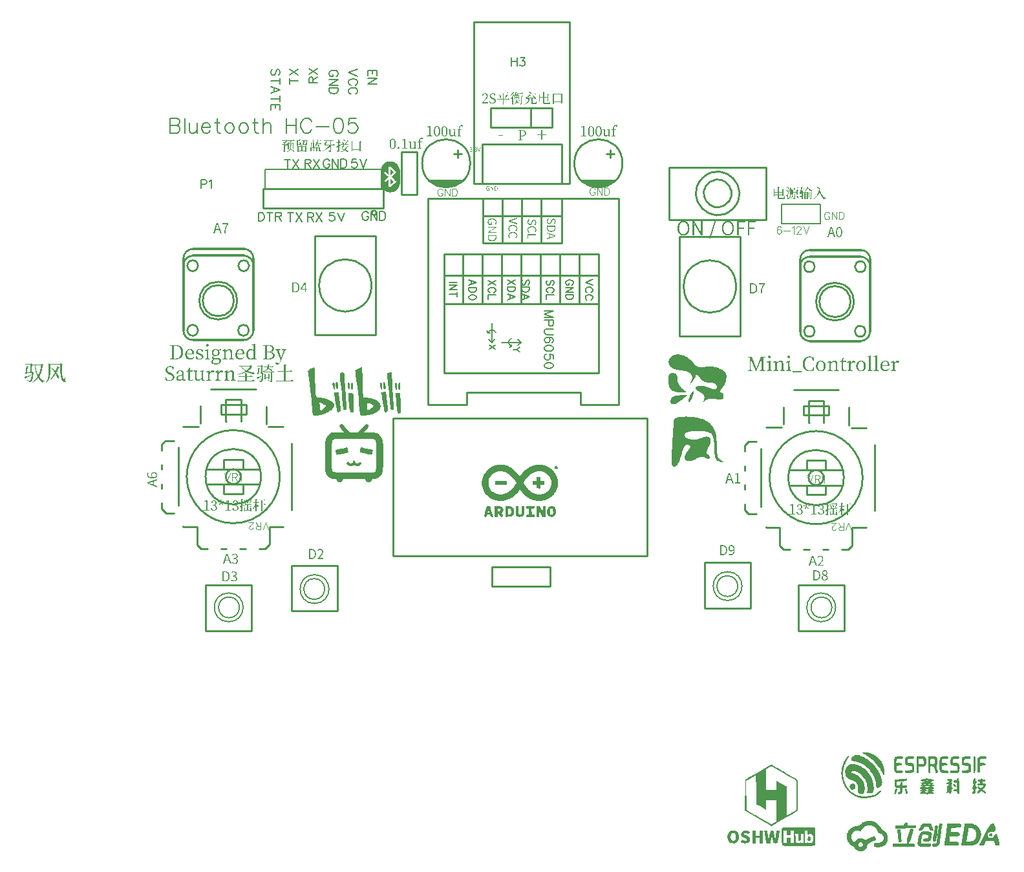
<source format=gto>
G04 Layer: TopSilkscreenLayer*
G04 EasyEDA v6.5.23, 2023-02-02 22:02:21*
G04 32823ceedc35475fa8f26cd2c4d51936,8932fd0543d740e3b58317cc2374636b,10*
G04 Gerber Generator version 0.2*
G04 Scale: 100 percent, Rotated: No, Reflected: No *
G04 Dimensions in millimeters *
G04 leading zeros omitted , absolute positions ,4 integer and 5 decimal *
%FSLAX45Y45*%
%MOMM*%

%ADD10C,0.1000*%
%ADD11C,0.2032*%
%ADD12C,0.1524*%
%ADD13C,0.1500*%
%ADD14C,0.2540*%
%ADD15C,0.2030*%
%ADD16C,0.2007*%
%ADD17C,0.3500*%
%ADD18C,0.2000*%
%ADD19C,0.1270*%
%ADD20C,0.0113*%

%LPD*%
G36*
X-1702765Y3368090D02*
G01*
X-1709115Y3367887D01*
X-1715617Y3367328D01*
X-1721815Y3366515D01*
X-1727200Y3365500D01*
X-1737106Y3362909D01*
X-1745945Y3359962D01*
X-1754225Y3356356D01*
X-1762607Y3351936D01*
X-1771751Y3346145D01*
X-1780387Y3339541D01*
X-1788464Y3332175D01*
X-1795932Y3324148D01*
X-1799437Y3319881D01*
X-1805939Y3310839D01*
X-1811731Y3301288D01*
X-1816862Y3291128D01*
X-1821230Y3280562D01*
X-1824786Y3269538D01*
X-1826971Y3260293D01*
X-1827580Y3256076D01*
X-1828292Y3241903D01*
X-1828596Y3214014D01*
X-1828575Y3112211D01*
X-1779524Y3112211D01*
X-1779371Y3114141D01*
X-1778711Y3116122D01*
X-1777238Y3118408D01*
X-1774698Y3121304D01*
X-1765198Y3130143D01*
X-1732381Y3158591D01*
X-1727657Y3163011D01*
X-1725930Y3164941D01*
X-1727911Y3167126D01*
X-1741170Y3179064D01*
X-1760728Y3195929D01*
X-1775002Y3208731D01*
X-1777695Y3211525D01*
X-1779016Y3214725D01*
X-1779473Y3218535D01*
X-1778965Y3222345D01*
X-1777542Y3225596D01*
X-1775053Y3228035D01*
X-1771599Y3229660D01*
X-1767789Y3230270D01*
X-1764233Y3229711D01*
X-1761591Y3227984D01*
X-1750263Y3219094D01*
X-1725828Y3198672D01*
X-1724101Y3197453D01*
X-1723593Y3211576D01*
X-1723389Y3293465D01*
X-1720088Y3297631D01*
X-1718208Y3299663D01*
X-1716430Y3300933D01*
X-1714398Y3301593D01*
X-1711858Y3301796D01*
X-1710131Y3301593D01*
X-1708099Y3300882D01*
X-1705356Y3299256D01*
X-1696110Y3292246D01*
X-1658924Y3260902D01*
X-1633169Y3238347D01*
X-1626565Y3232150D01*
X-1625447Y3230880D01*
X-1624330Y3227984D01*
X-1623923Y3224885D01*
X-1624177Y3221837D01*
X-1625142Y3219043D01*
X-1627987Y3215995D01*
X-1644497Y3201162D01*
X-1667611Y3181350D01*
X-1683359Y3167329D01*
X-1685696Y3164941D01*
X-1683359Y3162554D01*
X-1667611Y3148584D01*
X-1644497Y3128721D01*
X-1627987Y3113887D01*
X-1625142Y3110890D01*
X-1624177Y3108045D01*
X-1623923Y3104997D01*
X-1624330Y3101898D01*
X-1625447Y3099054D01*
X-1628698Y3095752D01*
X-1647698Y3078835D01*
X-1674114Y3055924D01*
X-1697075Y3036519D01*
X-1703832Y3031083D01*
X-1708302Y3028645D01*
X-1712620Y3028086D01*
X-1716633Y3029254D01*
X-1720088Y3032252D01*
X-1723389Y3036417D01*
X-1723440Y3103067D01*
X-1723948Y3128619D01*
X-1724355Y3132429D01*
X-1726895Y3130702D01*
X-1741779Y3117697D01*
X-1751787Y3109417D01*
X-1759966Y3103067D01*
X-1762861Y3101035D01*
X-1764741Y3099968D01*
X-1766570Y3099409D01*
X-1768348Y3099308D01*
X-1770278Y3099663D01*
X-1772462Y3100476D01*
X-1775663Y3102406D01*
X-1777898Y3104896D01*
X-1779117Y3108147D01*
X-1779524Y3112211D01*
X-1828575Y3112211D01*
X-1828292Y3087979D01*
X-1827580Y3073857D01*
X-1826260Y3066034D01*
X-1824532Y3059480D01*
X-1822500Y3053029D01*
X-1820265Y3046780D01*
X-1817776Y3040735D01*
X-1815033Y3034792D01*
X-1808835Y3023565D01*
X-1801774Y3013049D01*
X-1797913Y3008122D01*
X-1793849Y3003397D01*
X-1789633Y2998927D01*
X-1785213Y2994660D01*
X-1780590Y2990596D01*
X-1775815Y2986786D01*
X-1770888Y2983230D01*
X-1760575Y2976829D01*
X-1755190Y2974035D01*
X-1744014Y2969260D01*
X-1738274Y2967278D01*
X-1732432Y2965602D01*
X-1726438Y2964230D01*
X-1720392Y2963113D01*
X-1714246Y2962351D01*
X-1707997Y2961843D01*
X-1701647Y2961690D01*
X-1695348Y2961843D01*
X-1689100Y2962351D01*
X-1682953Y2963113D01*
X-1676907Y2964230D01*
X-1670913Y2965602D01*
X-1665071Y2967278D01*
X-1659331Y2969260D01*
X-1648155Y2974035D01*
X-1642770Y2976829D01*
X-1632457Y2983230D01*
X-1627530Y2986786D01*
X-1622755Y2990596D01*
X-1618132Y2994660D01*
X-1613712Y2998927D01*
X-1609496Y3003397D01*
X-1605432Y3008122D01*
X-1601571Y3013049D01*
X-1594510Y3023565D01*
X-1588312Y3034792D01*
X-1585569Y3040735D01*
X-1583080Y3046780D01*
X-1580845Y3053029D01*
X-1578813Y3059480D01*
X-1576679Y3067812D01*
X-1576019Y3071571D01*
X-1575511Y3076498D01*
X-1574952Y3093364D01*
X-1574698Y3125876D01*
X-1574698Y3204006D01*
X-1574952Y3236518D01*
X-1575511Y3253384D01*
X-1576019Y3258312D01*
X-1576679Y3262071D01*
X-1578864Y3270503D01*
X-1580845Y3276955D01*
X-1583131Y3283254D01*
X-1585620Y3289350D01*
X-1588414Y3295294D01*
X-1594612Y3306622D01*
X-1598066Y3311956D01*
X-1601774Y3317138D01*
X-1605635Y3322065D01*
X-1609699Y3326790D01*
X-1613966Y3331311D01*
X-1618437Y3335578D01*
X-1623060Y3339592D01*
X-1627886Y3343401D01*
X-1632864Y3346958D01*
X-1637995Y3350260D01*
X-1643278Y3353308D01*
X-1648714Y3356051D01*
X-1654251Y3358540D01*
X-1659940Y3360775D01*
X-1665732Y3362706D01*
X-1671675Y3364382D01*
X-1677720Y3365754D01*
X-1683867Y3366770D01*
X-1690065Y3367532D01*
X-1696364Y3367989D01*
G37*
G36*
X-1699463Y3262528D02*
G01*
X-1699717Y3259632D01*
X-1700123Y3240227D01*
X-1700326Y3210102D01*
X-1700123Y3198520D01*
X-1699768Y3191408D01*
X-1699209Y3188716D01*
X-1696974Y3189833D01*
X-1691893Y3193542D01*
X-1676196Y3206292D01*
X-1654505Y3224784D01*
X-1685188Y3250996D01*
X-1697939Y3261563D01*
G37*
G36*
X-1698345Y3141929D02*
G01*
X-1699006Y3141522D01*
X-1699768Y3140557D01*
X-1700123Y3134614D01*
X-1700225Y3094431D01*
X-1700022Y3078581D01*
X-1699666Y3068777D01*
X-1699463Y3067405D01*
X-1697939Y3068320D01*
X-1685188Y3078886D01*
X-1654505Y3105099D01*
X-1684528Y3130651D01*
G37*
G36*
X-2007819Y-73660D02*
G01*
X-2010562Y-73761D01*
X-2013610Y-74523D01*
X-2016912Y-76047D01*
X-2020671Y-78333D01*
X-2024938Y-81432D01*
X-2029764Y-85445D01*
X-2041499Y-96316D01*
X-2056587Y-111506D01*
X-2126589Y-184658D01*
X-2221484Y-184658D01*
X-2279192Y-123291D01*
X-2296058Y-105765D01*
X-2309368Y-92557D01*
X-2319782Y-83261D01*
X-2324100Y-79908D01*
X-2328011Y-77368D01*
X-2331516Y-75539D01*
X-2334717Y-74371D01*
X-2337714Y-73761D01*
X-2340610Y-73710D01*
X-2343505Y-74168D01*
X-2346452Y-74980D01*
X-2349500Y-76200D01*
X-2353970Y-78384D01*
X-2357729Y-80822D01*
X-2360726Y-83515D01*
X-2363063Y-86512D01*
X-2364587Y-89814D01*
X-2365400Y-93421D01*
X-2365502Y-97383D01*
X-2364841Y-101600D01*
X-2363470Y-106222D01*
X-2361285Y-111201D01*
X-2358390Y-116535D01*
X-2354732Y-122275D01*
X-2350312Y-128422D01*
X-2345131Y-134975D01*
X-2339187Y-141935D01*
X-2300224Y-184150D01*
X-2466238Y-186537D01*
X-2491638Y-200406D01*
X-2500630Y-206654D01*
X-2504998Y-210210D01*
X-2513380Y-218033D01*
X-2517394Y-222300D01*
X-2524963Y-231546D01*
X-2531922Y-241554D01*
X-2538120Y-252272D01*
X-2543505Y-263550D01*
X-2546299Y-270814D01*
X-2547213Y-275031D01*
X-2548940Y-288442D01*
X-2550515Y-307746D01*
X-2551938Y-331978D01*
X-2553208Y-360273D01*
X-2554325Y-391668D01*
X-2555240Y-425348D01*
X-2556256Y-478028D01*
X-2556764Y-533755D01*
X-2467457Y-533755D01*
X-2467305Y-393954D01*
X-2466848Y-356514D01*
X-2465832Y-329082D01*
X-2465019Y-318516D01*
X-2464003Y-309778D01*
X-2462784Y-302564D01*
X-2461260Y-296722D01*
X-2459431Y-291998D01*
X-2457297Y-288137D01*
X-2454859Y-284886D01*
X-2451963Y-282092D01*
X-2445054Y-276860D01*
X-2430983Y-266954D01*
X-2052015Y-267055D01*
X-1982266Y-267462D01*
X-1958746Y-267868D01*
X-1941372Y-268427D01*
X-1929028Y-269138D01*
X-1920646Y-270154D01*
X-1915109Y-271373D01*
X-1911350Y-272897D01*
X-1903882Y-277672D01*
X-1900885Y-279908D01*
X-1898294Y-282346D01*
X-1896008Y-285292D01*
X-1894078Y-288899D01*
X-1892401Y-293471D01*
X-1891030Y-299161D01*
X-1889861Y-306273D01*
X-1888998Y-315010D01*
X-1888236Y-325577D01*
X-1887321Y-353263D01*
X-1886915Y-391160D01*
X-1886762Y-533908D01*
X-1886966Y-584047D01*
X-1887778Y-637692D01*
X-1888337Y-650697D01*
X-1889048Y-661619D01*
X-1889912Y-670661D01*
X-1890979Y-678078D01*
X-1892300Y-684022D01*
X-1893824Y-688746D01*
X-1895652Y-692505D01*
X-1897735Y-695401D01*
X-1900123Y-697738D01*
X-1902815Y-699719D01*
X-1908454Y-702818D01*
X-1911400Y-703529D01*
X-1918716Y-704494D01*
X-1933397Y-705612D01*
X-1953158Y-706577D01*
X-1977339Y-707440D01*
X-2036419Y-708660D01*
X-2105558Y-709320D01*
X-2189022Y-709320D01*
X-2271420Y-708660D01*
X-2337968Y-707491D01*
X-2367178Y-706729D01*
X-2392832Y-705815D01*
X-2414270Y-704799D01*
X-2430881Y-703630D01*
X-2442006Y-702360D01*
X-2445359Y-701649D01*
X-2447036Y-700938D01*
X-2453132Y-695655D01*
X-2455672Y-692912D01*
X-2457856Y-689813D01*
X-2459786Y-686206D01*
X-2461412Y-681786D01*
X-2462784Y-676402D01*
X-2463952Y-669798D01*
X-2464917Y-661720D01*
X-2465679Y-652068D01*
X-2466695Y-626821D01*
X-2467254Y-592429D01*
X-2467457Y-533755D01*
X-2556764Y-533755D01*
X-2556560Y-595477D01*
X-2556052Y-623519D01*
X-2555290Y-647395D01*
X-2554173Y-666292D01*
X-2552801Y-679246D01*
X-2550769Y-688746D01*
X-2546858Y-702614D01*
X-2542082Y-715568D01*
X-2539390Y-721715D01*
X-2536494Y-727608D01*
X-2533396Y-733247D01*
X-2530094Y-738682D01*
X-2526639Y-743864D01*
X-2522982Y-748842D01*
X-2519121Y-753516D01*
X-2510891Y-762152D01*
X-2506472Y-766064D01*
X-2501950Y-769721D01*
X-2497226Y-773125D01*
X-2492298Y-776224D01*
X-2487269Y-779068D01*
X-2482037Y-781659D01*
X-2476703Y-783996D01*
X-2471166Y-785977D01*
X-2465527Y-787704D01*
X-2459736Y-789178D01*
X-2453792Y-790346D01*
X-2447696Y-791210D01*
X-2441498Y-791768D01*
X-2407920Y-792480D01*
X-2403856Y-806704D01*
X-2401925Y-812190D01*
X-2399334Y-817067D01*
X-2396286Y-821385D01*
X-2392730Y-825144D01*
X-2388819Y-828344D01*
X-2384552Y-830935D01*
X-2379980Y-832967D01*
X-2375255Y-834440D01*
X-2370328Y-835304D01*
X-2365298Y-835609D01*
X-2360269Y-835355D01*
X-2355240Y-834491D01*
X-2350312Y-833069D01*
X-2345588Y-831037D01*
X-2341016Y-828446D01*
X-2336749Y-825296D01*
X-2332786Y-821588D01*
X-2329230Y-817270D01*
X-2326182Y-812393D01*
X-2323592Y-806907D01*
X-2318715Y-794512D01*
X-2134920Y-793191D01*
X-2073859Y-792988D01*
X-2050084Y-793445D01*
X-2042160Y-793851D01*
X-2036470Y-794512D01*
X-2032609Y-795324D01*
X-2030222Y-796340D01*
X-2028952Y-797610D01*
X-2028494Y-799185D01*
X-2028393Y-801979D01*
X-2027936Y-805840D01*
X-2026564Y-809802D01*
X-2024430Y-813663D01*
X-2021636Y-817473D01*
X-2018182Y-821080D01*
X-2014270Y-824484D01*
X-2009952Y-827532D01*
X-2005279Y-830224D01*
X-2000453Y-832408D01*
X-1995424Y-834085D01*
X-1990394Y-835152D01*
X-1985416Y-835507D01*
X-1977948Y-834745D01*
X-1970532Y-832561D01*
X-1963470Y-829208D01*
X-1957019Y-824890D01*
X-1951482Y-819861D01*
X-1947214Y-814324D01*
X-1944420Y-808532D01*
X-1943404Y-802690D01*
X-1942490Y-798728D01*
X-1938528Y-796137D01*
X-1929688Y-794359D01*
X-1908403Y-792175D01*
X-1897125Y-790295D01*
X-1886407Y-787654D01*
X-1876247Y-784148D01*
X-1866646Y-779881D01*
X-1857552Y-774852D01*
X-1849069Y-769010D01*
X-1841144Y-762355D01*
X-1833829Y-754989D01*
X-1830374Y-751027D01*
X-1823974Y-742543D01*
X-1818132Y-733298D01*
X-1812950Y-723341D01*
X-1810562Y-718108D01*
X-1806346Y-707034D01*
X-1804416Y-701294D01*
X-1801164Y-689203D01*
X-1798523Y-676402D01*
X-1797659Y-667461D01*
X-1796897Y-651916D01*
X-1796237Y-630783D01*
X-1795322Y-575818D01*
X-1795018Y-543966D01*
X-1794814Y-451154D01*
X-1795322Y-388010D01*
X-1796288Y-337413D01*
X-1796999Y-319328D01*
X-1797812Y-307441D01*
X-1798929Y-299567D01*
X-1801418Y-287883D01*
X-1804670Y-276555D01*
X-1808734Y-265582D01*
X-1813509Y-255016D01*
X-1818944Y-244957D01*
X-1825091Y-235458D01*
X-1831848Y-226567D01*
X-1839214Y-218287D01*
X-1847088Y-210718D01*
X-1855520Y-203911D01*
X-1864461Y-197916D01*
X-1871827Y-193802D01*
X-1877060Y-191363D01*
X-1882851Y-189484D01*
X-1890115Y-188112D01*
X-1899869Y-187147D01*
X-1913128Y-186436D01*
X-1953971Y-185521D01*
X-2050796Y-184150D01*
X-2011527Y-142341D01*
X-2005634Y-135737D01*
X-2000554Y-129641D01*
X-1996186Y-124002D01*
X-1992579Y-118821D01*
X-1989683Y-113995D01*
X-1987448Y-109524D01*
X-1985924Y-105359D01*
X-1985111Y-101498D01*
X-1984959Y-97840D01*
X-1985416Y-94386D01*
X-1986584Y-91084D01*
X-1988362Y-87884D01*
X-1990750Y-84785D01*
X-1993798Y-81686D01*
X-1997405Y-78638D01*
X-2000097Y-76657D01*
X-2002637Y-75133D01*
X-2005177Y-74117D01*
G37*
G36*
X-2081123Y-379984D02*
G01*
X-2084933Y-380542D01*
X-2087422Y-382422D01*
X-2089099Y-385826D01*
X-2090369Y-390855D01*
X-2093417Y-406146D01*
X-2096617Y-423875D01*
X-2100021Y-445668D01*
X-2048611Y-456590D01*
X-1987042Y-468731D01*
X-1963674Y-472948D01*
X-1947875Y-475386D01*
X-1943404Y-475843D01*
X-1941626Y-475742D01*
X-1940610Y-473760D01*
X-1939442Y-469900D01*
X-1936851Y-458216D01*
X-1934362Y-443687D01*
X-1932381Y-429259D01*
X-1931720Y-423011D01*
X-1931416Y-414324D01*
X-1931873Y-412648D01*
X-1933397Y-411937D01*
X-1936800Y-410819D01*
X-1948332Y-407873D01*
X-1964689Y-404114D01*
X-2026107Y-391261D01*
X-2075586Y-380593D01*
G37*
G36*
X-2272385Y-380796D02*
G01*
X-2275992Y-381203D01*
X-2302154Y-387197D01*
X-2326538Y-392379D01*
X-2393086Y-405942D01*
X-2408123Y-409397D01*
X-2417064Y-411784D01*
X-2418638Y-412445D01*
X-2419502Y-414680D01*
X-2419654Y-418744D01*
X-2419299Y-424332D01*
X-2417114Y-438404D01*
X-2413660Y-453694D01*
X-2409698Y-467055D01*
X-2407716Y-471982D01*
X-2405888Y-475234D01*
X-2404313Y-476402D01*
X-2391206Y-474268D01*
X-2362149Y-468731D01*
X-2247798Y-445516D01*
X-2254910Y-406349D01*
X-2257653Y-394665D01*
X-2259076Y-390347D01*
X-2260650Y-386943D01*
X-2262378Y-384352D01*
X-2264359Y-382524D01*
X-2266645Y-381355D01*
X-2269286Y-380796D01*
G37*
G36*
X-2175357Y-545541D02*
G01*
X-2177491Y-546862D01*
X-2180234Y-550265D01*
X-2194102Y-571195D01*
X-2198979Y-577443D01*
X-2203602Y-582472D01*
X-2208072Y-586333D01*
X-2212441Y-588975D01*
X-2216708Y-590397D01*
X-2220976Y-590702D01*
X-2225192Y-589788D01*
X-2229510Y-587705D01*
X-2233879Y-584504D01*
X-2238451Y-580136D01*
X-2243175Y-574649D01*
X-2250795Y-565099D01*
X-2268778Y-577088D01*
X-2272487Y-580339D01*
X-2274722Y-583387D01*
X-2275433Y-586536D01*
X-2274620Y-589991D01*
X-2272284Y-593953D01*
X-2268372Y-598728D01*
X-2262987Y-604469D01*
X-2258568Y-608736D01*
X-2254046Y-612546D01*
X-2249474Y-615899D01*
X-2244902Y-618794D01*
X-2240229Y-621233D01*
X-2235555Y-623163D01*
X-2230882Y-624687D01*
X-2226157Y-625703D01*
X-2221484Y-626211D01*
X-2216810Y-626313D01*
X-2212136Y-625906D01*
X-2207564Y-624992D01*
X-2202992Y-623620D01*
X-2198522Y-621792D01*
X-2194102Y-619455D01*
X-2189784Y-616661D01*
X-2176729Y-607263D01*
X-2161540Y-616661D01*
X-2156764Y-619404D01*
X-2151989Y-621639D01*
X-2147265Y-623417D01*
X-2142540Y-624687D01*
X-2137765Y-625500D01*
X-2133092Y-625805D01*
X-2128367Y-625652D01*
X-2123643Y-624992D01*
X-2118969Y-623874D01*
X-2114245Y-622249D01*
X-2109571Y-620166D01*
X-2104847Y-617626D01*
X-2100122Y-614527D01*
X-2095398Y-610971D01*
X-2090674Y-606958D01*
X-2085949Y-602437D01*
X-2081174Y-597408D01*
X-2077770Y-593191D01*
X-2075789Y-589534D01*
X-2075180Y-586333D01*
X-2076043Y-583387D01*
X-2078329Y-580440D01*
X-2082038Y-577392D01*
X-2087168Y-573938D01*
X-2099919Y-566013D01*
X-2113737Y-579170D01*
X-2118664Y-583488D01*
X-2123287Y-586790D01*
X-2127656Y-589076D01*
X-2131872Y-590296D01*
X-2135987Y-590499D01*
X-2140000Y-589584D01*
X-2143963Y-587552D01*
X-2147976Y-584403D01*
X-2152040Y-580136D01*
X-2156206Y-574700D01*
X-2160524Y-568096D01*
X-2171293Y-548995D01*
X-2173427Y-546252D01*
G37*
G36*
X-2073757Y673100D02*
G01*
X-2075891Y672541D01*
X-2084120Y669239D01*
X-2096465Y663549D01*
X-2111400Y656183D01*
X-2127300Y647954D01*
X-2152751Y634085D01*
X-2159457Y630123D01*
X-2160676Y629158D01*
X-2160828Y627278D01*
X-2159812Y615442D01*
X-2157374Y594410D01*
X-2153666Y566115D01*
X-2145030Y505561D01*
X-2139442Y463397D01*
X-2133396Y412800D01*
X-2125675Y343103D01*
X-2118004Y265887D01*
X-2110168Y176580D01*
X-2005380Y176580D01*
X-2005177Y182270D01*
X-2004720Y187198D01*
X-2003856Y191262D01*
X-2002586Y194564D01*
X-2000808Y197053D01*
X-1998472Y198831D01*
X-1995474Y199796D01*
X-1991817Y200050D01*
X-1987346Y199542D01*
X-1982063Y198323D01*
X-1975916Y196392D01*
X-1968754Y193802D01*
X-1951228Y186537D01*
X-1935683Y179628D01*
X-1927656Y175666D01*
X-1924761Y173837D01*
X-1922627Y172008D01*
X-1921256Y170078D01*
X-1920697Y168046D01*
X-1921002Y165760D01*
X-1922119Y163169D01*
X-1924100Y160274D01*
X-1926996Y156921D01*
X-1935530Y148640D01*
X-1947824Y137718D01*
X-1961438Y126085D01*
X-1971903Y117906D01*
X-1976475Y114858D01*
X-1980590Y112420D01*
X-1984298Y110744D01*
X-1987651Y109778D01*
X-1990598Y109524D01*
X-1993188Y110032D01*
X-1995525Y111302D01*
X-1997506Y113385D01*
X-1999183Y116230D01*
X-2000656Y119938D01*
X-2001875Y124460D01*
X-2002891Y129794D01*
X-2004314Y143205D01*
X-2005126Y160172D01*
X-2005380Y176580D01*
X-2110168Y176580D01*
X-2106320Y133350D01*
X-2102967Y99771D01*
X-2099767Y75133D01*
X-2098141Y65735D01*
X-2096465Y58115D01*
X-2094585Y51968D01*
X-2092553Y47244D01*
X-2090318Y43738D01*
X-2087829Y41249D01*
X-2084984Y39573D01*
X-2081834Y38658D01*
X-2078278Y38201D01*
X-2067306Y38201D01*
X-2044090Y38608D01*
X-2030831Y39319D01*
X-2017979Y40386D01*
X-2005482Y41757D01*
X-1993392Y43434D01*
X-1981707Y45415D01*
X-1970430Y47650D01*
X-1959559Y50190D01*
X-1949094Y53035D01*
X-1939036Y56083D01*
X-1929384Y59385D01*
X-1920138Y62890D01*
X-1911350Y66649D01*
X-1902968Y70612D01*
X-1894992Y74777D01*
X-1887474Y79095D01*
X-1880362Y83616D01*
X-1873707Y88290D01*
X-1867509Y93116D01*
X-1861769Y98044D01*
X-1856435Y103124D01*
X-1851558Y108305D01*
X-1847138Y113588D01*
X-1843176Y118973D01*
X-1839671Y124409D01*
X-1836674Y129946D01*
X-1834083Y135534D01*
X-1832000Y141122D01*
X-1830374Y146812D01*
X-1829257Y152450D01*
X-1828596Y158140D01*
X-1828444Y163779D01*
X-1828749Y169468D01*
X-1829562Y175107D01*
X-1830832Y180695D01*
X-1832660Y186232D01*
X-1834946Y191668D01*
X-1837740Y197104D01*
X-1841093Y202387D01*
X-1844903Y207619D01*
X-1849221Y212699D01*
X-1854098Y217678D01*
X-1859483Y222554D01*
X-1865375Y227228D01*
X-1871827Y231800D01*
X-1878787Y236169D01*
X-1886305Y240385D01*
X-1894332Y244348D01*
X-1902917Y248158D01*
X-1912061Y251764D01*
X-1921713Y255117D01*
X-1931924Y258267D01*
X-1942744Y261112D01*
X-1954072Y263702D01*
X-1965960Y266039D01*
X-1978456Y268122D01*
X-1991461Y269849D01*
X-2056028Y276758D01*
X-2062378Y373938D01*
X-2064410Y419760D01*
X-2066188Y479856D01*
X-2067052Y540004D01*
X-2067255Y577138D01*
X-2067915Y611276D01*
X-2069084Y639724D01*
X-2070760Y660501D01*
X-2071674Y667410D01*
X-2072690Y671677D01*
X-2073198Y672795D01*
G37*
G36*
X-2696159Y672998D02*
G01*
X-2701442Y671017D01*
X-2712110Y666242D01*
X-2743098Y651103D01*
X-2753461Y645617D01*
X-2762097Y640537D01*
X-2769006Y635711D01*
X-2774340Y631088D01*
X-2778099Y626618D01*
X-2780385Y622249D01*
X-2781300Y617880D01*
X-2780842Y613511D01*
X-2778302Y600913D01*
X-2772918Y566775D01*
X-2766364Y519176D01*
X-2759100Y462178D01*
X-2748026Y368350D01*
X-2741269Y306324D01*
X-2735529Y249478D01*
X-2732235Y212344D01*
X-2627020Y212344D01*
X-2582214Y191973D01*
X-2567787Y184759D01*
X-2555697Y178104D01*
X-2547366Y172770D01*
X-2545130Y170840D01*
X-2544368Y168605D01*
X-2545181Y165252D01*
X-2547416Y160934D01*
X-2550972Y155803D01*
X-2555697Y150063D01*
X-2561488Y143865D01*
X-2568194Y137312D01*
X-2575712Y130657D01*
X-2613863Y98298D01*
X-2620721Y127558D01*
X-2622905Y141071D01*
X-2624683Y156464D01*
X-2625852Y171958D01*
X-2627020Y212344D01*
X-2732235Y212344D01*
X-2725013Y123494D01*
X-2721762Y91236D01*
X-2720187Y78689D01*
X-2718460Y68275D01*
X-2716631Y59842D01*
X-2714548Y53136D01*
X-2713431Y50342D01*
X-2710942Y45872D01*
X-2708046Y42672D01*
X-2706471Y41452D01*
X-2702915Y39725D01*
X-2698902Y38709D01*
X-2694279Y38252D01*
X-2673400Y38303D01*
X-2660548Y38963D01*
X-2647543Y40284D01*
X-2634437Y42214D01*
X-2621280Y44653D01*
X-2608173Y47701D01*
X-2595118Y51257D01*
X-2582214Y55270D01*
X-2569514Y59690D01*
X-2557018Y64617D01*
X-2544826Y69850D01*
X-2532989Y75488D01*
X-2521559Y81432D01*
X-2510586Y87680D01*
X-2500122Y94183D01*
X-2490216Y100888D01*
X-2480970Y107848D01*
X-2472385Y114960D01*
X-2464511Y122174D01*
X-2457450Y129489D01*
X-2451201Y136906D01*
X-2445918Y144373D01*
X-2441549Y151841D01*
X-2439720Y155549D01*
X-2436926Y162966D01*
X-2435148Y170332D01*
X-2434590Y177596D01*
X-2434742Y180898D01*
X-2435352Y184150D01*
X-2436266Y187452D01*
X-2437587Y190754D01*
X-2439263Y194056D01*
X-2441244Y197358D01*
X-2443581Y200660D01*
X-2449220Y207162D01*
X-2456129Y213614D01*
X-2464155Y219913D01*
X-2473248Y226060D01*
X-2483358Y232003D01*
X-2494432Y237693D01*
X-2506319Y243078D01*
X-2519019Y248208D01*
X-2532430Y252933D01*
X-2546502Y257251D01*
X-2561082Y261162D01*
X-2576169Y264566D01*
X-2591714Y267512D01*
X-2607564Y269900D01*
X-2640838Y273710D01*
X-2646578Y274777D01*
X-2651760Y276148D01*
X-2656382Y277876D01*
X-2660497Y280162D01*
X-2664104Y283108D01*
X-2667304Y286766D01*
X-2668778Y288899D01*
X-2671368Y293928D01*
X-2673604Y299923D01*
X-2675534Y307086D01*
X-2677160Y315468D01*
X-2678582Y325170D01*
X-2679750Y336397D01*
X-2680766Y349148D01*
X-2682392Y379882D01*
X-2683764Y418185D01*
X-2686456Y512978D01*
X-2687828Y553008D01*
X-2689352Y589076D01*
X-2690977Y620115D01*
X-2692552Y645007D01*
X-2694076Y662635D01*
X-2695498Y671880D01*
X-2695854Y672744D01*
G37*
G36*
X-2334717Y602488D02*
G01*
X-2339746Y601929D01*
X-2344623Y600862D01*
X-2349144Y599287D01*
X-2353208Y597154D01*
X-2356662Y594461D01*
X-2359355Y591210D01*
X-2361184Y587400D01*
X-2361793Y583692D01*
X-2361996Y577646D01*
X-2361895Y569417D01*
X-2361438Y559257D01*
X-2359558Y534263D01*
X-2356561Y504545D01*
X-2349957Y451916D01*
X-2344267Y403453D01*
X-2337663Y341477D01*
X-2331008Y272288D01*
X-2317394Y109982D01*
X-2293112Y109982D01*
X-2285847Y110185D01*
X-2280310Y110845D01*
X-2276246Y112268D01*
X-2273503Y114655D01*
X-2271979Y118211D01*
X-2271522Y123189D01*
X-2271877Y129743D01*
X-2273604Y143510D01*
X-2276246Y173634D01*
X-2284425Y283210D01*
X-2294280Y428091D01*
X-2298344Y490829D01*
X-2301392Y542086D01*
X-2303119Y575970D01*
X-2303373Y584555D01*
X-2303932Y588518D01*
X-2305558Y591972D01*
X-2308098Y594969D01*
X-2311400Y597458D01*
X-2315362Y599440D01*
X-2319782Y600964D01*
X-2324557Y601980D01*
X-2329586Y602488D01*
G37*
G36*
X-1685391Y602081D02*
G01*
X-1707896Y601268D01*
X-1717395Y600557D01*
X-1726641Y599338D01*
X-1734566Y597662D01*
X-1740052Y595782D01*
X-1741627Y594563D01*
X-1742897Y592429D01*
X-1743862Y589483D01*
X-1744522Y585571D01*
X-1744827Y580644D01*
X-1744878Y574751D01*
X-1743964Y559663D01*
X-1741830Y540004D01*
X-1735277Y492353D01*
X-1730248Y450748D01*
X-1724558Y400151D01*
X-1718716Y344728D01*
X-1705102Y202895D01*
X-1700834Y163423D01*
X-1698904Y148793D01*
X-1696974Y137058D01*
X-1694992Y128016D01*
X-1692960Y121208D01*
X-1690674Y116382D01*
X-1689455Y114604D01*
X-1688185Y113182D01*
X-1686814Y112064D01*
X-1685340Y111252D01*
X-1682140Y110337D01*
X-1669897Y109880D01*
X-1665681Y110388D01*
X-1663903Y111099D01*
X-1662328Y112268D01*
X-1660956Y114046D01*
X-1659788Y116484D01*
X-1658823Y119684D01*
X-1658061Y123748D01*
X-1657502Y128828D01*
X-1656994Y142392D01*
X-1657248Y161188D01*
X-1658264Y186029D01*
X-1662480Y257352D01*
G37*
G36*
X-1783892Y478739D02*
G01*
X-1786280Y478434D01*
X-1788566Y477164D01*
X-1790598Y474929D01*
X-1792427Y471728D01*
X-1793900Y467563D01*
X-1795068Y462381D01*
X-1795780Y456234D01*
X-1796034Y449122D01*
X-1795881Y439420D01*
X-1795373Y430530D01*
X-1794560Y422401D01*
X-1793392Y415086D01*
X-1791919Y408533D01*
X-1790141Y402844D01*
X-1788058Y398018D01*
X-1785670Y394004D01*
X-1783029Y390855D01*
X-1780032Y388620D01*
X-1776780Y387248D01*
X-1773224Y386791D01*
X-1770125Y387045D01*
X-1767484Y387908D01*
X-1765350Y389483D01*
X-1763674Y391769D01*
X-1762506Y394919D01*
X-1761743Y398983D01*
X-1761489Y404063D01*
X-1761642Y410159D01*
X-1762252Y417474D01*
X-1764690Y435813D01*
X-1766519Y446989D01*
X-1767992Y454253D01*
X-1769821Y460603D01*
X-1771853Y465988D01*
X-1774088Y470408D01*
X-1776475Y473913D01*
X-1778965Y476453D01*
X-1781454Y478078D01*
G37*
G36*
X-2401976Y478688D02*
G01*
X-2405227Y478485D01*
X-2408326Y477215D01*
X-2411120Y474929D01*
X-2413508Y471627D01*
X-2415387Y467359D01*
X-2416556Y462127D01*
X-2416962Y455980D01*
X-2416708Y446379D01*
X-2416098Y437286D01*
X-2415082Y428650D01*
X-2413762Y420624D01*
X-2412136Y413308D01*
X-2410256Y406704D01*
X-2408072Y400913D01*
X-2405684Y396036D01*
X-2403043Y392074D01*
X-2400249Y389178D01*
X-2397302Y387400D01*
X-2394204Y386791D01*
X-2391918Y387299D01*
X-2389886Y388823D01*
X-2388057Y391210D01*
X-2386431Y394411D01*
X-2385009Y398322D01*
X-2383891Y402844D01*
X-2382977Y407924D01*
X-2381961Y419354D01*
X-2381859Y425450D01*
X-2382520Y438200D01*
X-2383282Y444550D01*
X-2384348Y450850D01*
X-2385720Y456996D01*
X-2387396Y462838D01*
X-2389682Y468376D01*
X-2392375Y472693D01*
X-2395423Y475843D01*
X-2398674Y477824D01*
G37*
G36*
X-2443327Y472897D02*
G01*
X-2446731Y472084D01*
X-2450388Y470001D01*
X-2454351Y465734D01*
X-2456992Y460095D01*
X-2458110Y453745D01*
X-2457450Y447446D01*
X-2453132Y428904D01*
X-2446731Y397560D01*
X-2445054Y391515D01*
X-2443327Y386537D01*
X-2441498Y382676D01*
X-2439619Y379831D01*
X-2437790Y378053D01*
X-2435961Y377342D01*
X-2434183Y377647D01*
X-2432456Y378917D01*
X-2430932Y381203D01*
X-2429510Y384505D01*
X-2428290Y388721D01*
X-2427274Y393903D01*
X-2426563Y399999D01*
X-2426106Y407060D01*
X-2425954Y414985D01*
X-2426157Y425856D01*
X-2426766Y435660D01*
X-2427681Y444347D01*
X-2429002Y451967D01*
X-2430576Y458419D01*
X-2432558Y463753D01*
X-2434793Y467868D01*
X-2437333Y470763D01*
X-2440178Y472440D01*
G37*
G36*
X-1821992Y472693D02*
G01*
X-1824837Y472541D01*
X-1827834Y470966D01*
X-1830019Y468630D01*
X-1831695Y465175D01*
X-1832965Y460654D01*
X-1833727Y455117D01*
X-1834083Y448564D01*
X-1833930Y441096D01*
X-1833321Y432714D01*
X-1832203Y423519D01*
X-1831035Y416102D01*
X-1828190Y403199D01*
X-1824888Y392887D01*
X-1823110Y388721D01*
X-1821281Y385216D01*
X-1819402Y382473D01*
X-1817573Y380390D01*
X-1815795Y379069D01*
X-1814068Y378460D01*
X-1812391Y378663D01*
X-1810867Y379577D01*
X-1809445Y381304D01*
X-1808225Y383844D01*
X-1807159Y387197D01*
X-1806346Y391363D01*
X-1805736Y396392D01*
X-1805432Y402234D01*
X-1805381Y408990D01*
X-1805787Y419912D01*
X-1806498Y429971D01*
X-1807514Y439064D01*
X-1808835Y447243D01*
X-1810461Y454355D01*
X-1812289Y460400D01*
X-1814423Y465277D01*
X-1816760Y468985D01*
X-1819249Y471474D01*
G37*
G36*
X-2246528Y468782D02*
G01*
X-2251608Y467664D01*
X-2255774Y464667D01*
X-2258618Y460146D01*
X-2259634Y454710D01*
X-2259380Y446735D01*
X-2258771Y438302D01*
X-2257755Y429615D01*
X-2256434Y420878D01*
X-2254859Y412343D01*
X-2251100Y396646D01*
X-2249068Y390042D01*
X-2246985Y384454D01*
X-2244953Y380187D01*
X-2242921Y377494D01*
X-2241042Y376529D01*
X-2239518Y377444D01*
X-2238044Y380187D01*
X-2236774Y384454D01*
X-2235657Y390093D01*
X-2234692Y396900D01*
X-2233980Y404723D01*
X-2233523Y413410D01*
X-2233371Y422656D01*
X-2233574Y434441D01*
X-2234082Y444296D01*
X-2234996Y452272D01*
X-2236317Y458520D01*
X-2238095Y463194D01*
X-2240381Y466394D01*
X-2243175Y468223D01*
G37*
G36*
X-2202789Y468782D02*
G01*
X-2206142Y468223D01*
X-2208936Y466394D01*
X-2211222Y463194D01*
X-2213000Y458520D01*
X-2214321Y452272D01*
X-2215235Y444296D01*
X-2215743Y434441D01*
X-2215896Y422656D01*
X-2215743Y410870D01*
X-2215235Y401015D01*
X-2214321Y393039D01*
X-2213000Y386791D01*
X-2211222Y382117D01*
X-2208936Y378917D01*
X-2206142Y377088D01*
X-2202789Y376529D01*
X-2199436Y377088D01*
X-2196642Y378917D01*
X-2194356Y382117D01*
X-2192578Y386791D01*
X-2191258Y393039D01*
X-2190343Y401015D01*
X-2189835Y410870D01*
X-2189632Y422656D01*
X-2189835Y434441D01*
X-2190343Y444296D01*
X-2191258Y452272D01*
X-2192578Y458520D01*
X-2194356Y463194D01*
X-2196642Y466394D01*
X-2199436Y468223D01*
G37*
G36*
X-1625447Y468782D02*
G01*
X-1628495Y468325D01*
X-1631188Y466902D01*
X-1633423Y464515D01*
X-1635251Y461264D01*
X-1636725Y457047D01*
X-1637741Y451866D01*
X-1638401Y445820D01*
X-1638604Y438861D01*
X-1638147Y425958D01*
X-1637030Y413004D01*
X-1635353Y401421D01*
X-1634337Y396595D01*
X-1633270Y392734D01*
X-1631340Y387451D01*
X-1629460Y383184D01*
X-1627581Y380034D01*
X-1625701Y377850D01*
X-1623923Y376682D01*
X-1622196Y376428D01*
X-1620520Y377190D01*
X-1618996Y378866D01*
X-1617573Y381406D01*
X-1616303Y384860D01*
X-1615135Y389178D01*
X-1614170Y394309D01*
X-1613408Y400253D01*
X-1612493Y414426D01*
X-1612341Y422656D01*
X-1612493Y434441D01*
X-1613052Y444296D01*
X-1613916Y452272D01*
X-1615287Y458520D01*
X-1617065Y463194D01*
X-1619300Y466394D01*
X-1622094Y468223D01*
G37*
G36*
X-1581759Y468782D02*
G01*
X-1585112Y468223D01*
X-1587906Y466394D01*
X-1590141Y463194D01*
X-1591919Y458520D01*
X-1593240Y452272D01*
X-1594154Y444296D01*
X-1594662Y434441D01*
X-1594866Y422656D01*
X-1594662Y410870D01*
X-1594154Y401015D01*
X-1593240Y393039D01*
X-1591919Y386791D01*
X-1590141Y382117D01*
X-1587906Y378917D01*
X-1585112Y377088D01*
X-1581759Y376529D01*
X-1578356Y377088D01*
X-1575562Y378917D01*
X-1573326Y382117D01*
X-1571548Y386791D01*
X-1570177Y393039D01*
X-1569313Y401015D01*
X-1568754Y410870D01*
X-1568602Y422656D01*
X-1568754Y434441D01*
X-1569313Y444296D01*
X-1570177Y452272D01*
X-1571548Y458520D01*
X-1573326Y463194D01*
X-1575562Y466394D01*
X-1578356Y468223D01*
G37*
G36*
X-1788261Y345795D02*
G01*
X-1801469Y345490D01*
X-1812289Y344678D01*
X-1819605Y343509D01*
X-1822297Y342036D01*
X-1821027Y331978D01*
X-1812594Y281330D01*
X-1799742Y208838D01*
X-1786534Y137414D01*
X-1781098Y109220D01*
X-1777085Y89814D01*
X-1775155Y82092D01*
X-1771802Y79451D01*
X-1767687Y78282D01*
X-1763064Y78384D01*
X-1758086Y79654D01*
X-1753006Y81940D01*
X-1748028Y85039D01*
X-1743303Y88849D01*
X-1739087Y93218D01*
X-1735582Y97993D01*
X-1732991Y103022D01*
X-1731568Y108153D01*
X-1731416Y113283D01*
X-1734972Y146812D01*
X-1740916Y206451D01*
X-1754276Y345795D01*
G37*
G36*
X-2409545Y345744D02*
G01*
X-2416708Y345440D01*
X-2423363Y344830D01*
X-2429052Y343763D01*
X-2433472Y342341D01*
X-2436164Y340461D01*
X-2436469Y339648D01*
X-2436622Y335483D01*
X-2436215Y328269D01*
X-2433828Y305968D01*
X-2429611Y274980D01*
X-2423871Y237490D01*
X-2396845Y77825D01*
X-2365248Y87223D01*
X-2352294Y91795D01*
X-2349855Y93065D01*
X-2349754Y94945D01*
X-2350516Y107137D01*
X-2352344Y129032D01*
X-2358694Y193649D01*
X-2366416Y267512D01*
X-2372258Y325831D01*
X-2373274Y338074D01*
X-2374392Y340106D01*
X-2377440Y341833D01*
X-2382113Y343255D01*
X-2388057Y344373D01*
X-2394813Y345135D01*
X-2402078Y345592D01*
G37*
G36*
X-2226614Y335788D02*
G01*
X-2232101Y335483D01*
X-2237181Y334670D01*
X-2241651Y333349D01*
X-2245461Y331622D01*
X-2248357Y329336D01*
X-2250236Y326542D01*
X-2250897Y323240D01*
X-2250389Y284378D01*
X-2249779Y265684D01*
X-2247849Y230174D01*
X-2245055Y197358D01*
X-2241448Y167589D01*
X-2239416Y154025D01*
X-2237181Y141325D01*
X-2234793Y129539D01*
X-2232202Y118821D01*
X-2229510Y109118D01*
X-2226716Y100533D01*
X-2223719Y93065D01*
X-2220671Y86766D01*
X-2217470Y81686D01*
X-2214168Y77927D01*
X-2210816Y75488D01*
X-2209088Y74777D01*
X-2207361Y74371D01*
X-2205583Y74371D01*
X-2203805Y74726D01*
X-2180894Y81432D01*
X-2181047Y219303D01*
X-2181707Y252984D01*
X-2182774Y281990D01*
X-2184146Y304241D01*
X-2184958Y312166D01*
X-2185771Y317601D01*
X-2186228Y319328D01*
X-2188006Y322732D01*
X-2190800Y325831D01*
X-2194560Y328472D01*
X-2198979Y330758D01*
X-2204008Y332638D01*
X-2209444Y334060D01*
X-2215134Y335076D01*
X-2220925Y335686D01*
G37*
G36*
X-1632254Y335534D02*
G01*
X-1624126Y211937D01*
X-1620824Y172669D01*
X-1617218Y139954D01*
X-1615287Y125983D01*
X-1613255Y113487D01*
X-1611071Y102514D01*
X-1608734Y93014D01*
X-1606296Y84937D01*
X-1603654Y78232D01*
X-1600809Y72898D01*
X-1597812Y68834D01*
X-1596237Y67310D01*
X-1594612Y66090D01*
X-1591157Y64617D01*
X-1589328Y64363D01*
X-1587449Y64363D01*
X-1585518Y64668D01*
X-1581454Y66141D01*
X-1577136Y68783D01*
X-1572514Y72491D01*
X-1567637Y77266D01*
X-1562404Y83108D01*
X-1562201Y85090D01*
X-1562252Y103022D01*
X-1562862Y128574D01*
X-1565503Y200152D01*
X-1571294Y335534D01*
G37*
G36*
X4512767Y-4373626D02*
G01*
X4503877Y-4373676D01*
X4496612Y-4374083D01*
X4491024Y-4374845D01*
X4487011Y-4376013D01*
X4484624Y-4377537D01*
X4483862Y-4379468D01*
X4484624Y-4381550D01*
X4486910Y-4384294D01*
X4490567Y-4387545D01*
X4495342Y-4391202D01*
X4501134Y-4395114D01*
X4507738Y-4399229D01*
X4515104Y-4403445D01*
X4538370Y-4415739D01*
X4548530Y-4421682D01*
X4558588Y-4427931D01*
X4568596Y-4434484D01*
X4578451Y-4441393D01*
X4588205Y-4448556D01*
X4597806Y-4456074D01*
X4607306Y-4463846D01*
X4616602Y-4471873D01*
X4625746Y-4480153D01*
X4643475Y-4497527D01*
X4652060Y-4506518D01*
X4668621Y-4525162D01*
X4680407Y-4539691D01*
X4687976Y-4549597D01*
X4702302Y-4569866D01*
X4709058Y-4580229D01*
X4715510Y-4590694D01*
X4721707Y-4601311D01*
X4727549Y-4612030D01*
X4733086Y-4622850D01*
X4742535Y-4642510D01*
X4746752Y-4650536D01*
X4750866Y-4657750D01*
X4754727Y-4663897D01*
X4758283Y-4668824D01*
X4761433Y-4672431D01*
X4763973Y-4674463D01*
X4765903Y-4674768D01*
X4767376Y-4673396D01*
X4768697Y-4670450D01*
X4769815Y-4666183D01*
X4770780Y-4660747D01*
X4771491Y-4654296D01*
X4771948Y-4647082D01*
X4772152Y-4639157D01*
X4771796Y-4624578D01*
X4770831Y-4612182D01*
X4769256Y-4599889D01*
X4767173Y-4587798D01*
X4764582Y-4575860D01*
X4761433Y-4564075D01*
X4757724Y-4552543D01*
X4753610Y-4541215D01*
X4748936Y-4530140D01*
X4743856Y-4519269D01*
X4738268Y-4508703D01*
X4732274Y-4498390D01*
X4725822Y-4488383D01*
X4718964Y-4478731D01*
X4711750Y-4469333D01*
X4704130Y-4460341D01*
X4696104Y-4451654D01*
X4687773Y-4443374D01*
X4679086Y-4435500D01*
X4670094Y-4427982D01*
X4660747Y-4420920D01*
X4651146Y-4414266D01*
X4641240Y-4408119D01*
X4631029Y-4402378D01*
X4620615Y-4397146D01*
X4609947Y-4392371D01*
X4599025Y-4388154D01*
X4587900Y-4384446D01*
X4576622Y-4381296D01*
X4565142Y-4378706D01*
X4553458Y-4376674D01*
X4541621Y-4375200D01*
X4523384Y-4373981D01*
G37*
G36*
X4401159Y-4404969D02*
G01*
X4397044Y-4405274D01*
X4393082Y-4405934D01*
X4389221Y-4406900D01*
X4385411Y-4408271D01*
X4381601Y-4409948D01*
X4377740Y-4411980D01*
X4369562Y-4417161D01*
X4360468Y-4423765D01*
X4353763Y-4429099D01*
X4348124Y-4434230D01*
X4343501Y-4439158D01*
X4339844Y-4443984D01*
X4337100Y-4448860D01*
X4335221Y-4453788D01*
X4334103Y-4458868D01*
X4333748Y-4464253D01*
X4334154Y-4472482D01*
X4334916Y-4475734D01*
X4336186Y-4478477D01*
X4338218Y-4480814D01*
X4341063Y-4482795D01*
X4344924Y-4484573D01*
X4349953Y-4486198D01*
X4356303Y-4487773D01*
X4373524Y-4491024D01*
X4390898Y-4493971D01*
X4403191Y-4496511D01*
X4415332Y-4499508D01*
X4427270Y-4502962D01*
X4439005Y-4506874D01*
X4450537Y-4511243D01*
X4461916Y-4516018D01*
X4473041Y-4521301D01*
X4483912Y-4526940D01*
X4494631Y-4533036D01*
X4505045Y-4539538D01*
X4515256Y-4546498D01*
X4525213Y-4553813D01*
X4534916Y-4561535D01*
X4544314Y-4569663D01*
X4553458Y-4578146D01*
X4562297Y-4587036D01*
X4570882Y-4596282D01*
X4579162Y-4605883D01*
X4587087Y-4615891D01*
X4594758Y-4626203D01*
X4602022Y-4636871D01*
X4609033Y-4647895D01*
X4615637Y-4659274D01*
X4621936Y-4670958D01*
X4627880Y-4682947D01*
X4633874Y-4696206D01*
X4639665Y-4710176D01*
X4644796Y-4723841D01*
X4649266Y-4737150D01*
X4653026Y-4750054D01*
X4656074Y-4762601D01*
X4658410Y-4774692D01*
X4660087Y-4786325D01*
X4663236Y-4817364D01*
X4664202Y-4823002D01*
X4665370Y-4827473D01*
X4666742Y-4830876D01*
X4668469Y-4833366D01*
X4670602Y-4835093D01*
X4673244Y-4836210D01*
X4676343Y-4836820D01*
X4684572Y-4837125D01*
X4689805Y-4836820D01*
X4694783Y-4835753D01*
X4699609Y-4833874D01*
X4704232Y-4831232D01*
X4708855Y-4827778D01*
X4713427Y-4823358D01*
X4718100Y-4818024D01*
X4722926Y-4811725D01*
X4728819Y-4802784D01*
X4733493Y-4794097D01*
X4735372Y-4789779D01*
X4736947Y-4785461D01*
X4738217Y-4780991D01*
X4739182Y-4776470D01*
X4739843Y-4771796D01*
X4740198Y-4766970D01*
X4739995Y-4756658D01*
X4739436Y-4751120D01*
X4737455Y-4739081D01*
X4734306Y-4725568D01*
X4729937Y-4710277D01*
X4725365Y-4695698D01*
X4721098Y-4683506D01*
X4716576Y-4671517D01*
X4711700Y-4659680D01*
X4706518Y-4647996D01*
X4701032Y-4636566D01*
X4695240Y-4625289D01*
X4689144Y-4614214D01*
X4682794Y-4603343D01*
X4676140Y-4592675D01*
X4669180Y-4582261D01*
X4662017Y-4572050D01*
X4654550Y-4562043D01*
X4646777Y-4552289D01*
X4638802Y-4542790D01*
X4630572Y-4533544D01*
X4622088Y-4524502D01*
X4613351Y-4515764D01*
X4604359Y-4507280D01*
X4595164Y-4499000D01*
X4585766Y-4491075D01*
X4576114Y-4483404D01*
X4566259Y-4475988D01*
X4556201Y-4468876D01*
X4545888Y-4462068D01*
X4535424Y-4455566D01*
X4524756Y-4449368D01*
X4513884Y-4443476D01*
X4502861Y-4437888D01*
X4491634Y-4432604D01*
X4480255Y-4427677D01*
X4468672Y-4423105D01*
X4454144Y-4417822D01*
X4438853Y-4412589D01*
X4425950Y-4408728D01*
X4414977Y-4406188D01*
X4410049Y-4405426D01*
G37*
G36*
X4297172Y-4418736D02*
G01*
X4295546Y-4419447D01*
X4293006Y-4421479D01*
X4289704Y-4424730D01*
X4281424Y-4434179D01*
X4271619Y-4446676D01*
X4263034Y-4458563D01*
X4256582Y-4468317D01*
X4250486Y-4478274D01*
X4244797Y-4488332D01*
X4239514Y-4498543D01*
X4232351Y-4514088D01*
X4228084Y-4524603D01*
X4224223Y-4535220D01*
X4220718Y-4545888D01*
X4217568Y-4556658D01*
X4214876Y-4567478D01*
X4212488Y-4578400D01*
X4210507Y-4589373D01*
X4208932Y-4600346D01*
X4207713Y-4611370D01*
X4206849Y-4622393D01*
X4206341Y-4633468D01*
X4206189Y-4644491D01*
X4206443Y-4655515D01*
X4207002Y-4666538D01*
X4207916Y-4677562D01*
X4209237Y-4688484D01*
X4210862Y-4699406D01*
X4212844Y-4710226D01*
X4215130Y-4720996D01*
X4217771Y-4731715D01*
X4220768Y-4742281D01*
X4224121Y-4752797D01*
X4227728Y-4763211D01*
X4231741Y-4773472D01*
X4236008Y-4783632D01*
X4240631Y-4793640D01*
X4245610Y-4803495D01*
X4250842Y-4813198D01*
X4256430Y-4822748D01*
X4262272Y-4832096D01*
X4268470Y-4841240D01*
X4274972Y-4850231D01*
X4281728Y-4858969D01*
X4288790Y-4867554D01*
X4299966Y-4879949D01*
X4307789Y-4887874D01*
X4315866Y-4895596D01*
X4324248Y-4903012D01*
X4332935Y-4910175D01*
X4341876Y-4917084D01*
X4351070Y-4923688D01*
X4360570Y-4929987D01*
X4370324Y-4935931D01*
X4380331Y-4941620D01*
X4390593Y-4946904D01*
X4401159Y-4951933D01*
X4411929Y-4956556D01*
X4422952Y-4960823D01*
X4433265Y-4964480D01*
X4442866Y-4967478D01*
X4452162Y-4969814D01*
X4461560Y-4971542D01*
X4471365Y-4972710D01*
X4482033Y-4973370D01*
X4493971Y-4973624D01*
X4507534Y-4973421D01*
X4539081Y-4972050D01*
X4553254Y-4970932D01*
X4566767Y-4969459D01*
X4579721Y-4967630D01*
X4592167Y-4965344D01*
X4604054Y-4962702D01*
X4615484Y-4959553D01*
X4626508Y-4955997D01*
X4637074Y-4951984D01*
X4647336Y-4947462D01*
X4657293Y-4942484D01*
X4666945Y-4936947D01*
X4676343Y-4930952D01*
X4685538Y-4924399D01*
X4694580Y-4917287D01*
X4703521Y-4909616D01*
X4713122Y-4900523D01*
X4717542Y-4895850D01*
X4721199Y-4891481D01*
X4724196Y-4887468D01*
X4726533Y-4883861D01*
X4728159Y-4880660D01*
X4729175Y-4877866D01*
X4729581Y-4875530D01*
X4729378Y-4873650D01*
X4728565Y-4872228D01*
X4727194Y-4871313D01*
X4725263Y-4870958D01*
X4722825Y-4871110D01*
X4719878Y-4871872D01*
X4716424Y-4873142D01*
X4712512Y-4875072D01*
X4708144Y-4877612D01*
X4703368Y-4880813D01*
X4698136Y-4884674D01*
X4677511Y-4901387D01*
X4667910Y-4908499D01*
X4658563Y-4914900D01*
X4649266Y-4920640D01*
X4640021Y-4925669D01*
X4630674Y-4930038D01*
X4621123Y-4933848D01*
X4611217Y-4937099D01*
X4600905Y-4939842D01*
X4590034Y-4942078D01*
X4578553Y-4943856D01*
X4566310Y-4945176D01*
X4553204Y-4946142D01*
X4539132Y-4946802D01*
X4523994Y-4947107D01*
X4487265Y-4947005D01*
X4471924Y-4946599D01*
X4458970Y-4945888D01*
X4447895Y-4944618D01*
X4438091Y-4942840D01*
X4428947Y-4940350D01*
X4420006Y-4937099D01*
X4410608Y-4932934D01*
X4389221Y-4921961D01*
X4378909Y-4916017D01*
X4368850Y-4909769D01*
X4359198Y-4903165D01*
X4349800Y-4896205D01*
X4340758Y-4888992D01*
X4332071Y-4881473D01*
X4323689Y-4873650D01*
X4315663Y-4865573D01*
X4307992Y-4857191D01*
X4300626Y-4848606D01*
X4293616Y-4839766D01*
X4286961Y-4830673D01*
X4280662Y-4821377D01*
X4274718Y-4811877D01*
X4269079Y-4802174D01*
X4263847Y-4792319D01*
X4258970Y-4782261D01*
X4254449Y-4771999D01*
X4250334Y-4761636D01*
X4246524Y-4751120D01*
X4243120Y-4740503D01*
X4240123Y-4729734D01*
X4237482Y-4718862D01*
X4235196Y-4707890D01*
X4233316Y-4696815D01*
X4231792Y-4685690D01*
X4230674Y-4674514D01*
X4229963Y-4663236D01*
X4229608Y-4651959D01*
X4229709Y-4640630D01*
X4230166Y-4629302D01*
X4231030Y-4617923D01*
X4232300Y-4606594D01*
X4233976Y-4595266D01*
X4236059Y-4583938D01*
X4238599Y-4572711D01*
X4241495Y-4561484D01*
X4244848Y-4550308D01*
X4248607Y-4539183D01*
X4252772Y-4528210D01*
X4257395Y-4517288D01*
X4262424Y-4506468D01*
X4267860Y-4495749D01*
X4273804Y-4485132D01*
X4280103Y-4474718D01*
X4289348Y-4460443D01*
X4298391Y-4445355D01*
X4301591Y-4439208D01*
X4303979Y-4434027D01*
X4305452Y-4429658D01*
X4306062Y-4426153D01*
X4305909Y-4423359D01*
X4304893Y-4421276D01*
X4303115Y-4419854D01*
X4300524Y-4418990D01*
G37*
G36*
X5191404Y-4426356D02*
G01*
X5191404Y-4455922D01*
X5220004Y-4455922D01*
X5260340Y-4459071D01*
X5267909Y-4460138D01*
X5273344Y-4461764D01*
X5277154Y-4464405D01*
X5279644Y-4468418D01*
X5281168Y-4474260D01*
X5282133Y-4482287D01*
X5285130Y-4525264D01*
X5220004Y-4525264D01*
X5220004Y-4455922D01*
X5191404Y-4455922D01*
X5191506Y-4577588D01*
X5191709Y-4598263D01*
X5192166Y-4614418D01*
X5192928Y-4626559D01*
X5194046Y-4635195D01*
X5194757Y-4638446D01*
X5195620Y-4641037D01*
X5196586Y-4643018D01*
X5197703Y-4644542D01*
X5198973Y-4645609D01*
X5200396Y-4646320D01*
X5203748Y-4646930D01*
X5205679Y-4646980D01*
X5209895Y-4646676D01*
X5213197Y-4645609D01*
X5215737Y-4643424D01*
X5217566Y-4639818D01*
X5218785Y-4634534D01*
X5219496Y-4627168D01*
X5219903Y-4617466D01*
X5220004Y-4563262D01*
X5254345Y-4563262D01*
X5261508Y-4563059D01*
X5268722Y-4562500D01*
X5275783Y-4561535D01*
X5282438Y-4560316D01*
X5288584Y-4558792D01*
X5293969Y-4557064D01*
X5298440Y-4555185D01*
X5301742Y-4553153D01*
X5304434Y-4550562D01*
X5306974Y-4547260D01*
X5309260Y-4543348D01*
X5311292Y-4538776D01*
X5313172Y-4533747D01*
X5316169Y-4522419D01*
X5317286Y-4516272D01*
X5318810Y-4503369D01*
X5319318Y-4490161D01*
X5319166Y-4483608D01*
X5318709Y-4477207D01*
X5317998Y-4471009D01*
X5316982Y-4465066D01*
X5315712Y-4459478D01*
X5314137Y-4454296D01*
X5312257Y-4449622D01*
X5310073Y-4445508D01*
X5307431Y-4441393D01*
X5304891Y-4437938D01*
X5302199Y-4435043D01*
X5299252Y-4432706D01*
X5295849Y-4430776D01*
X5291836Y-4429302D01*
X5287010Y-4428185D01*
X5281218Y-4427372D01*
X5274259Y-4426864D01*
X5256225Y-4426407D01*
G37*
G36*
X5341112Y-4426356D02*
G01*
X5342937Y-4526127D01*
X5370068Y-4526127D01*
X5370169Y-4487976D01*
X5370525Y-4480712D01*
X5371185Y-4474616D01*
X5372252Y-4469638D01*
X5373827Y-4465624D01*
X5375960Y-4462576D01*
X5378754Y-4460290D01*
X5382310Y-4458766D01*
X5386679Y-4457903D01*
X5391962Y-4457598D01*
X5398211Y-4457750D01*
X5413603Y-4459173D01*
X5419750Y-4460240D01*
X5424271Y-4461865D01*
X5427319Y-4464507D01*
X5429250Y-4468368D01*
X5430316Y-4473854D01*
X5430723Y-4481271D01*
X5430774Y-4501032D01*
X5430316Y-4508601D01*
X5429199Y-4514088D01*
X5427014Y-4517898D01*
X5423357Y-4520387D01*
X5417972Y-4521962D01*
X5410454Y-4522927D01*
X5370068Y-4526127D01*
X5342937Y-4526127D01*
X5343906Y-4572508D01*
X5344515Y-4592218D01*
X5345277Y-4608017D01*
X5346242Y-4620310D01*
X5347462Y-4629556D01*
X5348986Y-4636262D01*
X5349849Y-4638751D01*
X5350865Y-4640783D01*
X5351983Y-4642358D01*
X5353151Y-4643577D01*
X5355945Y-4645101D01*
X5357571Y-4645507D01*
X5361178Y-4645914D01*
X5364073Y-4645253D01*
X5366258Y-4643221D01*
X5367883Y-4639513D01*
X5368950Y-4633823D01*
X5369610Y-4625848D01*
X5369966Y-4615281D01*
X5370068Y-4591354D01*
X5370423Y-4575302D01*
X5370880Y-4569510D01*
X5371592Y-4564989D01*
X5372709Y-4561586D01*
X5374233Y-4559147D01*
X5376214Y-4557471D01*
X5378805Y-4556455D01*
X5382006Y-4555896D01*
X5390642Y-4555693D01*
X5396331Y-4555896D01*
X5401411Y-4556556D01*
X5406034Y-4557725D01*
X5410200Y-4559452D01*
X5413908Y-4561789D01*
X5417210Y-4564684D01*
X5420156Y-4568291D01*
X5422798Y-4572558D01*
X5425135Y-4577588D01*
X5427268Y-4583430D01*
X5429148Y-4590034D01*
X5437225Y-4625492D01*
X5438952Y-4631690D01*
X5440680Y-4636617D01*
X5442458Y-4640326D01*
X5444337Y-4642967D01*
X5446369Y-4644745D01*
X5448757Y-4645710D01*
X5451449Y-4646117D01*
X5454599Y-4645964D01*
X5458256Y-4645507D01*
X5462219Y-4644542D01*
X5465470Y-4643018D01*
X5468010Y-4640732D01*
X5469890Y-4637735D01*
X5471007Y-4633823D01*
X5471464Y-4628997D01*
X5471210Y-4623206D01*
X5470245Y-4616348D01*
X5468620Y-4608271D01*
X5466283Y-4599025D01*
X5459526Y-4576521D01*
X5456428Y-4564989D01*
X5454853Y-4555032D01*
X5454904Y-4547616D01*
X5456631Y-4543755D01*
X5457901Y-4541875D01*
X5459120Y-4538268D01*
X5460187Y-4533036D01*
X5461914Y-4518761D01*
X5462828Y-4500727D01*
X5462930Y-4482388D01*
X5462371Y-4467707D01*
X5461762Y-4461459D01*
X5460898Y-4455871D01*
X5459780Y-4450892D01*
X5458256Y-4446473D01*
X5456377Y-4442663D01*
X5454040Y-4439310D01*
X5451246Y-4436465D01*
X5447944Y-4434078D01*
X5444083Y-4432046D01*
X5439613Y-4430420D01*
X5434533Y-4429150D01*
X5428742Y-4428134D01*
X5422239Y-4427372D01*
X5406948Y-4426559D01*
X5388203Y-4426356D01*
G37*
G36*
X5559958Y-4426356D02*
G01*
X5548579Y-4426508D01*
X5538571Y-4427016D01*
X5529783Y-4427931D01*
X5522264Y-4429201D01*
X5515864Y-4430826D01*
X5510530Y-4432909D01*
X5506212Y-4435398D01*
X5502808Y-4438294D01*
X5501182Y-4440224D01*
X5499760Y-4442460D01*
X5498439Y-4445050D01*
X5497271Y-4448048D01*
X5495340Y-4455515D01*
X5493867Y-4465320D01*
X5492800Y-4477867D01*
X5492089Y-4493564D01*
X5491683Y-4512919D01*
X5491683Y-4565751D01*
X5492089Y-4581956D01*
X5492902Y-4595723D01*
X5494223Y-4607204D01*
X5495137Y-4612182D01*
X5496255Y-4616653D01*
X5497525Y-4620666D01*
X5499049Y-4624273D01*
X5500827Y-4627473D01*
X5502859Y-4630318D01*
X5505145Y-4632807D01*
X5507736Y-4634941D01*
X5510631Y-4636820D01*
X5513832Y-4638446D01*
X5517388Y-4639818D01*
X5521299Y-4640986D01*
X5530291Y-4642815D01*
X5540908Y-4644136D01*
X5570575Y-4646320D01*
X5586374Y-4647082D01*
X5592114Y-4647031D01*
X5596585Y-4646625D01*
X5599938Y-4645812D01*
X5602427Y-4644491D01*
X5604103Y-4642713D01*
X5605119Y-4640326D01*
X5605678Y-4637328D01*
X5605932Y-4629200D01*
X5605729Y-4623054D01*
X5604967Y-4618329D01*
X5603138Y-4614773D01*
X5599938Y-4612182D01*
X5594858Y-4610404D01*
X5587593Y-4609134D01*
X5577738Y-4608220D01*
X5523738Y-4605121D01*
X5519318Y-4548886D01*
X5568188Y-4545787D01*
X5576874Y-4544822D01*
X5583529Y-4543602D01*
X5588406Y-4541926D01*
X5591759Y-4539792D01*
X5593842Y-4536998D01*
X5594908Y-4533442D01*
X5595213Y-4529074D01*
X5594908Y-4524654D01*
X5593842Y-4521098D01*
X5591759Y-4518304D01*
X5588457Y-4516170D01*
X5583631Y-4514494D01*
X5577078Y-4513275D01*
X5568492Y-4512310D01*
X5547156Y-4510786D01*
X5538724Y-4509820D01*
X5532120Y-4508601D01*
X5527243Y-4506976D01*
X5523839Y-4504944D01*
X5521655Y-4502302D01*
X5520486Y-4499051D01*
X5520131Y-4495038D01*
X5520334Y-4487519D01*
X5520893Y-4481017D01*
X5521909Y-4475429D01*
X5523534Y-4470755D01*
X5525820Y-4466894D01*
X5528818Y-4463796D01*
X5532678Y-4461357D01*
X5537403Y-4459528D01*
X5543194Y-4458208D01*
X5550052Y-4457395D01*
X5558078Y-4456938D01*
X5578703Y-4456684D01*
X5587644Y-4456277D01*
X5594400Y-4455464D01*
X5599328Y-4454194D01*
X5602630Y-4452213D01*
X5604662Y-4449572D01*
X5605627Y-4446066D01*
X5605932Y-4441545D01*
X5605627Y-4436973D01*
X5604510Y-4433417D01*
X5602224Y-4430776D01*
X5598363Y-4428845D01*
X5592622Y-4427575D01*
X5584545Y-4426813D01*
X5573776Y-4426458D01*
G37*
G36*
X5702909Y-4426356D02*
G01*
X5691530Y-4426508D01*
X5681472Y-4427016D01*
X5672734Y-4427931D01*
X5665165Y-4429201D01*
X5658764Y-4430826D01*
X5653481Y-4432909D01*
X5649112Y-4435398D01*
X5645759Y-4438294D01*
X5643270Y-4441748D01*
X5641086Y-4446422D01*
X5639206Y-4452112D01*
X5637631Y-4458665D01*
X5636361Y-4465878D01*
X5635396Y-4473600D01*
X5634786Y-4481626D01*
X5634431Y-4489805D01*
X5634431Y-4497933D01*
X5634736Y-4505909D01*
X5635396Y-4513427D01*
X5636361Y-4520387D01*
X5637631Y-4526635D01*
X5639308Y-4531918D01*
X5641289Y-4536135D01*
X5643626Y-4539030D01*
X5646166Y-4540707D01*
X5649976Y-4542332D01*
X5654802Y-4543958D01*
X5660491Y-4545431D01*
X5673750Y-4547920D01*
X5680964Y-4548835D01*
X5703265Y-4550613D01*
X5708853Y-4551324D01*
X5713374Y-4552238D01*
X5716930Y-4553458D01*
X5719622Y-4555185D01*
X5721705Y-4557369D01*
X5723178Y-4560265D01*
X5724194Y-4563922D01*
X5724956Y-4568393D01*
X5726074Y-4580382D01*
X5728258Y-4608931D01*
X5670956Y-4608931D01*
X5654954Y-4609338D01*
X5649112Y-4609795D01*
X5644489Y-4610506D01*
X5640984Y-4611573D01*
X5638393Y-4612995D01*
X5636615Y-4614875D01*
X5635447Y-4617212D01*
X5634837Y-4620158D01*
X5634532Y-4627930D01*
X5634685Y-4634026D01*
X5635447Y-4638598D01*
X5637326Y-4642002D01*
X5640781Y-4644288D01*
X5646216Y-4645761D01*
X5654192Y-4646574D01*
X5665063Y-4646879D01*
X5688584Y-4646879D01*
X5704840Y-4646066D01*
X5711952Y-4645355D01*
X5718403Y-4644339D01*
X5724194Y-4643018D01*
X5729376Y-4641342D01*
X5734050Y-4639360D01*
X5738114Y-4636973D01*
X5741720Y-4634179D01*
X5744819Y-4630978D01*
X5747461Y-4627321D01*
X5749696Y-4623206D01*
X5751576Y-4618532D01*
X5753049Y-4613351D01*
X5754166Y-4607610D01*
X5755030Y-4601260D01*
X5755589Y-4594352D01*
X5755995Y-4578502D01*
X5755589Y-4563567D01*
X5754166Y-4550816D01*
X5753100Y-4545228D01*
X5751728Y-4540097D01*
X5750052Y-4535474D01*
X5748020Y-4531309D01*
X5745683Y-4527550D01*
X5742990Y-4524197D01*
X5739942Y-4521250D01*
X5736488Y-4518710D01*
X5732678Y-4516526D01*
X5728411Y-4514697D01*
X5723737Y-4513224D01*
X5718606Y-4512005D01*
X5712968Y-4511141D01*
X5706872Y-4510481D01*
X5700318Y-4510125D01*
X5683046Y-4509973D01*
X5675426Y-4509617D01*
X5670042Y-4508652D01*
X5666486Y-4506823D01*
X5664454Y-4503877D01*
X5663692Y-4499508D01*
X5663742Y-4493412D01*
X5664962Y-4479696D01*
X5665571Y-4474972D01*
X5666435Y-4471111D01*
X5667603Y-4467961D01*
X5669330Y-4465421D01*
X5671667Y-4463491D01*
X5674868Y-4462018D01*
X5678982Y-4460849D01*
X5684164Y-4460036D01*
X5698439Y-4458817D01*
X5719622Y-4457547D01*
X5729071Y-4456582D01*
X5736234Y-4455363D01*
X5741517Y-4453788D01*
X5745124Y-4451654D01*
X5747410Y-4448962D01*
X5748528Y-4445508D01*
X5748832Y-4441190D01*
X5748578Y-4436770D01*
X5747410Y-4433316D01*
X5745073Y-4430725D01*
X5741162Y-4428845D01*
X5735370Y-4427575D01*
X5727293Y-4426813D01*
X5716574Y-4426458D01*
G37*
G36*
X5949188Y-4426356D02*
G01*
X5945378Y-4426610D01*
X5943752Y-4426966D01*
X5942330Y-4427677D01*
X5941060Y-4428744D01*
X5939891Y-4430217D01*
X5938926Y-4432198D01*
X5938062Y-4434738D01*
X5936691Y-4441901D01*
X5935776Y-4452264D01*
X5935167Y-4466386D01*
X5934710Y-4508296D01*
X5934862Y-4587697D01*
X5935218Y-4605832D01*
X5935776Y-4619853D01*
X5936640Y-4630318D01*
X5937859Y-4637633D01*
X5938570Y-4640275D01*
X5939434Y-4642358D01*
X5940399Y-4643882D01*
X5941466Y-4644898D01*
X5942685Y-4645507D01*
X5944057Y-4645812D01*
X5947206Y-4645507D01*
X5948781Y-4645101D01*
X5951575Y-4643577D01*
X5952794Y-4642358D01*
X5953861Y-4640783D01*
X5954877Y-4638751D01*
X5955792Y-4636262D01*
X5957265Y-4629556D01*
X5958484Y-4620310D01*
X5959449Y-4608017D01*
X5960211Y-4592218D01*
X5961430Y-4548479D01*
X5962345Y-4494123D01*
X5962497Y-4473702D01*
X5962345Y-4457801D01*
X5961786Y-4445965D01*
X5960821Y-4437532D01*
X5960160Y-4434382D01*
X5959348Y-4431944D01*
X5958382Y-4430014D01*
X5957265Y-4428591D01*
X5955995Y-4427575D01*
X5954572Y-4426915D01*
X5951169Y-4426407D01*
G37*
G36*
X6061100Y-4426356D02*
G01*
X6050991Y-4426559D01*
X6041440Y-4427118D01*
X6032550Y-4428032D01*
X6024473Y-4429252D01*
X6017260Y-4430826D01*
X6011062Y-4432655D01*
X6005982Y-4434789D01*
X6002172Y-4437126D01*
X5999937Y-4438954D01*
X5998006Y-4440936D01*
X5996279Y-4443171D01*
X5994755Y-4445711D01*
X5993434Y-4448759D01*
X5992317Y-4452315D01*
X5991352Y-4456531D01*
X5990539Y-4461510D01*
X5989370Y-4474210D01*
X5988710Y-4491278D01*
X5988354Y-4513478D01*
X5988304Y-4572050D01*
X5988608Y-4595063D01*
X5989218Y-4611776D01*
X5990437Y-4623257D01*
X5991301Y-4627422D01*
X5992368Y-4630623D01*
X5993688Y-4633061D01*
X5995212Y-4634788D01*
X5997041Y-4636058D01*
X5999175Y-4636922D01*
X6004356Y-4637989D01*
X6009386Y-4638548D01*
X6013246Y-4638243D01*
X6016091Y-4636668D01*
X6018072Y-4633315D01*
X6019342Y-4627880D01*
X6020054Y-4619904D01*
X6020358Y-4608982D01*
X6020460Y-4548886D01*
X6068771Y-4545787D01*
X6077356Y-4544822D01*
X6083909Y-4543602D01*
X6088735Y-4541926D01*
X6092037Y-4539792D01*
X6094120Y-4536998D01*
X6095187Y-4533442D01*
X6095492Y-4529074D01*
X6095187Y-4524654D01*
X6094120Y-4521098D01*
X6092037Y-4518304D01*
X6088684Y-4516170D01*
X6083808Y-4514494D01*
X6077153Y-4513275D01*
X6068466Y-4512310D01*
X6019596Y-4509211D01*
X6022340Y-4479391D01*
X6022949Y-4474768D01*
X6023813Y-4470958D01*
X6024981Y-4467860D01*
X6026708Y-4465370D01*
X6029096Y-4463440D01*
X6032246Y-4461967D01*
X6036360Y-4460900D01*
X6041593Y-4460036D01*
X6055817Y-4458817D01*
X6077000Y-4457547D01*
X6086398Y-4456582D01*
X6093612Y-4455363D01*
X6098895Y-4453788D01*
X6102502Y-4451654D01*
X6104737Y-4448962D01*
X6105906Y-4445508D01*
X6106210Y-4441190D01*
X6105906Y-4436770D01*
X6104788Y-4433316D01*
X6102451Y-4430725D01*
X6098641Y-4428845D01*
X6092952Y-4427575D01*
X6085027Y-4426813D01*
X6074511Y-4426458D01*
G37*
G36*
X4968036Y-4426559D02*
G01*
X4958842Y-4426762D01*
X4949748Y-4427270D01*
X4940960Y-4428032D01*
X4932832Y-4429048D01*
X4925517Y-4430217D01*
X4919268Y-4431538D01*
X4914290Y-4433011D01*
X4910886Y-4434586D01*
X4908956Y-4435906D01*
X4907229Y-4437532D01*
X4905705Y-4439412D01*
X4904384Y-4441748D01*
X4903216Y-4444593D01*
X4902200Y-4447997D01*
X4901285Y-4452112D01*
X4899964Y-4462627D01*
X4899101Y-4476851D01*
X4898593Y-4495444D01*
X4898390Y-4519117D01*
X4898440Y-4562094D01*
X4898999Y-4593336D01*
X4900015Y-4607458D01*
X4900777Y-4612894D01*
X4901692Y-4617466D01*
X4902860Y-4621276D01*
X4904232Y-4624476D01*
X4905908Y-4627168D01*
X4907838Y-4629505D01*
X4910074Y-4631639D01*
X4915611Y-4635804D01*
X4920234Y-4638598D01*
X4925517Y-4640986D01*
X4931410Y-4642866D01*
X4937963Y-4644288D01*
X4945176Y-4645253D01*
X4953050Y-4645761D01*
X4961636Y-4645863D01*
X4970983Y-4645507D01*
X4982210Y-4644694D01*
X4991100Y-4643678D01*
X4997907Y-4642358D01*
X5002987Y-4640630D01*
X5006543Y-4638243D01*
X5008981Y-4635093D01*
X5010505Y-4631080D01*
X5011420Y-4626051D01*
X5011978Y-4620666D01*
X5011674Y-4616551D01*
X5010150Y-4613554D01*
X5007051Y-4611420D01*
X5001869Y-4610100D01*
X4994300Y-4609338D01*
X4983937Y-4608982D01*
X4926939Y-4608931D01*
X4926939Y-4548886D01*
X4975301Y-4545787D01*
X4983835Y-4544822D01*
X4990439Y-4543602D01*
X4995265Y-4541926D01*
X4998567Y-4539792D01*
X5000650Y-4536998D01*
X5001717Y-4533442D01*
X5002022Y-4529074D01*
X5001717Y-4524654D01*
X5000650Y-4521098D01*
X4998567Y-4518304D01*
X4995214Y-4516170D01*
X4990338Y-4514494D01*
X4983683Y-4513275D01*
X4974996Y-4512310D01*
X4926126Y-4509211D01*
X4928870Y-4479391D01*
X4929479Y-4474768D01*
X4930292Y-4470958D01*
X4931511Y-4467860D01*
X4933238Y-4465370D01*
X4935626Y-4463440D01*
X4938776Y-4461967D01*
X4942890Y-4460900D01*
X4948072Y-4460036D01*
X4962296Y-4458817D01*
X4983530Y-4457547D01*
X4992928Y-4456582D01*
X5000142Y-4455363D01*
X5005374Y-4453788D01*
X5009032Y-4451654D01*
X5011267Y-4448962D01*
X5012385Y-4445508D01*
X5012740Y-4441190D01*
X5012436Y-4436770D01*
X5011318Y-4433316D01*
X5009032Y-4430725D01*
X5005222Y-4428896D01*
X4999583Y-4427626D01*
X4991760Y-4426915D01*
X4981346Y-4426610D01*
G37*
G36*
X5110988Y-4426559D02*
G01*
X5101742Y-4426762D01*
X5092649Y-4427270D01*
X5083911Y-4428032D01*
X5075783Y-4429048D01*
X5068468Y-4430217D01*
X5062220Y-4431538D01*
X5057241Y-4433011D01*
X5053838Y-4434586D01*
X5050485Y-4437126D01*
X5047792Y-4440428D01*
X5045608Y-4444644D01*
X5043932Y-4450029D01*
X5042712Y-4456734D01*
X5041900Y-4464913D01*
X5041442Y-4474819D01*
X5041290Y-4486656D01*
X5041493Y-4496358D01*
X5041950Y-4505401D01*
X5042763Y-4513681D01*
X5043830Y-4521047D01*
X5045151Y-4527346D01*
X5046675Y-4532579D01*
X5048453Y-4536490D01*
X5050434Y-4539030D01*
X5052974Y-4540707D01*
X5056784Y-4542332D01*
X5061610Y-4543958D01*
X5067300Y-4545431D01*
X5080558Y-4547920D01*
X5087772Y-4548835D01*
X5106771Y-4550308D01*
X5115610Y-4551273D01*
X5121910Y-4552696D01*
X5126177Y-4554931D01*
X5128768Y-4558284D01*
X5130088Y-4563110D01*
X5130596Y-4569714D01*
X5130647Y-4605121D01*
X5071567Y-4608169D01*
X5060848Y-4609084D01*
X5053025Y-4610252D01*
X5047589Y-4611878D01*
X5044236Y-4614113D01*
X5042560Y-4617212D01*
X5042154Y-4621225D01*
X5042662Y-4626406D01*
X5043576Y-4631537D01*
X5045151Y-4635500D01*
X5047792Y-4638446D01*
X5051907Y-4640529D01*
X5058003Y-4641900D01*
X5066385Y-4642713D01*
X5077612Y-4643069D01*
X5100929Y-4643069D01*
X5116474Y-4642459D01*
X5123180Y-4641850D01*
X5129225Y-4640986D01*
X5134660Y-4639868D01*
X5139486Y-4638446D01*
X5143703Y-4636668D01*
X5147462Y-4634534D01*
X5150662Y-4631994D01*
X5153406Y-4628997D01*
X5155742Y-4625594D01*
X5157673Y-4621682D01*
X5159248Y-4617212D01*
X5160467Y-4612233D01*
X5161381Y-4606696D01*
X5162042Y-4600498D01*
X5162753Y-4586173D01*
X5162702Y-4570323D01*
X5161788Y-4556658D01*
X5160975Y-4550613D01*
X5159857Y-4545025D01*
X5158486Y-4539945D01*
X5156809Y-4535373D01*
X5154777Y-4531207D01*
X5152440Y-4527448D01*
X5149748Y-4524146D01*
X5146700Y-4521250D01*
X5143246Y-4518710D01*
X5139436Y-4516526D01*
X5135168Y-4514697D01*
X5130444Y-4513224D01*
X5125313Y-4512005D01*
X5119725Y-4511141D01*
X5113680Y-4510481D01*
X5107076Y-4510125D01*
X5089855Y-4509973D01*
X5082235Y-4509617D01*
X5076850Y-4508652D01*
X5073294Y-4506823D01*
X5071262Y-4503877D01*
X5070500Y-4499508D01*
X5070551Y-4493412D01*
X5071770Y-4479696D01*
X5072380Y-4474972D01*
X5073243Y-4471111D01*
X5074412Y-4467961D01*
X5076139Y-4465421D01*
X5078476Y-4463491D01*
X5081676Y-4462018D01*
X5085791Y-4460849D01*
X5090972Y-4460036D01*
X5105196Y-4458817D01*
X5126431Y-4457547D01*
X5135880Y-4456582D01*
X5143042Y-4455363D01*
X5148326Y-4453788D01*
X5151932Y-4451654D01*
X5154218Y-4448962D01*
X5155336Y-4445508D01*
X5155641Y-4441190D01*
X5155387Y-4436770D01*
X5154269Y-4433316D01*
X5151983Y-4430725D01*
X5148173Y-4428896D01*
X5142534Y-4427626D01*
X5134660Y-4426915D01*
X5124297Y-4426610D01*
G37*
G36*
X5854293Y-4426559D02*
G01*
X5845048Y-4426762D01*
X5835954Y-4427270D01*
X5827217Y-4428032D01*
X5819038Y-4429048D01*
X5811723Y-4430217D01*
X5805474Y-4431538D01*
X5800496Y-4433011D01*
X5797092Y-4434586D01*
X5793790Y-4437126D01*
X5791047Y-4440428D01*
X5788914Y-4444644D01*
X5787237Y-4450029D01*
X5786018Y-4456734D01*
X5785205Y-4464913D01*
X5784748Y-4474819D01*
X5784596Y-4486656D01*
X5784748Y-4496358D01*
X5785256Y-4505401D01*
X5786018Y-4513681D01*
X5787085Y-4521047D01*
X5788406Y-4527346D01*
X5789980Y-4532579D01*
X5791758Y-4536490D01*
X5793689Y-4539030D01*
X5796280Y-4540707D01*
X5800039Y-4542332D01*
X5804865Y-4543958D01*
X5810605Y-4545431D01*
X5823864Y-4547920D01*
X5831027Y-4548835D01*
X5850077Y-4550308D01*
X5858865Y-4551273D01*
X5865215Y-4552696D01*
X5869432Y-4554931D01*
X5872022Y-4558284D01*
X5873343Y-4563110D01*
X5873851Y-4569714D01*
X5873902Y-4605121D01*
X5814872Y-4608169D01*
X5804154Y-4609084D01*
X5796280Y-4610252D01*
X5790895Y-4611878D01*
X5787542Y-4614113D01*
X5785866Y-4617212D01*
X5785459Y-4621225D01*
X5785916Y-4626406D01*
X5786882Y-4631537D01*
X5788456Y-4635500D01*
X5791098Y-4638446D01*
X5795213Y-4640529D01*
X5801258Y-4641900D01*
X5809691Y-4642713D01*
X5820867Y-4643069D01*
X5844235Y-4643069D01*
X5859780Y-4642459D01*
X5866485Y-4641850D01*
X5872530Y-4640986D01*
X5877915Y-4639868D01*
X5882741Y-4638446D01*
X5887008Y-4636668D01*
X5890717Y-4634534D01*
X5893968Y-4631994D01*
X5896711Y-4628997D01*
X5899048Y-4625594D01*
X5900978Y-4621682D01*
X5902502Y-4617212D01*
X5903772Y-4612233D01*
X5904687Y-4606696D01*
X5905347Y-4600498D01*
X5905804Y-4593691D01*
X5906109Y-4577994D01*
X5906008Y-4570323D01*
X5905093Y-4556658D01*
X5904280Y-4550613D01*
X5903163Y-4545025D01*
X5901791Y-4539945D01*
X5900064Y-4535373D01*
X5898083Y-4531207D01*
X5895746Y-4527448D01*
X5893054Y-4524146D01*
X5890006Y-4521250D01*
X5886551Y-4518710D01*
X5882690Y-4516526D01*
X5878423Y-4514697D01*
X5873750Y-4513224D01*
X5868619Y-4512005D01*
X5863031Y-4511141D01*
X5856935Y-4510481D01*
X5850382Y-4510125D01*
X5833160Y-4509973D01*
X5825540Y-4509617D01*
X5820105Y-4508652D01*
X5816549Y-4506823D01*
X5814568Y-4503877D01*
X5813755Y-4499508D01*
X5813856Y-4493412D01*
X5815076Y-4479696D01*
X5815685Y-4474972D01*
X5816498Y-4471111D01*
X5817717Y-4467961D01*
X5819394Y-4465421D01*
X5821781Y-4463491D01*
X5824931Y-4462018D01*
X5829046Y-4460849D01*
X5834227Y-4460036D01*
X5848502Y-4458817D01*
X5869736Y-4457547D01*
X5879134Y-4456582D01*
X5886348Y-4455363D01*
X5891631Y-4453788D01*
X5895238Y-4451654D01*
X5897473Y-4448962D01*
X5898642Y-4445508D01*
X5898946Y-4441190D01*
X5898642Y-4436770D01*
X5897524Y-4433316D01*
X5895238Y-4430725D01*
X5891479Y-4428896D01*
X5885789Y-4427626D01*
X5877966Y-4426915D01*
X5867552Y-4426610D01*
G37*
G36*
X4350410Y-4527042D02*
G01*
X4340707Y-4527651D01*
X4331462Y-4528921D01*
X4322724Y-4530953D01*
X4314545Y-4533747D01*
X4307027Y-4537252D01*
X4302302Y-4539996D01*
X4297832Y-4542993D01*
X4293565Y-4546193D01*
X4289501Y-4549597D01*
X4285640Y-4553254D01*
X4282033Y-4557064D01*
X4275480Y-4565192D01*
X4272534Y-4569510D01*
X4267352Y-4578553D01*
X4263085Y-4588103D01*
X4259732Y-4598060D01*
X4258411Y-4603140D01*
X4256481Y-4613503D01*
X4255566Y-4624070D01*
X4255414Y-4629404D01*
X4255922Y-4640072D01*
X4257446Y-4650689D01*
X4258564Y-4655972D01*
X4259935Y-4661204D01*
X4263491Y-4671466D01*
X4265625Y-4676495D01*
X4270705Y-4686249D01*
X4273651Y-4690973D01*
X4276852Y-4695596D01*
X4280306Y-4700066D01*
X4284065Y-4704384D01*
X4289704Y-4710125D01*
X4295698Y-4715510D01*
X4301896Y-4720386D01*
X4308297Y-4724704D01*
X4314748Y-4728464D01*
X4321098Y-4731512D01*
X4327347Y-4733848D01*
X4333290Y-4735372D01*
X4339640Y-4736693D01*
X4351680Y-4739944D01*
X4362856Y-4743958D01*
X4373219Y-4748682D01*
X4378096Y-4751324D01*
X4382719Y-4754118D01*
X4387138Y-4757115D01*
X4395266Y-4763566D01*
X4399026Y-4767072D01*
X4402531Y-4770729D01*
X4408830Y-4778552D01*
X4414215Y-4787036D01*
X4416552Y-4791456D01*
X4420514Y-4800854D01*
X4422140Y-4805781D01*
X4423511Y-4810861D01*
X4424629Y-4816043D01*
X4425492Y-4821428D01*
X4426102Y-4826914D01*
X4426458Y-4832553D01*
X4426407Y-4845202D01*
X4426000Y-4852060D01*
X4424527Y-4865014D01*
X4423511Y-4870754D01*
X4422343Y-4875733D01*
X4421073Y-4879797D01*
X4419701Y-4882743D01*
X4417568Y-4888839D01*
X4419295Y-4894478D01*
X4425238Y-4900371D01*
X4435906Y-4907178D01*
X4442714Y-4910836D01*
X4449165Y-4913934D01*
X4455261Y-4916474D01*
X4461052Y-4918405D01*
X4466488Y-4919827D01*
X4471568Y-4920589D01*
X4476343Y-4920843D01*
X4480763Y-4920488D01*
X4484878Y-4919573D01*
X4488637Y-4918049D01*
X4492091Y-4915966D01*
X4495190Y-4913325D01*
X4498035Y-4910074D01*
X4500524Y-4906264D01*
X4502708Y-4901844D01*
X4504588Y-4896866D01*
X4507534Y-4886604D01*
X4509719Y-4875885D01*
X4511243Y-4864811D01*
X4512056Y-4853381D01*
X4512208Y-4841748D01*
X4511700Y-4829962D01*
X4510481Y-4818075D01*
X4508703Y-4806137D01*
X4506264Y-4794250D01*
X4503166Y-4782464D01*
X4499508Y-4770882D01*
X4495241Y-4759502D01*
X4490415Y-4748428D01*
X4485030Y-4737760D01*
X4479086Y-4727498D01*
X4472584Y-4717796D01*
X4466183Y-4709769D01*
X4458614Y-4701946D01*
X4449978Y-4694275D01*
X4440326Y-4686858D01*
X4429709Y-4679746D01*
X4418279Y-4672990D01*
X4406138Y-4666640D01*
X4393285Y-4660747D01*
X4379874Y-4655362D01*
X4357928Y-4647692D01*
X4351274Y-4644593D01*
X4345940Y-4641291D01*
X4341926Y-4637989D01*
X4339285Y-4634636D01*
X4338015Y-4631385D01*
X4338167Y-4628286D01*
X4339691Y-4625441D01*
X4342638Y-4622952D01*
X4347006Y-4620768D01*
X4352798Y-4619142D01*
X4360062Y-4617974D01*
X4364736Y-4617720D01*
X4369562Y-4617770D01*
X4374540Y-4618126D01*
X4379671Y-4618837D01*
X4390339Y-4621225D01*
X4395825Y-4622850D01*
X4407052Y-4627067D01*
X4418533Y-4632299D01*
X4430115Y-4638649D01*
X4441647Y-4645964D01*
X4453026Y-4654143D01*
X4464151Y-4663236D01*
X4474921Y-4673041D01*
X4485132Y-4683607D01*
X4493869Y-4693767D01*
X4501286Y-4703267D01*
X4508093Y-4713122D01*
X4514443Y-4723231D01*
X4520184Y-4733645D01*
X4525416Y-4744313D01*
X4530090Y-4755184D01*
X4534255Y-4766208D01*
X4537760Y-4777435D01*
X4540758Y-4788814D01*
X4543145Y-4800295D01*
X4544923Y-4811928D01*
X4546092Y-4823561D01*
X4546701Y-4835296D01*
X4546650Y-4846980D01*
X4545990Y-4858715D01*
X4541062Y-4903927D01*
X4565192Y-4908753D01*
X4572406Y-4909972D01*
X4579162Y-4910785D01*
X4585462Y-4911039D01*
X4591304Y-4910836D01*
X4596688Y-4910124D01*
X4601616Y-4908854D01*
X4606137Y-4907127D01*
X4610201Y-4904841D01*
X4613859Y-4902047D01*
X4617110Y-4898745D01*
X4620006Y-4894834D01*
X4622495Y-4890414D01*
X4624628Y-4885436D01*
X4626356Y-4879898D01*
X4627727Y-4873802D01*
X4628794Y-4867148D01*
X4629861Y-4856429D01*
X4630470Y-4845456D01*
X4630572Y-4834280D01*
X4630166Y-4822952D01*
X4629302Y-4811522D01*
X4627930Y-4799990D01*
X4626152Y-4788357D01*
X4623917Y-4776673D01*
X4621276Y-4764989D01*
X4618126Y-4753305D01*
X4614621Y-4741672D01*
X4610709Y-4730140D01*
X4606340Y-4718659D01*
X4601616Y-4707331D01*
X4596536Y-4696155D01*
X4591050Y-4685182D01*
X4585208Y-4674362D01*
X4579010Y-4663846D01*
X4572457Y-4653584D01*
X4565599Y-4643628D01*
X4558385Y-4633976D01*
X4550867Y-4624679D01*
X4542688Y-4615535D01*
X4533900Y-4606696D01*
X4524603Y-4598212D01*
X4514900Y-4590084D01*
X4504740Y-4582363D01*
X4494225Y-4575098D01*
X4483404Y-4568240D01*
X4472381Y-4561840D01*
X4461154Y-4555896D01*
X4449775Y-4550460D01*
X4438345Y-4545533D01*
X4426864Y-4541164D01*
X4415434Y-4537354D01*
X4404055Y-4534052D01*
X4392828Y-4531410D01*
X4381804Y-4529328D01*
X4371035Y-4527905D01*
X4360519Y-4527143D01*
G37*
G36*
X5953302Y-4714443D02*
G01*
X5949746Y-4715611D01*
X5946089Y-4717796D01*
X5942380Y-4720996D01*
X5938824Y-4725111D01*
X5935522Y-4730038D01*
X5932627Y-4735779D01*
X5930290Y-4742281D01*
X5927699Y-4753000D01*
X5926531Y-4762398D01*
X5926785Y-4769459D01*
X5928512Y-4773117D01*
X5930595Y-4775301D01*
X5932220Y-4778552D01*
X5933389Y-4782769D01*
X5934151Y-4787696D01*
X5934506Y-4793132D01*
X5934456Y-4798872D01*
X5933998Y-4804714D01*
X5933135Y-4810455D01*
X5931916Y-4815840D01*
X5930341Y-4820716D01*
X5928410Y-4824831D01*
X5922365Y-4832858D01*
X5921095Y-4837125D01*
X5922365Y-4841443D01*
X5926124Y-4846269D01*
X5929528Y-4851349D01*
X5932119Y-4857800D01*
X5933744Y-4865065D01*
X5934456Y-4872482D01*
X5934202Y-4879340D01*
X5932982Y-4885080D01*
X5930747Y-4888941D01*
X5924753Y-4891633D01*
X5922467Y-4895037D01*
X5920943Y-4900015D01*
X5920384Y-4906111D01*
X5921248Y-4913833D01*
X5924296Y-4918252D01*
X5930290Y-4919929D01*
X5940044Y-4919421D01*
X5945987Y-4918506D01*
X5950661Y-4917135D01*
X5954268Y-4915052D01*
X5956909Y-4911902D01*
X5958789Y-4907432D01*
X5960160Y-4901336D01*
X5961176Y-4893259D01*
X5962599Y-4875936D01*
X5963513Y-4869230D01*
X5964682Y-4862931D01*
X5966053Y-4857191D01*
X5967577Y-4852162D01*
X5969254Y-4848098D01*
X5970930Y-4845050D01*
X5976315Y-4839766D01*
X5977432Y-4835550D01*
X5976061Y-4829860D01*
X5968746Y-4815128D01*
X5965901Y-4807102D01*
X5963970Y-4799126D01*
X5963259Y-4792218D01*
X5963970Y-4786274D01*
X5965901Y-4780838D01*
X5968746Y-4776622D01*
X5972200Y-4774133D01*
X5976213Y-4771694D01*
X5977534Y-4768138D01*
X5976213Y-4762652D01*
X5968746Y-4747412D01*
X5965901Y-4739792D01*
X5963970Y-4732680D01*
X5962751Y-4721809D01*
X5961380Y-4718050D01*
X5959246Y-4715611D01*
X5956503Y-4714443D01*
G37*
G36*
X5733643Y-4715408D02*
G01*
X5728106Y-4716424D01*
X5723890Y-4719167D01*
X5721197Y-4723587D01*
X5719318Y-4736033D01*
X5715965Y-4739792D01*
X5709412Y-4740910D01*
X5687872Y-4738776D01*
X5681319Y-4740097D01*
X5678220Y-4744516D01*
X5677408Y-4752594D01*
X5678017Y-4757674D01*
X5679948Y-4761992D01*
X5683046Y-4765446D01*
X5687314Y-4768088D01*
X5692698Y-4769815D01*
X5699099Y-4770678D01*
X5706516Y-4770577D01*
X5714898Y-4769561D01*
X5715965Y-4770323D01*
X5716981Y-4772812D01*
X5717895Y-4776876D01*
X5718708Y-4782362D01*
X5719368Y-4789017D01*
X5720181Y-4805172D01*
X5720283Y-4859985D01*
X5695238Y-4859985D01*
X5683961Y-4860645D01*
X5676188Y-4862677D01*
X5671667Y-4866233D01*
X5670245Y-4871364D01*
X5671667Y-4876495D01*
X5676138Y-4880051D01*
X5683758Y-4882134D01*
X5694781Y-4882794D01*
X5701538Y-4882946D01*
X5707075Y-4883505D01*
X5711494Y-4884521D01*
X5714949Y-4886096D01*
X5717540Y-4888331D01*
X5719368Y-4891328D01*
X5720689Y-4895138D01*
X5722721Y-4905349D01*
X5724499Y-4909972D01*
X5726836Y-4913680D01*
X5729528Y-4916474D01*
X5732475Y-4918303D01*
X5735574Y-4919218D01*
X5738723Y-4919065D01*
X5741720Y-4917998D01*
X5744514Y-4915865D01*
X5747004Y-4912766D01*
X5748934Y-4908600D01*
X5750306Y-4903368D01*
X5750915Y-4897983D01*
X5751576Y-4878679D01*
X5751576Y-4850790D01*
X5750915Y-4817719D01*
X5749239Y-4774641D01*
X5748172Y-4754727D01*
X5746902Y-4739792D01*
X5745378Y-4729124D01*
X5744464Y-4725212D01*
X5743448Y-4722063D01*
X5742279Y-4719675D01*
X5740908Y-4717897D01*
X5739434Y-4716678D01*
X5737707Y-4715916D01*
G37*
G36*
X6041898Y-4715408D02*
G01*
X6036310Y-4716018D01*
X6031788Y-4717643D01*
X6028690Y-4720082D01*
X6026200Y-4725974D01*
X6022340Y-4728413D01*
X6016650Y-4730038D01*
X6004509Y-4731054D01*
X6000242Y-4732223D01*
X5996787Y-4733950D01*
X5994298Y-4736185D01*
X5992672Y-4738725D01*
X5992012Y-4741468D01*
X5992266Y-4744313D01*
X5993485Y-4747056D01*
X5995619Y-4749647D01*
X5998718Y-4751882D01*
X6002782Y-4753660D01*
X6007862Y-4754829D01*
X6014262Y-4756810D01*
X6019850Y-4760468D01*
X6024067Y-4765243D01*
X6026251Y-4770577D01*
X6026353Y-4777028D01*
X6023559Y-4781143D01*
X6017209Y-4783277D01*
X5996990Y-4784598D01*
X5990132Y-4786731D01*
X5986068Y-4790287D01*
X5984697Y-4795316D01*
X5985205Y-4798364D01*
X5986729Y-4800854D01*
X5989574Y-4802835D01*
X5993841Y-4804359D01*
X5999683Y-4805476D01*
X6007354Y-4806188D01*
X6016955Y-4806594D01*
X6053734Y-4807000D01*
X6058916Y-4807305D01*
X6062776Y-4807864D01*
X6065367Y-4808677D01*
X6066739Y-4809794D01*
X6067044Y-4811268D01*
X6066434Y-4813198D01*
X6064910Y-4815586D01*
X6059728Y-4821936D01*
X6053836Y-4827930D01*
X6047740Y-4832350D01*
X6041542Y-4835245D01*
X6035395Y-4836515D01*
X6029350Y-4836261D01*
X6023610Y-4834331D01*
X6018174Y-4830826D01*
X6009335Y-4821326D01*
X6005169Y-4817668D01*
X6001258Y-4815230D01*
X5998108Y-4814316D01*
X5994603Y-4815586D01*
X5992520Y-4819040D01*
X5991707Y-4824069D01*
X5992164Y-4830114D01*
X5993790Y-4836464D01*
X5996381Y-4842662D01*
X5999988Y-4848047D01*
X6004356Y-4852009D01*
X6010808Y-4856734D01*
X6012535Y-4860950D01*
X6009284Y-4866335D01*
X6000800Y-4874514D01*
X5995466Y-4880102D01*
X5991047Y-4886401D01*
X5987643Y-4892852D01*
X5985408Y-4899101D01*
X5984392Y-4904638D01*
X5984748Y-4909108D01*
X5986576Y-4912055D01*
X5990082Y-4913071D01*
X5993536Y-4911801D01*
X5999124Y-4908550D01*
X6005931Y-4903774D01*
X6018733Y-4893665D01*
X6023711Y-4890160D01*
X6028334Y-4887366D01*
X6032703Y-4885436D01*
X6036868Y-4884216D01*
X6040932Y-4883861D01*
X6045047Y-4884216D01*
X6049213Y-4885436D01*
X6053582Y-4887366D01*
X6058154Y-4890160D01*
X6063132Y-4893665D01*
X6076289Y-4904181D01*
X6082741Y-4908651D01*
X6088024Y-4911394D01*
X6092190Y-4912461D01*
X6095288Y-4911801D01*
X6097422Y-4909464D01*
X6098641Y-4905400D01*
X6099048Y-4899660D01*
X6098590Y-4896612D01*
X6097270Y-4893259D01*
X6095136Y-4889601D01*
X6092393Y-4885842D01*
X6088989Y-4882083D01*
X6085128Y-4878374D01*
X6080861Y-4874920D01*
X6076289Y-4871770D01*
X6053531Y-4857445D01*
X6076289Y-4837226D01*
X6081623Y-4832197D01*
X6086297Y-4827219D01*
X6090208Y-4822291D01*
X6093460Y-4817567D01*
X6096000Y-4812944D01*
X6097828Y-4808524D01*
X6098997Y-4804359D01*
X6099454Y-4800447D01*
X6099200Y-4796891D01*
X6098235Y-4793691D01*
X6096558Y-4790846D01*
X6094171Y-4788458D01*
X6091072Y-4786528D01*
X6087313Y-4785106D01*
X6082792Y-4784191D01*
X6067247Y-4783175D01*
X6060643Y-4780737D01*
X6057188Y-4776063D01*
X6056172Y-4768697D01*
X6057138Y-4761585D01*
X6060186Y-4756912D01*
X6065723Y-4754270D01*
X6081522Y-4752695D01*
X6087160Y-4750409D01*
X6090666Y-4746853D01*
X6091885Y-4742078D01*
X6090666Y-4737252D01*
X6087160Y-4733696D01*
X6081522Y-4731410D01*
X6067094Y-4730038D01*
X6061405Y-4728413D01*
X6057595Y-4725974D01*
X6056172Y-4723028D01*
X6055055Y-4720082D01*
X6051956Y-4717643D01*
X6047435Y-4716018D01*
G37*
G36*
X5323941Y-4716780D02*
G01*
X5317998Y-4716932D01*
X5306009Y-4718050D01*
X5299811Y-4718913D01*
X5286603Y-4721504D01*
X5271820Y-4725009D01*
X5259933Y-4728413D01*
X5255158Y-4730038D01*
X5251196Y-4731664D01*
X5247944Y-4733290D01*
X5245455Y-4734915D01*
X5243779Y-4736541D01*
X5242915Y-4738217D01*
X5242814Y-4739894D01*
X5243698Y-4741773D01*
X5316220Y-4741773D01*
X5317185Y-4740554D01*
X5320944Y-4739741D01*
X5327192Y-4739436D01*
X5333441Y-4739741D01*
X5337200Y-4740554D01*
X5338165Y-4741773D01*
X5336133Y-4743297D01*
X5331968Y-4744466D01*
X5327192Y-4744872D01*
X5322417Y-4744466D01*
X5318252Y-4743297D01*
X5316220Y-4741773D01*
X5243698Y-4741773D01*
X5244998Y-4743297D01*
X5247284Y-4745024D01*
X5250383Y-4746853D01*
X5259019Y-4750612D01*
X5270957Y-4754626D01*
X5286146Y-4758944D01*
X5300776Y-4762804D01*
X5304485Y-4764074D01*
X5306060Y-4765040D01*
X5305450Y-4765852D01*
X5302504Y-4766462D01*
X5297170Y-4766970D01*
X5271414Y-4768037D01*
X5264353Y-4768646D01*
X5258003Y-4769561D01*
X5252466Y-4770628D01*
X5247843Y-4771847D01*
X5244388Y-4773269D01*
X5242204Y-4774742D01*
X5241442Y-4776266D01*
X5242407Y-4779264D01*
X5245100Y-4781753D01*
X5249062Y-4783429D01*
X5253939Y-4784140D01*
X5260644Y-4784496D01*
X5262880Y-4785766D01*
X5260644Y-4788814D01*
X5257471Y-4791506D01*
X5284317Y-4791506D01*
X5285435Y-4788560D01*
X5288483Y-4786122D01*
X5293055Y-4784496D01*
X5298592Y-4783886D01*
X5304129Y-4784496D01*
X5308701Y-4786122D01*
X5311749Y-4788560D01*
X5312867Y-4791506D01*
X5341467Y-4791506D01*
X5342585Y-4788560D01*
X5345684Y-4786122D01*
X5350205Y-4784496D01*
X5355793Y-4783886D01*
X5361330Y-4784496D01*
X5365851Y-4786122D01*
X5368950Y-4788560D01*
X5370068Y-4791506D01*
X5368950Y-4794453D01*
X5365851Y-4796891D01*
X5361330Y-4798517D01*
X5355793Y-4799126D01*
X5350205Y-4798517D01*
X5345684Y-4796891D01*
X5342585Y-4794453D01*
X5341467Y-4791506D01*
X5312867Y-4791506D01*
X5311749Y-4794453D01*
X5308701Y-4796891D01*
X5304129Y-4798517D01*
X5298592Y-4799126D01*
X5293055Y-4798517D01*
X5288483Y-4796891D01*
X5285435Y-4794453D01*
X5284317Y-4791506D01*
X5257471Y-4791506D01*
X5248452Y-4799228D01*
X5244693Y-4803292D01*
X5242560Y-4806746D01*
X5242153Y-4809540D01*
X5243474Y-4811725D01*
X5246420Y-4813401D01*
X5251094Y-4814519D01*
X5265724Y-4815789D01*
X5268061Y-4817110D01*
X5264200Y-4819700D01*
X5259127Y-4821936D01*
X5302199Y-4821936D01*
X5302656Y-4818786D01*
X5307888Y-4816398D01*
X5317388Y-4814874D01*
X5330748Y-4814316D01*
X5344109Y-4814874D01*
X5353659Y-4816398D01*
X5358841Y-4818786D01*
X5359349Y-4821936D01*
X5355742Y-4824882D01*
X5349138Y-4827320D01*
X5340502Y-4828946D01*
X5330748Y-4829556D01*
X5321046Y-4828946D01*
X5312410Y-4827320D01*
X5305806Y-4824882D01*
X5302199Y-4821936D01*
X5259127Y-4821936D01*
X5248452Y-4826812D01*
X5243880Y-4829556D01*
X5240274Y-4832451D01*
X5237581Y-4835448D01*
X5235803Y-4838446D01*
X5235583Y-4839258D01*
X5272735Y-4839258D01*
X5275122Y-4838293D01*
X5280152Y-4837734D01*
X5285130Y-4837887D01*
X5288534Y-4838649D01*
X5290108Y-4840020D01*
X5289499Y-4841748D01*
X5287111Y-4843221D01*
X5283708Y-4843830D01*
X5279796Y-4843526D01*
X5275834Y-4842357D01*
X5272938Y-4840630D01*
X5272735Y-4839258D01*
X5235583Y-4839258D01*
X5234990Y-4841443D01*
X5235143Y-4844389D01*
X5236260Y-4847234D01*
X5238292Y-4849926D01*
X5241290Y-4852466D01*
X5245303Y-4854752D01*
X5250230Y-4856734D01*
X5257905Y-4859324D01*
X5312867Y-4859324D01*
X5313832Y-4856480D01*
X5316474Y-4854397D01*
X5320487Y-4853127D01*
X5325414Y-4852670D01*
X5330901Y-4853025D01*
X5336692Y-4854244D01*
X5342280Y-4856226D01*
X5347462Y-4859020D01*
X5351475Y-4862322D01*
X5352288Y-4864862D01*
X5349798Y-4867046D01*
X5343855Y-4869078D01*
X5337962Y-4870297D01*
X5332272Y-4870754D01*
X5327040Y-4870450D01*
X5322366Y-4869383D01*
X5318506Y-4867706D01*
X5315508Y-4865471D01*
X5313578Y-4862626D01*
X5312867Y-4859324D01*
X5257905Y-4859324D01*
X5266182Y-4862118D01*
X5248452Y-4869789D01*
X5239156Y-4874107D01*
X5235651Y-4876850D01*
X5237683Y-4878832D01*
X5251094Y-4882794D01*
X5257190Y-4885436D01*
X5259235Y-4886604D01*
X5303926Y-4886604D01*
X5306974Y-4885080D01*
X5314188Y-4883962D01*
X5324957Y-4883404D01*
X5336946Y-4883759D01*
X5347411Y-4885182D01*
X5355234Y-4887417D01*
X5359298Y-4890312D01*
X5360212Y-4893005D01*
X5359146Y-4894376D01*
X5356301Y-4894376D01*
X5351830Y-4893005D01*
X5346700Y-4891938D01*
X5341569Y-4892649D01*
X5337048Y-4894986D01*
X5333593Y-4898796D01*
X5330393Y-4903063D01*
X5327446Y-4904892D01*
X5324602Y-4904181D01*
X5318912Y-4897475D01*
X5314899Y-4893868D01*
X5310327Y-4890668D01*
X5305755Y-4888331D01*
X5303926Y-4886604D01*
X5259235Y-4886604D01*
X5262524Y-4888484D01*
X5266436Y-4891582D01*
X5268620Y-4894376D01*
X5268315Y-4895646D01*
X5265572Y-4895342D01*
X5260340Y-4893564D01*
X5255717Y-4892395D01*
X5251196Y-4892649D01*
X5246827Y-4894122D01*
X5242864Y-4896713D01*
X5239512Y-4900218D01*
X5236870Y-4904536D01*
X5235092Y-4909566D01*
X5234381Y-4915103D01*
X5234838Y-4915712D01*
X5238546Y-4916830D01*
X5245608Y-4917846D01*
X5255615Y-4918760D01*
X5268214Y-4919522D01*
X5299659Y-4920589D01*
X5336641Y-4920792D01*
X5354726Y-4920589D01*
X5386171Y-4919522D01*
X5398770Y-4918760D01*
X5408777Y-4917846D01*
X5415838Y-4916830D01*
X5418124Y-4916271D01*
X5419496Y-4915712D01*
X5420004Y-4915103D01*
X5418175Y-4907432D01*
X5413451Y-4899761D01*
X5406694Y-4893056D01*
X5398668Y-4888331D01*
X5394960Y-4886401D01*
X5394604Y-4884928D01*
X5397652Y-4883912D01*
X5404002Y-4883404D01*
X5410250Y-4882540D01*
X5415381Y-4880711D01*
X5418836Y-4878171D01*
X5420106Y-4875174D01*
X5418836Y-4872177D01*
X5415381Y-4869637D01*
X5410250Y-4867859D01*
X5404002Y-4867046D01*
X5387949Y-4866538D01*
X5404002Y-4858308D01*
X5410250Y-4854346D01*
X5415381Y-4849723D01*
X5418836Y-4844948D01*
X5420106Y-4840681D01*
X5418836Y-4836617D01*
X5415381Y-4832400D01*
X5410250Y-4828590D01*
X5404002Y-4825644D01*
X5387949Y-4820005D01*
X5404002Y-4816652D01*
X5410098Y-4814824D01*
X5414772Y-4812334D01*
X5418023Y-4809439D01*
X5419699Y-4806442D01*
X5419750Y-4803648D01*
X5418124Y-4801311D01*
X5414721Y-4799685D01*
X5405221Y-4798517D01*
X5401818Y-4796891D01*
X5399481Y-4794453D01*
X5398668Y-4791506D01*
X5399227Y-4788560D01*
X5400751Y-4786122D01*
X5403037Y-4784496D01*
X5408574Y-4783277D01*
X5410860Y-4781651D01*
X5412384Y-4779264D01*
X5412943Y-4776266D01*
X5412181Y-4774742D01*
X5409996Y-4773218D01*
X5406542Y-4771847D01*
X5401919Y-4770526D01*
X5396382Y-4769408D01*
X5389981Y-4768494D01*
X5382971Y-4767834D01*
X5352643Y-4766259D01*
X5350205Y-4765802D01*
X5350256Y-4765294D01*
X5352745Y-4764684D01*
X5364734Y-4763160D01*
X5375097Y-4761433D01*
X5383631Y-4758944D01*
X5389372Y-4755997D01*
X5391505Y-4753000D01*
X5392623Y-4750206D01*
X5395722Y-4747971D01*
X5400243Y-4746396D01*
X5405780Y-4745837D01*
X5410758Y-4745685D01*
X5414670Y-4745278D01*
X5417566Y-4744567D01*
X5419496Y-4743653D01*
X5420512Y-4742484D01*
X5420664Y-4741164D01*
X5419902Y-4739690D01*
X5418328Y-4738116D01*
X5415940Y-4736439D01*
X5412790Y-4734661D01*
X5408930Y-4732832D01*
X5404307Y-4731004D01*
X5393182Y-4727448D01*
X5379618Y-4724095D01*
X5363260Y-4720793D01*
X5348935Y-4718507D01*
X5336032Y-4717135D01*
G37*
G36*
X5064556Y-4716932D02*
G01*
X5051552Y-4718253D01*
X5022646Y-4720285D01*
X4909108Y-4726838D01*
X4906568Y-4785360D01*
X4906467Y-4801717D01*
X4906822Y-4808474D01*
X4907534Y-4814265D01*
X4908600Y-4819243D01*
X4910124Y-4823460D01*
X4912106Y-4826914D01*
X4914595Y-4829810D01*
X4917643Y-4832045D01*
X4921300Y-4833823D01*
X4925618Y-4835093D01*
X4930597Y-4836007D01*
X4936337Y-4836617D01*
X4958740Y-4837176D01*
X4965293Y-4837633D01*
X4970018Y-4838750D01*
X4973269Y-4840833D01*
X4975301Y-4844034D01*
X4976418Y-4848758D01*
X4976876Y-4855260D01*
X4976977Y-4863795D01*
X4976825Y-4871110D01*
X4976368Y-4877003D01*
X4975504Y-4881676D01*
X4974183Y-4885182D01*
X4972304Y-4887671D01*
X4969814Y-4889246D01*
X4966614Y-4890160D01*
X4962702Y-4890414D01*
X4956454Y-4891328D01*
X4951984Y-4894224D01*
X4949291Y-4898948D01*
X4948377Y-4905603D01*
X4949393Y-4912868D01*
X4952695Y-4917541D01*
X4958842Y-4920081D01*
X4968392Y-4920843D01*
X4974996Y-4920538D01*
X4980787Y-4919675D01*
X4985918Y-4918202D01*
X4990388Y-4916068D01*
X4994198Y-4913223D01*
X4997399Y-4909616D01*
X5000040Y-4905248D01*
X5002123Y-4900015D01*
X5003698Y-4893919D01*
X5004765Y-4886858D01*
X5005374Y-4878882D01*
X5005578Y-4869840D01*
X5005578Y-4837125D01*
X5046980Y-4837023D01*
X5054346Y-4836566D01*
X5059934Y-4835753D01*
X5064099Y-4834382D01*
X5066944Y-4832451D01*
X5068722Y-4829759D01*
X5069636Y-4826304D01*
X5069890Y-4821936D01*
X5069636Y-4817567D01*
X5068722Y-4814062D01*
X5066944Y-4811420D01*
X5064099Y-4809439D01*
X5059934Y-4808118D01*
X5054346Y-4807254D01*
X5046980Y-4806848D01*
X5027472Y-4806645D01*
X5019649Y-4806238D01*
X5013960Y-4805273D01*
X5010048Y-4803546D01*
X5007610Y-4800752D01*
X5006238Y-4796739D01*
X5005679Y-4791202D01*
X5005578Y-4783886D01*
X5004917Y-4772863D01*
X5002580Y-4765802D01*
X4998212Y-4762144D01*
X4991303Y-4761077D01*
X4984343Y-4762144D01*
X4979974Y-4765802D01*
X4977638Y-4772863D01*
X4976977Y-4783886D01*
X4976825Y-4790643D01*
X4976317Y-4795977D01*
X4975250Y-4799990D01*
X4973472Y-4802835D01*
X4970830Y-4804816D01*
X4967173Y-4805984D01*
X4962296Y-4806543D01*
X4956149Y-4806696D01*
X4948428Y-4806289D01*
X4942230Y-4804918D01*
X4937506Y-4802530D01*
X4934102Y-4798923D01*
X4931968Y-4794097D01*
X4931105Y-4787900D01*
X4931359Y-4780178D01*
X4932629Y-4770882D01*
X4933391Y-4767122D01*
X4934356Y-4763973D01*
X4935626Y-4761331D01*
X4937353Y-4759198D01*
X4939690Y-4757470D01*
X4942738Y-4756150D01*
X4946700Y-4755134D01*
X4951679Y-4754372D01*
X4965192Y-4753610D01*
X5004003Y-4753051D01*
X5021072Y-4751730D01*
X5028742Y-4750765D01*
X5035753Y-4749596D01*
X5042103Y-4748225D01*
X5047843Y-4746650D01*
X5052974Y-4744872D01*
X5057394Y-4742891D01*
X5061204Y-4740706D01*
X5064302Y-4738370D01*
X5066741Y-4735779D01*
X5068468Y-4733086D01*
X5069535Y-4730140D01*
X5069890Y-4727041D01*
X5069484Y-4722622D01*
X5068316Y-4719269D01*
X5066639Y-4717237D01*
G37*
G36*
X5627370Y-4723028D02*
G01*
X5618073Y-4723180D01*
X5610402Y-4723587D01*
X5604205Y-4724349D01*
X5599379Y-4725517D01*
X5595823Y-4727041D01*
X5593384Y-4729022D01*
X5592064Y-4731461D01*
X5591606Y-4734458D01*
X5592724Y-4738928D01*
X5595772Y-4742535D01*
X5600344Y-4744974D01*
X5611520Y-4746752D01*
X5616041Y-4749190D01*
X5619089Y-4752797D01*
X5620207Y-4757267D01*
X5618988Y-4762042D01*
X5615432Y-4765649D01*
X5609844Y-4767884D01*
X5594858Y-4769459D01*
X5589219Y-4771745D01*
X5585714Y-4775301D01*
X5584494Y-4780076D01*
X5585714Y-4784852D01*
X5589219Y-4788458D01*
X5594858Y-4790744D01*
X5609285Y-4792116D01*
X5614974Y-4793742D01*
X5618784Y-4796180D01*
X5620207Y-4799126D01*
X5619089Y-4802073D01*
X5615990Y-4804460D01*
X5611469Y-4806137D01*
X5601868Y-4807000D01*
X5598617Y-4807915D01*
X5596077Y-4809744D01*
X5594248Y-4812690D01*
X5592927Y-4816856D01*
X5592114Y-4822494D01*
X5591657Y-4829860D01*
X5591403Y-4845913D01*
X5590692Y-4860137D01*
X5589473Y-4873752D01*
X5587847Y-4885029D01*
X5585206Y-4898136D01*
X5585917Y-4903165D01*
X5589371Y-4905044D01*
X5595975Y-4904384D01*
X5599480Y-4903266D01*
X5602528Y-4901336D01*
X5605170Y-4898542D01*
X5607456Y-4894732D01*
X5609386Y-4889804D01*
X5611063Y-4883708D01*
X5612536Y-4876292D01*
X5618073Y-4833366D01*
X5619546Y-4890363D01*
X5620156Y-4900422D01*
X5621020Y-4908042D01*
X5622290Y-4913477D01*
X5623966Y-4917084D01*
X5626252Y-4919116D01*
X5629097Y-4919776D01*
X5632704Y-4919421D01*
X5635853Y-4918354D01*
X5638546Y-4916576D01*
X5640882Y-4913934D01*
X5642864Y-4910429D01*
X5644489Y-4906010D01*
X5645810Y-4900574D01*
X5646775Y-4894173D01*
X5648198Y-4880457D01*
X5649112Y-4874412D01*
X5650280Y-4868773D01*
X5651652Y-4863592D01*
X5653176Y-4859070D01*
X5654802Y-4855362D01*
X5656529Y-4852517D01*
X5661812Y-4847386D01*
X5662930Y-4843119D01*
X5661558Y-4837480D01*
X5654040Y-4822799D01*
X5651398Y-4816094D01*
X5649772Y-4809845D01*
X5649163Y-4804156D01*
X5649569Y-4799177D01*
X5650992Y-4795062D01*
X5653430Y-4791913D01*
X5656935Y-4789881D01*
X5660085Y-4787646D01*
X5660898Y-4783836D01*
X5659323Y-4778146D01*
X5650941Y-4761890D01*
X5649366Y-4755337D01*
X5650484Y-4749850D01*
X5654344Y-4744516D01*
X5657799Y-4740605D01*
X5660288Y-4737150D01*
X5661812Y-4734153D01*
X5662371Y-4731562D01*
X5661863Y-4729378D01*
X5660339Y-4727549D01*
X5657748Y-4726076D01*
X5653989Y-4724908D01*
X5649112Y-4724044D01*
X5643067Y-4723485D01*
X5635853Y-4723130D01*
G37*
G36*
X4356709Y-4781854D02*
G01*
X4351528Y-4782362D01*
X4346244Y-4783683D01*
X4340910Y-4785817D01*
X4335526Y-4788865D01*
X4330242Y-4792827D01*
X4325010Y-4797653D01*
X4320794Y-4802632D01*
X4317644Y-4807712D01*
X4315460Y-4812792D01*
X4314342Y-4817973D01*
X4314240Y-4823206D01*
X4315155Y-4828438D01*
X4317136Y-4833670D01*
X4320082Y-4838954D01*
X4324096Y-4844237D01*
X4329125Y-4849469D01*
X4335170Y-4854651D01*
X4341266Y-4859426D01*
X4346244Y-4862830D01*
X4350461Y-4864963D01*
X4354271Y-4865827D01*
X4357979Y-4865471D01*
X4362043Y-4863896D01*
X4366818Y-4861102D01*
X4372660Y-4857140D01*
X4377029Y-4853787D01*
X4380788Y-4850180D01*
X4383938Y-4846320D01*
X4386529Y-4842205D01*
X4388459Y-4837836D01*
X4389831Y-4833112D01*
X4390694Y-4828082D01*
X4390948Y-4822698D01*
X4390542Y-4815941D01*
X4389475Y-4809744D01*
X4387748Y-4804105D01*
X4385411Y-4799025D01*
X4382516Y-4794554D01*
X4379112Y-4790694D01*
X4375302Y-4787544D01*
X4371086Y-4785004D01*
X4366564Y-4783226D01*
X4361738Y-4782159D01*
G37*
G36*
X5678881Y-4788154D02*
G01*
X5673090Y-4788662D01*
X5671058Y-4792929D01*
X5671616Y-4801565D01*
X5673750Y-4809286D01*
X5678017Y-4814874D01*
X5684672Y-4818532D01*
X5694070Y-4820615D01*
X5703976Y-4821224D01*
X5709818Y-4819904D01*
X5712256Y-4816195D01*
X5711952Y-4809744D01*
X5709462Y-4804105D01*
X5704382Y-4798618D01*
X5697474Y-4793945D01*
X5689447Y-4790694D01*
G37*
G36*
X4927600Y-4844745D02*
G01*
X4921859Y-4845812D01*
X4916678Y-4848656D01*
X4912563Y-4852873D01*
X4910124Y-4858054D01*
X4904943Y-4878882D01*
X4901742Y-4895037D01*
X4900930Y-4901488D01*
X4900574Y-4906924D01*
X4900676Y-4911394D01*
X4901336Y-4914900D01*
X4902403Y-4917592D01*
X4904028Y-4919421D01*
X4906111Y-4920488D01*
X4908702Y-4920843D01*
X4911445Y-4920488D01*
X4914087Y-4919522D01*
X4916576Y-4917897D01*
X4918964Y-4915509D01*
X4921300Y-4912360D01*
X4923536Y-4908397D01*
X4925771Y-4903571D01*
X4927955Y-4897932D01*
X4932273Y-4883759D01*
X4936744Y-4865674D01*
X4938623Y-4855057D01*
X4938014Y-4848707D01*
X4934458Y-4845558D01*
G37*
G36*
X5048199Y-4844745D02*
G01*
X5041290Y-4845558D01*
X5037480Y-4848555D01*
X5036362Y-4854346D01*
X5037582Y-4863795D01*
X5045151Y-4902301D01*
X5046827Y-4908296D01*
X5049113Y-4913071D01*
X5051856Y-4916576D01*
X5054904Y-4918913D01*
X5058105Y-4920081D01*
X5061305Y-4920132D01*
X5064353Y-4919014D01*
X5067096Y-4916830D01*
X5069281Y-4913630D01*
X5070856Y-4909362D01*
X5071668Y-4904079D01*
X5071465Y-4897831D01*
X5070348Y-4887823D01*
X5067909Y-4871567D01*
X5066538Y-4865166D01*
X5065064Y-4859782D01*
X5063439Y-4855311D01*
X5061559Y-4851806D01*
X5059476Y-4849063D01*
X5057140Y-4847082D01*
X5054498Y-4845710D01*
X5051501Y-4844999D01*
G37*
G36*
X-257556Y-604113D02*
G01*
X-267817Y-604469D01*
X-278688Y-605485D01*
X-290830Y-607212D01*
X-304800Y-609600D01*
X-316433Y-612038D01*
X-327964Y-615086D01*
X-339344Y-618693D01*
X-350570Y-622960D01*
X-361594Y-627735D01*
X-372414Y-633069D01*
X-382981Y-638911D01*
X-393242Y-645312D01*
X-403199Y-652221D01*
X-412800Y-659587D01*
X-421995Y-667461D01*
X-430834Y-675741D01*
X-440893Y-686155D01*
X-450037Y-696417D01*
X-458266Y-706678D01*
X-465683Y-717042D01*
X-472338Y-727608D01*
X-478231Y-738479D01*
X-483514Y-749706D01*
X-488188Y-761390D01*
X-492302Y-773684D01*
X-495960Y-786638D01*
X-499465Y-801827D01*
X-500888Y-808990D01*
X-502920Y-822706D01*
X-503935Y-835914D01*
X-504036Y-842518D01*
X-416153Y-842518D01*
X-416051Y-832662D01*
X-415696Y-824179D01*
X-414985Y-816711D01*
X-413969Y-809955D01*
X-412445Y-803605D01*
X-410464Y-797306D01*
X-407924Y-790803D01*
X-402234Y-778560D01*
X-396697Y-768604D01*
X-390550Y-759206D01*
X-383844Y-750316D01*
X-376631Y-741984D01*
X-368909Y-734263D01*
X-360680Y-727151D01*
X-352044Y-720598D01*
X-343001Y-714654D01*
X-333603Y-709371D01*
X-323850Y-704697D01*
X-313791Y-700735D01*
X-303428Y-697382D01*
X-292862Y-694740D01*
X-282092Y-692759D01*
X-271119Y-691489D01*
X-259994Y-690930D01*
X-248767Y-691134D01*
X-237490Y-692048D01*
X-226110Y-693775D01*
X-214782Y-696214D01*
X-203403Y-699465D01*
X-193090Y-703122D01*
X-183540Y-707288D01*
X-173837Y-712317D01*
X-164033Y-718058D01*
X-154228Y-724458D01*
X-144424Y-731469D01*
X-134721Y-739089D01*
X-125222Y-747217D01*
X-115925Y-755751D01*
X-106933Y-764641D01*
X-98298Y-773887D01*
X-90119Y-783386D01*
X-82448Y-793089D01*
X-75285Y-802894D01*
X-68834Y-812800D01*
X-62991Y-822706D01*
X-52080Y-843889D01*
X46888Y-843889D01*
X46888Y-840536D01*
X47498Y-837031D01*
X48768Y-833374D01*
X50749Y-829310D01*
X53390Y-824788D01*
X60756Y-813765D01*
X79146Y-788263D01*
X87630Y-777748D01*
X96266Y-767791D01*
X105206Y-758393D01*
X114300Y-749604D01*
X123647Y-741375D01*
X133146Y-733755D01*
X142798Y-726744D01*
X152654Y-720293D01*
X162560Y-714502D01*
X172669Y-709269D01*
X182829Y-704697D01*
X193090Y-700786D01*
X203403Y-697484D01*
X213817Y-694791D01*
X224231Y-692810D01*
X234645Y-691438D01*
X245110Y-690727D01*
X255574Y-690727D01*
X265988Y-691388D01*
X276352Y-692708D01*
X286664Y-694740D01*
X296926Y-697484D01*
X307086Y-700938D01*
X313182Y-703326D01*
X324916Y-708761D01*
X335991Y-715010D01*
X346405Y-721969D01*
X356108Y-729640D01*
X360730Y-733704D01*
X369316Y-742289D01*
X377139Y-751535D01*
X384200Y-761288D01*
X390398Y-771499D01*
X395732Y-782218D01*
X400202Y-793343D01*
X403758Y-804875D01*
X405180Y-810768D01*
X407314Y-822756D01*
X408432Y-834999D01*
X408635Y-841197D01*
X408584Y-847496D01*
X407720Y-859485D01*
X406095Y-870559D01*
X403656Y-881278D01*
X400405Y-891590D01*
X396494Y-901547D01*
X391871Y-911098D01*
X386537Y-920191D01*
X380644Y-928878D01*
X374142Y-937056D01*
X367080Y-944778D01*
X359511Y-952042D01*
X351485Y-958748D01*
X343001Y-964946D01*
X334111Y-970635D01*
X324815Y-975715D01*
X315214Y-980236D01*
X305257Y-984199D01*
X295097Y-987501D01*
X284632Y-990193D01*
X274015Y-992225D01*
X263245Y-993648D01*
X252323Y-994359D01*
X241350Y-994410D01*
X230276Y-993698D01*
X219202Y-992276D01*
X208127Y-990142D01*
X197104Y-987247D01*
X186131Y-983538D01*
X175310Y-979068D01*
X164642Y-973785D01*
X154990Y-968146D01*
X145694Y-961694D01*
X135788Y-953973D01*
X125577Y-945184D01*
X115214Y-935532D01*
X104902Y-925169D01*
X94792Y-914400D01*
X85090Y-903274D01*
X76047Y-892048D01*
X67818Y-880973D01*
X53136Y-858977D01*
X50698Y-854710D01*
X48818Y-850849D01*
X47548Y-847293D01*
X46888Y-843889D01*
X-52080Y-843889D01*
X-51612Y-844803D01*
X-74980Y-880770D01*
X-82905Y-891997D01*
X-91084Y-902665D01*
X-99618Y-912825D01*
X-108356Y-922426D01*
X-117348Y-931519D01*
X-126593Y-940003D01*
X-136042Y-947928D01*
X-145694Y-955294D01*
X-155498Y-962050D01*
X-165455Y-968197D01*
X-175564Y-973734D01*
X-185775Y-978662D01*
X-196088Y-982929D01*
X-206451Y-986536D01*
X-216916Y-989533D01*
X-227380Y-991819D01*
X-237845Y-993495D01*
X-248361Y-994410D01*
X-258825Y-994664D01*
X-269240Y-994206D01*
X-279603Y-993038D01*
X-291490Y-990803D01*
X-304444Y-987450D01*
X-310692Y-985519D01*
X-322732Y-980998D01*
X-328523Y-978458D01*
X-339598Y-972769D01*
X-350062Y-966317D01*
X-359918Y-959053D01*
X-369062Y-951077D01*
X-377596Y-942340D01*
X-385419Y-932840D01*
X-389077Y-927811D01*
X-395884Y-917194D01*
X-399034Y-911656D01*
X-404876Y-899921D01*
X-409448Y-889609D01*
X-412597Y-880516D01*
X-413715Y-876096D01*
X-415239Y-866851D01*
X-415950Y-856030D01*
X-416153Y-842518D01*
X-504036Y-842518D01*
X-503935Y-848918D01*
X-502920Y-862076D01*
X-502056Y-868883D01*
X-499516Y-882954D01*
X-495960Y-898093D01*
X-492302Y-911453D01*
X-488289Y-923798D01*
X-483920Y-935278D01*
X-478993Y-946099D01*
X-473506Y-956411D01*
X-467258Y-966368D01*
X-460298Y-976172D01*
X-452374Y-985977D01*
X-443484Y-995934D01*
X-433476Y-1006246D01*
X-423722Y-1015593D01*
X-413766Y-1024280D01*
X-403707Y-1032256D01*
X-393395Y-1039621D01*
X-382930Y-1046327D01*
X-372160Y-1052423D01*
X-361035Y-1057960D01*
X-349656Y-1062939D01*
X-337820Y-1067358D01*
X-325628Y-1071270D01*
X-316230Y-1073607D01*
X-305714Y-1075537D01*
X-294233Y-1077061D01*
X-282092Y-1078128D01*
X-269494Y-1078738D01*
X-256641Y-1078992D01*
X-243840Y-1078738D01*
X-231190Y-1078128D01*
X-219049Y-1077061D01*
X-207619Y-1075537D01*
X-197053Y-1073607D01*
X-187706Y-1071270D01*
X-176682Y-1067765D01*
X-165658Y-1063650D01*
X-154635Y-1059027D01*
X-143662Y-1053846D01*
X-132740Y-1048207D01*
X-121920Y-1042111D01*
X-111252Y-1035507D01*
X-100736Y-1028496D01*
X-90474Y-1021080D01*
X-80365Y-1013256D01*
X-70561Y-1005078D01*
X-61061Y-996543D01*
X-51866Y-987704D01*
X-43027Y-978560D01*
X-34594Y-969162D01*
X-26568Y-959510D01*
X-3860Y-930910D01*
X24130Y-965962D01*
X32359Y-975563D01*
X40944Y-984808D01*
X49834Y-993749D01*
X59029Y-1002334D01*
X68478Y-1010564D01*
X78181Y-1018438D01*
X88138Y-1025906D01*
X98298Y-1032967D01*
X108610Y-1039571D01*
X119075Y-1045768D01*
X129692Y-1051509D01*
X140462Y-1056741D01*
X151282Y-1061516D01*
X162204Y-1065784D01*
X173177Y-1069594D01*
X183286Y-1072489D01*
X193344Y-1074674D01*
X204419Y-1076401D01*
X216306Y-1077722D01*
X228752Y-1078585D01*
X241503Y-1079042D01*
X254355Y-1079042D01*
X267106Y-1078636D01*
X279450Y-1077772D01*
X291236Y-1076502D01*
X302209Y-1074775D01*
X312115Y-1072591D01*
X322529Y-1069543D01*
X334162Y-1065479D01*
X345490Y-1060907D01*
X356463Y-1055878D01*
X367131Y-1050391D01*
X377444Y-1044498D01*
X387400Y-1038148D01*
X396951Y-1031443D01*
X406146Y-1024280D01*
X414985Y-1016812D01*
X423418Y-1008989D01*
X431393Y-1000810D01*
X439013Y-992327D01*
X446176Y-983487D01*
X452882Y-974445D01*
X459181Y-965098D01*
X464972Y-955497D01*
X470306Y-945642D01*
X475183Y-935634D01*
X479551Y-925372D01*
X483463Y-914958D01*
X486816Y-904341D01*
X489661Y-893622D01*
X491947Y-882751D01*
X493725Y-871728D01*
X494944Y-860653D01*
X495604Y-849477D01*
X495706Y-838250D01*
X495198Y-826973D01*
X494080Y-815695D01*
X492404Y-804367D01*
X490118Y-793038D01*
X487019Y-781253D01*
X485190Y-775157D01*
X480872Y-763117D01*
X475945Y-751230D01*
X470306Y-739648D01*
X464007Y-728268D01*
X457149Y-717245D01*
X449732Y-706577D01*
X441706Y-696264D01*
X433222Y-686358D01*
X424230Y-676910D01*
X414782Y-667918D01*
X404926Y-659485D01*
X394665Y-651662D01*
X383997Y-644347D01*
X373024Y-637743D01*
X361746Y-631748D01*
X351180Y-626821D01*
X340563Y-622401D01*
X329895Y-618490D01*
X319176Y-615086D01*
X308406Y-612140D01*
X297586Y-609752D01*
X286715Y-607822D01*
X275844Y-606348D01*
X264972Y-605383D01*
X254101Y-604926D01*
X243230Y-604926D01*
X232359Y-605434D01*
X221538Y-606399D01*
X210718Y-607872D01*
X199948Y-609803D01*
X189179Y-612190D01*
X178511Y-615086D01*
X167894Y-618388D01*
X157327Y-622198D01*
X146862Y-626465D01*
X136448Y-631190D01*
X126136Y-636371D01*
X115925Y-642010D01*
X105816Y-648055D01*
X95859Y-654608D01*
X86004Y-661619D01*
X76250Y-669036D01*
X66700Y-676910D01*
X57251Y-685241D01*
X47955Y-693978D01*
X38811Y-703173D01*
X29870Y-712825D01*
X21082Y-722884D01*
X12496Y-733348D01*
X-3505Y-753618D01*
X-35814Y-715111D01*
X-44348Y-705612D01*
X-53136Y-696468D01*
X-62128Y-687679D01*
X-71374Y-679348D01*
X-80772Y-671372D01*
X-90373Y-663803D01*
X-100177Y-656691D01*
X-110134Y-650036D01*
X-120192Y-643788D01*
X-130403Y-637946D01*
X-140766Y-632612D01*
X-151180Y-627735D01*
X-161747Y-623316D01*
X-172364Y-619404D01*
X-183032Y-615950D01*
X-193751Y-613003D01*
X-204520Y-610565D01*
X-217271Y-608279D01*
X-230327Y-606247D01*
X-241858Y-604875D01*
X-252425Y-604215D01*
G37*
G36*
X468579Y-624840D02*
G01*
X463499Y-625703D01*
X458876Y-627532D01*
X454964Y-630224D01*
X454605Y-630682D01*
X467817Y-630682D01*
X467868Y-629767D01*
X469849Y-629361D01*
X472846Y-629666D01*
X476097Y-630682D01*
X479145Y-632256D01*
X481685Y-634238D01*
X485393Y-640181D01*
X486714Y-646988D01*
X485698Y-652627D01*
X482295Y-654964D01*
X480669Y-654304D01*
X479755Y-652475D01*
X479653Y-649732D01*
X481177Y-642010D01*
X480364Y-638657D01*
X477723Y-635965D01*
X469595Y-632002D01*
X467817Y-630682D01*
X454605Y-630682D01*
X452170Y-633780D01*
X450138Y-638911D01*
X449275Y-643991D01*
X449479Y-647293D01*
X452475Y-647293D01*
X452932Y-641045D01*
X455269Y-636270D01*
X458165Y-633882D01*
X459943Y-634187D01*
X460756Y-637489D01*
X460864Y-640334D01*
X466801Y-640334D01*
X466953Y-638962D01*
X467817Y-638048D01*
X469392Y-637692D01*
X471170Y-638048D01*
X472592Y-638962D01*
X473557Y-640334D01*
X473964Y-642010D01*
X473811Y-643686D01*
X473405Y-645058D01*
X472795Y-645972D01*
X472033Y-646328D01*
X471068Y-645972D01*
X469900Y-645058D01*
X467461Y-642010D01*
X466801Y-640334D01*
X460864Y-640334D01*
X461009Y-644144D01*
X460654Y-648360D01*
X459740Y-651764D01*
X458368Y-654100D01*
X456692Y-654964D01*
X453796Y-652627D01*
X452475Y-647293D01*
X449479Y-647293D01*
X449580Y-648919D01*
X450900Y-653542D01*
X453034Y-657758D01*
X455527Y-660908D01*
X462838Y-660908D01*
X463143Y-659231D01*
X464515Y-657555D01*
X466140Y-656183D01*
X467969Y-655269D01*
X469646Y-654964D01*
X471322Y-655269D01*
X473100Y-656183D01*
X474776Y-657555D01*
X476097Y-659231D01*
X476402Y-660908D01*
X475284Y-662279D01*
X472948Y-663244D01*
X469646Y-663549D01*
X466293Y-663244D01*
X463956Y-662279D01*
X462838Y-660908D01*
X455527Y-660908D01*
X459485Y-664413D01*
X463499Y-666597D01*
X467918Y-667867D01*
X472592Y-668070D01*
X477367Y-667105D01*
X482142Y-664819D01*
X485089Y-662178D01*
X487476Y-658418D01*
X489153Y-653897D01*
X490220Y-648970D01*
X490524Y-643890D01*
X490067Y-638962D01*
X488797Y-634593D01*
X486664Y-630986D01*
X483158Y-627938D01*
X478739Y-625906D01*
X473760Y-624890D01*
G37*
G36*
X234492Y-767638D02*
G01*
X226923Y-767892D01*
X221284Y-768604D01*
X218389Y-769670D01*
X217220Y-772718D01*
X216204Y-778611D01*
X215544Y-786587D01*
X215341Y-795731D01*
X215341Y-818743D01*
X167894Y-818743D01*
X167894Y-866140D01*
X214884Y-866140D01*
X217474Y-915720D01*
X267055Y-918311D01*
X267055Y-866140D01*
X314452Y-866140D01*
X314452Y-818743D01*
X267462Y-818743D01*
X264871Y-769162D01*
X243179Y-767892D01*
G37*
G36*
X-323494Y-818743D02*
G01*
X-323494Y-866140D01*
X-176936Y-866140D01*
X-176936Y-818743D01*
G37*
G36*
X410464Y-1147876D02*
G01*
X404571Y-1148080D01*
X398830Y-1148791D01*
X393344Y-1149908D01*
X388162Y-1151534D01*
X383438Y-1153617D01*
X378460Y-1156563D01*
X373888Y-1160068D01*
X369722Y-1164082D01*
X365963Y-1168603D01*
X362661Y-1173632D01*
X359765Y-1179169D01*
X357327Y-1185164D01*
X355346Y-1191615D01*
X353771Y-1198524D01*
X352704Y-1205890D01*
X352044Y-1213662D01*
X351914Y-1220622D01*
X389890Y-1220622D01*
X390144Y-1209649D01*
X391007Y-1200404D01*
X392379Y-1192784D01*
X394462Y-1186738D01*
X397154Y-1182116D01*
X400507Y-1178966D01*
X404622Y-1177086D01*
X409498Y-1176477D01*
X413054Y-1177036D01*
X417017Y-1178458D01*
X420827Y-1180642D01*
X424078Y-1183284D01*
X425754Y-1185926D01*
X427228Y-1190193D01*
X428498Y-1195730D01*
X429564Y-1202232D01*
X430326Y-1209395D01*
X430834Y-1216914D01*
X431088Y-1224483D01*
X431038Y-1231849D01*
X430682Y-1238605D01*
X429971Y-1244447D01*
X428955Y-1249172D01*
X427532Y-1252423D01*
X421843Y-1257554D01*
X414121Y-1260094D01*
X405739Y-1259840D01*
X398272Y-1256588D01*
X395935Y-1254607D01*
X394055Y-1252321D01*
X392582Y-1249476D01*
X391515Y-1245920D01*
X390702Y-1241501D01*
X390245Y-1235913D01*
X389890Y-1220622D01*
X351914Y-1220622D01*
X352196Y-1230325D01*
X352856Y-1238148D01*
X353974Y-1245412D01*
X355498Y-1252067D01*
X357428Y-1258112D01*
X359816Y-1263548D01*
X362661Y-1268476D01*
X365963Y-1272794D01*
X369722Y-1276553D01*
X373938Y-1279804D01*
X378663Y-1282547D01*
X383895Y-1284732D01*
X389636Y-1286408D01*
X395833Y-1287627D01*
X402640Y-1288338D01*
X409905Y-1288542D01*
X416763Y-1288440D01*
X422656Y-1288084D01*
X427685Y-1287475D01*
X432104Y-1286459D01*
X436067Y-1285087D01*
X439724Y-1283258D01*
X443331Y-1280922D01*
X446989Y-1278026D01*
X450494Y-1274724D01*
X453745Y-1270914D01*
X456641Y-1266698D01*
X459282Y-1262075D01*
X461619Y-1257147D01*
X463600Y-1251966D01*
X465328Y-1246479D01*
X466750Y-1240840D01*
X467817Y-1234998D01*
X468630Y-1229055D01*
X469138Y-1223060D01*
X469341Y-1217066D01*
X469239Y-1211021D01*
X468782Y-1205077D01*
X468071Y-1199235D01*
X467055Y-1193546D01*
X465734Y-1188008D01*
X464058Y-1182725D01*
X462127Y-1177747D01*
X459892Y-1173073D01*
X457301Y-1168755D01*
X454456Y-1164844D01*
X451256Y-1161389D01*
X447751Y-1158443D01*
X443484Y-1155649D01*
X438708Y-1153312D01*
X433527Y-1151382D01*
X427990Y-1149858D01*
X422249Y-1148740D01*
X416356Y-1148080D01*
G37*
G36*
X215341Y-1150162D02*
G01*
X215341Y-1288542D01*
X249478Y-1288542D01*
X251967Y-1208836D01*
X293014Y-1288542D01*
X331724Y-1288542D01*
X331724Y-1150620D01*
X297535Y-1150620D01*
X295046Y-1226058D01*
X255270Y-1152804D01*
G37*
G36*
X-434085Y-1150620D02*
G01*
X-458865Y-1229207D01*
X-425907Y-1229207D01*
X-425500Y-1226362D01*
X-422909Y-1217320D01*
X-418795Y-1198524D01*
X-417372Y-1194866D01*
X-415899Y-1193292D01*
X-414324Y-1193800D01*
X-412699Y-1196340D01*
X-410972Y-1200962D01*
X-409244Y-1207668D01*
X-407416Y-1216355D01*
X-405993Y-1225397D01*
X-406501Y-1230223D01*
X-409651Y-1232154D01*
X-416102Y-1232509D01*
X-421385Y-1232204D01*
X-424586Y-1231087D01*
X-425907Y-1229207D01*
X-458865Y-1229207D01*
X-466496Y-1254302D01*
X-472744Y-1276197D01*
X-474167Y-1281988D01*
X-474319Y-1283309D01*
X-473201Y-1285494D01*
X-469849Y-1287119D01*
X-464616Y-1288186D01*
X-457708Y-1288542D01*
X-448665Y-1288135D01*
X-443128Y-1286306D01*
X-439724Y-1282090D01*
X-434390Y-1266850D01*
X-430834Y-1262634D01*
X-424637Y-1260906D01*
X-414121Y-1260551D01*
X-403555Y-1260906D01*
X-397408Y-1262634D01*
X-393954Y-1266850D01*
X-389026Y-1282293D01*
X-385622Y-1286459D01*
X-379526Y-1288237D01*
X-369011Y-1288542D01*
X-350164Y-1288542D01*
X-385216Y-1178661D01*
X-390753Y-1160322D01*
X-392836Y-1155293D01*
X-396544Y-1152347D01*
X-403098Y-1150975D01*
X-413715Y-1150620D01*
G37*
G36*
X-332079Y-1150620D02*
G01*
X-332079Y-1180287D01*
X-293319Y-1180287D01*
X-277114Y-1181608D01*
X-269036Y-1182725D01*
X-263855Y-1184656D01*
X-260959Y-1187907D01*
X-259588Y-1192885D01*
X-259334Y-1197762D01*
X-259994Y-1202131D01*
X-261569Y-1205941D01*
X-263956Y-1209192D01*
X-267106Y-1211783D01*
X-271018Y-1213713D01*
X-275640Y-1214882D01*
X-280873Y-1215288D01*
X-287731Y-1214882D01*
X-291439Y-1212697D01*
X-293014Y-1207465D01*
X-293319Y-1197762D01*
X-293319Y-1180287D01*
X-332079Y-1180287D01*
X-332079Y-1288542D01*
X-293319Y-1288542D01*
X-293319Y-1267002D01*
X-293014Y-1256080D01*
X-291846Y-1249527D01*
X-289458Y-1246327D01*
X-285546Y-1245463D01*
X-281533Y-1246784D01*
X-277418Y-1250797D01*
X-273151Y-1257503D01*
X-263093Y-1279398D01*
X-260705Y-1283258D01*
X-258216Y-1285798D01*
X-255168Y-1287373D01*
X-251307Y-1288186D01*
X-246278Y-1288491D01*
X-239775Y-1288542D01*
X-232105Y-1288288D01*
X-225806Y-1287475D01*
X-221589Y-1286256D01*
X-220014Y-1284782D01*
X-220878Y-1281785D01*
X-223266Y-1276299D01*
X-226821Y-1269136D01*
X-242265Y-1241247D01*
X-233425Y-1229969D01*
X-230073Y-1225245D01*
X-227279Y-1220266D01*
X-224993Y-1215136D01*
X-223266Y-1209903D01*
X-222046Y-1204620D01*
X-221386Y-1199286D01*
X-221234Y-1194003D01*
X-221589Y-1188821D01*
X-222402Y-1183741D01*
X-223774Y-1178915D01*
X-225602Y-1174292D01*
X-227939Y-1170025D01*
X-230733Y-1166063D01*
X-234035Y-1162558D01*
X-237744Y-1159459D01*
X-241960Y-1156919D01*
X-245414Y-1155446D01*
X-249732Y-1154176D01*
X-254863Y-1153109D01*
X-260908Y-1152194D01*
X-275386Y-1151026D01*
X-293065Y-1150620D01*
G37*
G36*
X-194157Y-1150620D02*
G01*
X-194157Y-1180795D01*
X-145135Y-1180795D01*
X-138887Y-1181354D01*
X-133045Y-1182827D01*
X-128117Y-1185113D01*
X-124663Y-1187907D01*
X-122224Y-1192682D01*
X-120345Y-1200150D01*
X-119176Y-1209649D01*
X-118719Y-1220622D01*
X-119075Y-1230426D01*
X-120142Y-1238554D01*
X-122072Y-1245158D01*
X-124968Y-1250238D01*
X-128828Y-1253998D01*
X-133858Y-1256487D01*
X-140055Y-1257960D01*
X-147574Y-1258366D01*
X-159664Y-1258366D01*
X-159664Y-1180795D01*
X-194157Y-1180795D01*
X-194157Y-1289608D01*
X-148031Y-1287272D01*
X-140208Y-1286560D01*
X-132994Y-1285595D01*
X-126390Y-1284376D01*
X-120294Y-1282954D01*
X-114706Y-1281226D01*
X-109677Y-1279194D01*
X-105156Y-1276858D01*
X-101041Y-1274165D01*
X-97434Y-1271117D01*
X-94284Y-1267714D01*
X-91490Y-1263954D01*
X-89154Y-1259738D01*
X-87172Y-1255115D01*
X-85547Y-1250086D01*
X-84226Y-1244549D01*
X-83261Y-1238554D01*
X-82600Y-1232001D01*
X-82194Y-1224991D01*
X-82092Y-1217422D01*
X-82245Y-1209954D01*
X-82651Y-1202994D01*
X-83362Y-1196543D01*
X-84378Y-1190599D01*
X-85750Y-1185164D01*
X-87477Y-1180185D01*
X-89560Y-1175664D01*
X-92049Y-1171549D01*
X-94945Y-1167892D01*
X-98247Y-1164640D01*
X-102006Y-1161745D01*
X-106273Y-1159256D01*
X-110998Y-1157071D01*
X-116230Y-1155293D01*
X-121970Y-1153769D01*
X-128270Y-1152601D01*
X-135128Y-1151737D01*
X-150622Y-1150721D01*
G37*
G36*
X-56235Y-1150620D02*
G01*
X-56235Y-1263345D01*
X-38862Y-1280617D01*
X-35153Y-1283716D01*
X-31546Y-1286002D01*
X-27635Y-1287424D01*
X-22910Y-1288237D01*
X-16916Y-1288491D01*
X9601Y-1287221D01*
X16916Y-1286510D01*
X22809Y-1285595D01*
X27584Y-1284325D01*
X31495Y-1282700D01*
X34848Y-1280515D01*
X38049Y-1277670D01*
X43484Y-1271473D01*
X45364Y-1268882D01*
X46939Y-1266190D01*
X48209Y-1263294D01*
X49225Y-1259840D01*
X50038Y-1255776D01*
X51003Y-1244854D01*
X51460Y-1228902D01*
X51511Y-1150620D01*
X17068Y-1150620D01*
X17018Y-1217828D01*
X16814Y-1230020D01*
X16408Y-1239316D01*
X15697Y-1246174D01*
X14630Y-1251000D01*
X13208Y-1254353D01*
X11226Y-1256588D01*
X8686Y-1258214D01*
X1320Y-1261567D01*
X-4419Y-1262329D01*
X-9499Y-1260500D01*
X-14985Y-1255928D01*
X-16814Y-1253591D01*
X-18288Y-1250391D01*
X-19456Y-1246124D01*
X-20370Y-1240536D01*
X-21031Y-1233373D01*
X-21691Y-1213307D01*
X-21742Y-1150620D01*
G37*
G36*
X81686Y-1150620D02*
G01*
X81686Y-1165707D01*
X82042Y-1174292D01*
X84023Y-1178763D01*
X89154Y-1180541D01*
X98958Y-1180795D01*
X116179Y-1180795D01*
X116179Y-1258366D01*
X98958Y-1258366D01*
X89154Y-1258671D01*
X84023Y-1260398D01*
X82042Y-1264920D01*
X81686Y-1273454D01*
X81686Y-1288542D01*
X189433Y-1288542D01*
X189433Y-1273708D01*
X189077Y-1265326D01*
X186944Y-1260754D01*
X181508Y-1258620D01*
X171145Y-1257554D01*
X152806Y-1256233D01*
X150317Y-1181303D01*
X168808Y-1179982D01*
X179070Y-1178915D01*
X184759Y-1176782D01*
X187452Y-1172413D01*
X188671Y-1164640D01*
X189992Y-1150620D01*
G37*
G36*
X3293516Y-4535220D02*
G01*
X3290011Y-4535373D01*
X3285490Y-4536643D01*
X3279495Y-4539234D01*
X3271469Y-4543348D01*
X3180740Y-4594504D01*
X3175304Y-4598060D01*
X3171494Y-4600854D01*
X3164078Y-4605375D01*
X3153968Y-4611166D01*
X3142081Y-4617618D01*
X3128924Y-4625136D01*
X3101543Y-4641900D01*
X3097377Y-4644186D01*
X3092907Y-4646015D01*
X3080867Y-4652873D01*
X3063951Y-4663287D01*
X3047746Y-4672787D01*
X3025140Y-4684928D01*
X3012795Y-4691989D01*
X2986125Y-4708144D01*
X2969463Y-4717796D01*
X2946501Y-4730242D01*
X2946429Y-4744720D01*
X2960116Y-4744720D01*
X2971647Y-4737506D01*
X3048203Y-4693564D01*
X3060903Y-4685944D01*
X3068421Y-4681169D01*
X3072384Y-4677918D01*
X3076752Y-4675581D01*
X3081782Y-4673701D01*
X3086354Y-4672685D01*
X3086658Y-4673955D01*
X3087319Y-4683658D01*
X3088386Y-4728006D01*
X3089097Y-4797806D01*
X3089249Y-4867960D01*
X3222244Y-4867960D01*
X3222294Y-4592218D01*
X3261106Y-4569917D01*
X3282492Y-4558233D01*
X3288385Y-4555439D01*
X3289604Y-4555032D01*
X3291890Y-4555693D01*
X3301237Y-4560163D01*
X3347262Y-4585970D01*
X3362147Y-4595012D01*
X3371799Y-4601464D01*
X3378454Y-4605324D01*
X3381197Y-4606340D01*
X3387293Y-4609592D01*
X3410356Y-4623054D01*
X3437585Y-4639411D01*
X3447694Y-4645202D01*
X3453790Y-4648454D01*
X3457092Y-4649724D01*
X3461359Y-4651959D01*
X3481781Y-4664354D01*
X3502050Y-4676089D01*
X3528618Y-4691024D01*
X3535121Y-4694986D01*
X3541826Y-4699812D01*
X3548075Y-4703622D01*
X3554628Y-4706823D01*
X3568192Y-4714494D01*
X3584854Y-4724450D01*
X3602075Y-4734306D01*
X3621328Y-4744262D01*
X3619296Y-5127091D01*
X3576370Y-5150510D01*
X3552190Y-5164074D01*
X3538575Y-5172202D01*
X3533851Y-5175351D01*
X3519779Y-5183530D01*
X3488232Y-5200853D01*
X3488232Y-4817618D01*
X3475888Y-4813655D01*
X3470148Y-4810912D01*
X3464814Y-4806391D01*
X3457905Y-4801870D01*
X3448558Y-4796485D01*
X3431946Y-4787900D01*
X3423564Y-4783226D01*
X3420262Y-4780737D01*
X3414217Y-4776876D01*
X3375456Y-4754778D01*
X3364788Y-4748123D01*
X3355238Y-4741875D01*
X3355238Y-4867960D01*
X3089249Y-4867960D01*
X3089249Y-5050383D01*
X3105454Y-5058664D01*
X3123234Y-5068417D01*
X3145739Y-5081320D01*
X3171291Y-5096408D01*
X3194812Y-5110581D01*
X3222244Y-5126329D01*
X3222244Y-5000955D01*
X3355238Y-5000955D01*
X3355238Y-5278323D01*
X3322523Y-5297424D01*
X3302812Y-5308396D01*
X3294583Y-5312460D01*
X3291941Y-5313070D01*
X3288741Y-5312968D01*
X3284931Y-5312156D01*
X3280613Y-5310682D01*
X3275685Y-5308549D01*
X3270199Y-5305704D01*
X3245408Y-5290515D01*
X3131261Y-5225694D01*
X3116529Y-5216601D01*
X3109874Y-5211521D01*
X3105454Y-5208676D01*
X3103168Y-5207914D01*
X3088182Y-5199786D01*
X3059379Y-5183378D01*
X2962148Y-5126990D01*
X2960116Y-4744720D01*
X2946429Y-4744720D01*
X2944469Y-5137759D01*
X3030169Y-5187899D01*
X3141726Y-5252364D01*
X3219450Y-5296865D01*
X3279648Y-5331764D01*
X3286607Y-5335574D01*
X3291230Y-5336997D01*
X3294989Y-5336082D01*
X3305759Y-5328056D01*
X3312769Y-5323687D01*
X3335680Y-5310733D01*
X3368497Y-5292750D01*
X3373120Y-5289753D01*
X3376472Y-5287264D01*
X3378047Y-5285536D01*
X3378809Y-5284368D01*
X3379876Y-5283454D01*
X3381146Y-5282844D01*
X3383787Y-5282133D01*
X3390341Y-5278882D01*
X3400856Y-5273090D01*
X3451860Y-5243271D01*
X3457905Y-5240020D01*
X3461258Y-5238546D01*
X3473196Y-5231688D01*
X3490112Y-5221325D01*
X3506266Y-5211927D01*
X3516122Y-5206898D01*
X3525469Y-5201767D01*
X3555593Y-5183124D01*
X3569817Y-5174691D01*
X3578707Y-5169814D01*
X3582822Y-5168138D01*
X3594760Y-5161229D01*
X3611270Y-5150967D01*
X3625799Y-5142687D01*
X3630625Y-5140401D01*
X3631692Y-5139588D01*
X3632606Y-5138115D01*
X3633419Y-5135829D01*
X3634130Y-5132425D01*
X3634740Y-5127650D01*
X3635705Y-5113223D01*
X3636314Y-5090515D01*
X3636670Y-5057698D01*
X3636873Y-4735525D01*
X3624529Y-4726889D01*
X3614064Y-4720336D01*
X3597097Y-4710176D01*
X3494735Y-4651095D01*
X3463493Y-4632604D01*
X3446424Y-4622952D01*
X3440785Y-4620361D01*
X3426815Y-4612386D01*
X3372002Y-4579569D01*
X3349701Y-4566564D01*
X3318814Y-4549190D01*
X3296462Y-4536084D01*
G37*
G36*
X3546195Y-5353862D02*
G01*
X3512413Y-5354066D01*
X3485540Y-5354472D01*
X3465220Y-5355031D01*
X3450945Y-5355793D01*
X3442360Y-5356758D01*
X3440023Y-5357317D01*
X3436061Y-5359704D01*
X3432962Y-5362041D01*
X3430371Y-5364327D01*
X3428644Y-5366359D01*
X3427933Y-5369306D01*
X3427323Y-5375605D01*
X3426331Y-5399938D01*
X3488232Y-5399938D01*
X3488232Y-5458612D01*
X3542995Y-5458612D01*
X3542995Y-5399938D01*
X3765956Y-5399938D01*
X3765956Y-5425795D01*
X3766159Y-5439511D01*
X3767074Y-5446877D01*
X3769156Y-5449417D01*
X3772814Y-5448604D01*
X3776726Y-5447284D01*
X3782415Y-5445963D01*
X3789019Y-5444794D01*
X3795826Y-5443880D01*
X3804564Y-5443474D01*
X3811371Y-5444642D01*
X3817620Y-5447893D01*
X3824782Y-5453684D01*
X3828491Y-5457139D01*
X3831437Y-5460390D01*
X3833774Y-5463590D01*
X3835603Y-5467045D01*
X3836974Y-5470855D01*
X3837990Y-5475325D01*
X3839413Y-5487111D01*
X3839921Y-5494375D01*
X3840073Y-5507329D01*
X3839718Y-5513120D01*
X3839057Y-5518454D01*
X3838092Y-5523433D01*
X3836822Y-5528056D01*
X3835196Y-5532424D01*
X3833266Y-5536539D01*
X3830929Y-5540502D01*
X3828237Y-5544261D01*
X3825189Y-5547918D01*
X3818991Y-5554167D01*
X3813149Y-5557926D01*
X3806444Y-5559806D01*
X3797757Y-5560314D01*
X3790594Y-5559806D01*
X3783329Y-5558434D01*
X3776726Y-5556453D01*
X3771696Y-5554014D01*
X3766464Y-5550712D01*
X3763568Y-5549646D01*
X3762298Y-5550712D01*
X3762044Y-5554014D01*
X3761282Y-5557012D01*
X3758641Y-5558942D01*
X3753815Y-5560009D01*
X3746398Y-5560314D01*
X3730751Y-5560314D01*
X3730751Y-5399938D01*
X3582111Y-5399938D01*
X3582111Y-5442966D01*
X3640785Y-5442966D01*
X3640988Y-5509209D01*
X3641394Y-5516880D01*
X3642004Y-5522366D01*
X3643020Y-5526125D01*
X3644442Y-5528513D01*
X3646322Y-5530037D01*
X3648811Y-5531053D01*
X3652774Y-5531612D01*
X3657244Y-5531104D01*
X3661968Y-5529630D01*
X3666388Y-5527294D01*
X3669436Y-5525160D01*
X3671773Y-5522925D01*
X3673449Y-5520131D01*
X3674618Y-5516270D01*
X3675379Y-5510987D01*
X3675786Y-5503773D01*
X3675989Y-5481777D01*
X3675989Y-5442508D01*
X3709263Y-5444896D01*
X3711397Y-5560314D01*
X3695954Y-5560314D01*
X3688079Y-5559958D01*
X3683203Y-5558739D01*
X3680460Y-5556250D01*
X3679190Y-5552084D01*
X3677970Y-5543905D01*
X3667556Y-5552084D01*
X3661613Y-5555792D01*
X3654755Y-5558434D01*
X3647338Y-5560060D01*
X3639769Y-5560568D01*
X3632352Y-5560060D01*
X3625545Y-5558434D01*
X3619601Y-5555792D01*
X3614978Y-5552084D01*
X3612845Y-5549290D01*
X3611118Y-5545988D01*
X3609746Y-5541772D01*
X3608628Y-5536184D01*
X3607815Y-5528970D01*
X3607155Y-5519674D01*
X3606190Y-5493410D01*
X3604818Y-5442966D01*
X3582111Y-5442966D01*
X3582111Y-5560314D01*
X3542995Y-5560314D01*
X3542995Y-5493816D01*
X3488232Y-5493816D01*
X3488232Y-5560314D01*
X3449116Y-5560314D01*
X3449116Y-5399938D01*
X3426331Y-5399938D01*
X3425850Y-5425897D01*
X3425698Y-5478373D01*
X3426053Y-5514136D01*
X3426714Y-5546699D01*
X3427679Y-5572607D01*
X3428288Y-5582056D01*
X3428949Y-5588609D01*
X3429711Y-5591860D01*
X3430422Y-5593029D01*
X3431387Y-5594045D01*
X3432810Y-5594959D01*
X3434842Y-5595772D01*
X3437737Y-5596483D01*
X3446881Y-5597601D01*
X3461816Y-5598414D01*
X3484118Y-5598922D01*
X3557270Y-5599379D01*
X3758641Y-5599226D01*
X3792321Y-5598972D01*
X3817213Y-5598515D01*
X3834688Y-5597855D01*
X3846220Y-5596940D01*
X3853078Y-5595670D01*
X3855262Y-5594908D01*
X3856786Y-5594045D01*
X3857904Y-5593080D01*
X3858971Y-5591251D01*
X3860088Y-5586069D01*
X3861104Y-5577840D01*
X3862730Y-5553811D01*
X3863695Y-5522366D01*
X3864152Y-5486857D01*
X3863949Y-5450484D01*
X3863238Y-5416600D01*
X3861917Y-5388356D01*
X3861054Y-5377434D01*
X3859987Y-5369153D01*
X3858818Y-5363870D01*
X3857701Y-5361889D01*
X3856482Y-5360670D01*
X3854856Y-5359603D01*
X3852468Y-5358688D01*
X3849065Y-5357876D01*
X3844442Y-5357164D01*
X3830167Y-5356098D01*
X3807561Y-5355336D01*
X3728516Y-5354421D01*
X3610864Y-5353913D01*
G37*
G36*
X2954324Y-5395823D02*
G01*
X2947568Y-5395976D01*
X2940964Y-5396534D01*
X2934665Y-5397601D01*
X2928721Y-5399125D01*
X2923336Y-5401106D01*
X2918612Y-5403545D01*
X2912465Y-5407609D01*
X2907284Y-5411978D01*
X2903016Y-5416550D01*
X2899562Y-5421477D01*
X2896920Y-5426811D01*
X2895092Y-5432552D01*
X2894025Y-5438851D01*
X2893669Y-5445658D01*
X2894228Y-5454650D01*
X2896311Y-5461762D01*
X2900578Y-5468467D01*
X2907690Y-5476240D01*
X2913989Y-5481828D01*
X2920898Y-5486755D01*
X2927553Y-5490514D01*
X2933090Y-5492496D01*
X2937510Y-5493664D01*
X2941167Y-5495036D01*
X2943656Y-5496560D01*
X2945180Y-5499252D01*
X2947009Y-5500522D01*
X2949651Y-5501589D01*
X2956560Y-5503468D01*
X2960420Y-5505653D01*
X2963976Y-5508599D01*
X2966770Y-5511952D01*
X2969412Y-5516524D01*
X2970225Y-5519928D01*
X2969056Y-5523026D01*
X2965958Y-5526582D01*
X2962402Y-5529427D01*
X2958287Y-5531358D01*
X2953715Y-5532424D01*
X2948686Y-5532526D01*
X2943148Y-5531815D01*
X2937205Y-5530138D01*
X2930855Y-5527598D01*
X2924149Y-5524144D01*
X2908554Y-5515406D01*
X2899156Y-5527090D01*
X2895549Y-5531967D01*
X2892552Y-5536590D01*
X2890520Y-5540400D01*
X2889808Y-5542940D01*
X2890977Y-5545277D01*
X2894228Y-5548426D01*
X2899054Y-5552033D01*
X2904998Y-5555691D01*
X2909214Y-5557875D01*
X2913481Y-5559704D01*
X2917901Y-5561177D01*
X2922574Y-5562346D01*
X2927604Y-5563209D01*
X2939338Y-5564124D01*
X2946247Y-5564225D01*
X2953918Y-5564022D01*
X2961182Y-5563412D01*
X2967888Y-5562396D01*
X2974187Y-5561025D01*
X2979978Y-5559196D01*
X2985312Y-5557012D01*
X2990138Y-5554472D01*
X2994507Y-5551525D01*
X2998317Y-5548172D01*
X3001670Y-5544464D01*
X3004515Y-5540349D01*
X3006852Y-5535930D01*
X3008680Y-5531104D01*
X3010001Y-5525871D01*
X3010763Y-5520334D01*
X3011017Y-5514441D01*
X3010814Y-5508345D01*
X3010103Y-5502757D01*
X3008934Y-5497626D01*
X3007156Y-5492953D01*
X3004820Y-5488635D01*
X3001822Y-5484622D01*
X2998165Y-5480862D01*
X2993796Y-5477357D01*
X2988665Y-5474004D01*
X2982722Y-5470804D01*
X2975914Y-5467654D01*
X2958287Y-5460593D01*
X2950159Y-5456936D01*
X2943758Y-5453481D01*
X2938983Y-5450230D01*
X2935732Y-5447030D01*
X2933903Y-5443829D01*
X2933446Y-5440578D01*
X2934208Y-5437124D01*
X2936494Y-5434685D01*
X2940913Y-5432856D01*
X2946908Y-5431688D01*
X2953816Y-5431180D01*
X2961182Y-5431383D01*
X2968396Y-5432247D01*
X2974848Y-5433822D01*
X2984601Y-5438343D01*
X2988360Y-5438190D01*
X2992323Y-5435295D01*
X2997606Y-5429250D01*
X3004312Y-5420360D01*
X3006344Y-5417108D01*
X3007106Y-5415330D01*
X3005886Y-5413806D01*
X3002635Y-5411266D01*
X2997809Y-5408066D01*
X2991916Y-5404561D01*
X2986633Y-5401970D01*
X2980791Y-5399836D01*
X2974492Y-5398160D01*
X2967939Y-5396941D01*
X2961182Y-5396128D01*
G37*
G36*
X3038398Y-5396026D02*
G01*
X3038398Y-5564225D01*
X3081426Y-5564225D01*
X3081426Y-5493816D01*
X3132277Y-5493816D01*
X3132277Y-5564225D01*
X3175304Y-5564225D01*
X3175304Y-5396026D01*
X3132277Y-5396026D01*
X3132277Y-5462524D01*
X3081426Y-5462524D01*
X3081426Y-5396026D01*
G37*
G36*
X3195066Y-5396026D02*
G01*
X3200247Y-5425592D01*
X3213557Y-5496661D01*
X3222904Y-5543702D01*
X3227425Y-5564225D01*
X3276549Y-5564225D01*
X3280003Y-5541213D01*
X3284575Y-5515559D01*
X3290671Y-5485333D01*
X3293567Y-5473446D01*
X3294735Y-5469940D01*
X3295751Y-5467959D01*
X3296615Y-5467400D01*
X3297377Y-5468213D01*
X3298088Y-5470347D01*
X3307740Y-5511139D01*
X3313937Y-5540248D01*
X3315563Y-5549747D01*
X3316782Y-5560314D01*
X3320135Y-5562904D01*
X3328365Y-5564022D01*
X3343503Y-5564225D01*
X3358997Y-5564022D01*
X3367176Y-5562904D01*
X3370376Y-5560009D01*
X3371189Y-5549392D01*
X3372002Y-5542737D01*
X3373221Y-5535320D01*
X3376828Y-5517743D01*
X3385667Y-5469280D01*
X3397758Y-5399989D01*
X3395878Y-5397347D01*
X3390087Y-5396230D01*
X3379165Y-5396026D01*
X3371392Y-5396280D01*
X3365042Y-5396890D01*
X3360724Y-5397804D01*
X3359099Y-5398973D01*
X3356813Y-5415838D01*
X3351276Y-5452313D01*
X3345738Y-5491480D01*
X3343960Y-5506212D01*
X3343249Y-5514898D01*
X3342944Y-5516219D01*
X3342233Y-5515305D01*
X3341115Y-5512308D01*
X3337915Y-5500776D01*
X3333750Y-5483047D01*
X3317951Y-5408726D01*
X3315766Y-5401005D01*
X3312820Y-5397754D01*
X3307384Y-5396331D01*
X3291738Y-5396026D01*
X3289096Y-5396230D01*
X3286810Y-5396687D01*
X3284778Y-5397601D01*
X3283000Y-5399074D01*
X3281375Y-5401208D01*
X3279851Y-5404154D01*
X3278378Y-5408015D01*
X3276854Y-5412892D01*
X3273653Y-5426405D01*
X3264763Y-5471515D01*
X3261004Y-5489498D01*
X3257651Y-5502656D01*
X3256229Y-5507126D01*
X3255010Y-5510022D01*
X3254095Y-5511241D01*
X3253384Y-5510631D01*
X3251860Y-5503672D01*
X3246678Y-5471261D01*
X3236366Y-5396026D01*
G37*
G36*
X2785719Y-5396331D02*
G01*
X2772918Y-5396941D01*
X2767228Y-5397601D01*
X2762351Y-5398566D01*
X2758440Y-5399786D01*
X2753461Y-5402224D01*
X2748686Y-5405323D01*
X2744063Y-5409082D01*
X2739694Y-5413400D01*
X2735580Y-5418277D01*
X2731719Y-5423611D01*
X2728214Y-5429351D01*
X2725013Y-5435447D01*
X2722219Y-5441848D01*
X2719781Y-5448503D01*
X2717749Y-5455310D01*
X2716174Y-5462270D01*
X2715107Y-5469280D01*
X2714548Y-5476290D01*
X2714499Y-5483047D01*
X2757068Y-5483047D01*
X2757170Y-5475782D01*
X2757779Y-5468213D01*
X2759202Y-5458764D01*
X2761183Y-5450941D01*
X2763824Y-5444540D01*
X2767228Y-5439511D01*
X2771444Y-5435752D01*
X2776575Y-5433161D01*
X2782671Y-5431688D01*
X2789834Y-5431231D01*
X2798775Y-5431688D01*
X2805277Y-5433263D01*
X2810408Y-5436412D01*
X2815183Y-5441543D01*
X2817418Y-5444642D01*
X2819196Y-5447893D01*
X2820619Y-5451449D01*
X2821686Y-5455564D01*
X2822448Y-5460339D01*
X2822956Y-5466029D01*
X2823260Y-5480964D01*
X2823006Y-5497169D01*
X2822448Y-5502859D01*
X2821533Y-5507380D01*
X2820111Y-5511139D01*
X2818079Y-5514492D01*
X2815386Y-5517794D01*
X2811830Y-5521502D01*
X2807512Y-5525414D01*
X2803144Y-5528462D01*
X2798826Y-5530646D01*
X2794508Y-5532069D01*
X2790342Y-5532678D01*
X2786278Y-5532577D01*
X2782366Y-5531713D01*
X2778607Y-5530189D01*
X2775051Y-5527954D01*
X2771749Y-5525160D01*
X2768701Y-5521706D01*
X2765958Y-5517692D01*
X2763469Y-5513120D01*
X2761386Y-5508040D01*
X2759659Y-5502452D01*
X2758389Y-5496407D01*
X2757474Y-5489956D01*
X2757068Y-5483047D01*
X2714499Y-5483047D01*
X2715006Y-5490108D01*
X2715971Y-5496407D01*
X2717292Y-5502706D01*
X2719019Y-5508904D01*
X2721051Y-5515051D01*
X2723388Y-5520944D01*
X2726029Y-5526633D01*
X2728925Y-5532018D01*
X2732024Y-5537098D01*
X2735326Y-5541721D01*
X2738831Y-5545937D01*
X2742438Y-5549595D01*
X2746146Y-5552694D01*
X2749956Y-5555030D01*
X2754579Y-5557164D01*
X2759964Y-5559094D01*
X2765958Y-5560771D01*
X2772359Y-5562142D01*
X2779064Y-5563260D01*
X2785922Y-5564022D01*
X2792730Y-5564479D01*
X2799435Y-5564632D01*
X2805887Y-5564378D01*
X2811830Y-5563717D01*
X2817215Y-5562650D01*
X2821686Y-5561228D01*
X2826105Y-5559145D01*
X2830525Y-5556554D01*
X2834843Y-5553405D01*
X2839059Y-5549798D01*
X2843072Y-5545785D01*
X2846832Y-5541416D01*
X2850286Y-5536793D01*
X2853436Y-5531866D01*
X2856230Y-5526786D01*
X2858566Y-5521553D01*
X2860395Y-5516219D01*
X2863494Y-5503824D01*
X2864612Y-5497728D01*
X2865932Y-5485688D01*
X2866085Y-5474004D01*
X2865780Y-5468366D01*
X2865170Y-5462778D01*
X2864307Y-5457342D01*
X2863189Y-5452059D01*
X2860141Y-5441950D01*
X2856077Y-5432552D01*
X2853639Y-5428183D01*
X2850997Y-5424017D01*
X2848102Y-5420055D01*
X2844952Y-5416346D01*
X2841599Y-5412892D01*
X2837992Y-5409692D01*
X2834132Y-5406745D01*
X2830068Y-5404154D01*
X2825800Y-5401767D01*
X2822143Y-5400344D01*
X2817418Y-5399125D01*
X2811932Y-5398109D01*
X2805785Y-5397296D01*
X2799283Y-5396738D01*
G37*
G36*
X3787698Y-5469991D02*
G01*
X3783990Y-5470144D01*
X3780180Y-5471464D01*
X3776319Y-5473903D01*
X3772458Y-5477510D01*
X3769512Y-5482488D01*
X3767378Y-5489448D01*
X3766108Y-5497728D01*
X3765651Y-5506466D01*
X3766007Y-5514848D01*
X3767226Y-5522214D01*
X3769258Y-5527700D01*
X3772154Y-5530545D01*
X3777183Y-5532170D01*
X3781806Y-5533034D01*
X3786073Y-5533085D01*
X3789934Y-5532424D01*
X3793388Y-5531053D01*
X3796436Y-5528970D01*
X3799027Y-5526125D01*
X3801160Y-5522569D01*
X3802887Y-5518353D01*
X3804107Y-5513476D01*
X3804818Y-5507888D01*
X3805072Y-5501640D01*
X3804716Y-5494934D01*
X3803751Y-5488889D01*
X3802126Y-5483606D01*
X3800043Y-5479084D01*
X3797452Y-5475427D01*
X3794506Y-5472633D01*
X3791204Y-5470804D01*
G37*
G36*
X4575657Y-5272176D02*
G01*
X4561128Y-5272582D01*
X4553966Y-5273090D01*
X4546854Y-5273852D01*
X4533087Y-5276088D01*
X4526534Y-5277510D01*
X4520184Y-5279186D01*
X4514189Y-5281066D01*
X4508500Y-5283200D01*
X4502556Y-5285841D01*
X4496104Y-5289092D01*
X4489297Y-5292852D01*
X4475632Y-5301335D01*
X4469130Y-5305806D01*
X4463186Y-5310276D01*
X4451858Y-5319522D01*
X4445660Y-5323941D01*
X4439310Y-5327751D01*
X4432757Y-5331002D01*
X4425950Y-5333796D01*
X4418888Y-5336032D01*
X4411472Y-5337810D01*
X4397248Y-5340146D01*
X4384649Y-5342890D01*
X4372508Y-5346649D01*
X4360926Y-5351322D01*
X4349851Y-5356961D01*
X4339336Y-5363565D01*
X4334306Y-5367172D01*
X4324705Y-5375097D01*
X4320082Y-5379415D01*
X4315663Y-5383936D01*
X4307281Y-5393639D01*
X4299559Y-5404256D01*
X4291787Y-5416397D01*
X4288739Y-5421782D01*
X4286148Y-5426913D01*
X4284014Y-5431942D01*
X4282287Y-5436870D01*
X4280916Y-5442000D01*
X4279900Y-5447284D01*
X4279188Y-5452973D01*
X4278477Y-5465876D01*
X4278376Y-5473344D01*
X4278579Y-5481320D01*
X4279138Y-5489702D01*
X4280001Y-5498134D01*
X4281119Y-5506466D01*
X4282541Y-5514390D01*
X4284116Y-5521706D01*
X4285894Y-5528106D01*
X4287774Y-5533390D01*
X4289958Y-5537911D01*
X4292904Y-5542889D01*
X4300728Y-5553862D01*
X4310380Y-5565495D01*
X4321048Y-5576976D01*
X4331270Y-5586831D01*
X4431538Y-5586831D01*
X4431538Y-5581700D01*
X4432452Y-5576722D01*
X4434179Y-5571947D01*
X4436668Y-5567527D01*
X4439716Y-5563514D01*
X4443323Y-5559958D01*
X4447336Y-5557012D01*
X4451705Y-5554675D01*
X4456277Y-5553100D01*
X4461002Y-5552389D01*
X4465726Y-5552541D01*
X4470349Y-5553710D01*
X4474819Y-5555996D01*
X4479036Y-5559399D01*
X4482693Y-5564479D01*
X4485132Y-5570829D01*
X4486452Y-5577941D01*
X4486605Y-5585307D01*
X4485640Y-5592368D01*
X4483658Y-5598566D01*
X4480610Y-5603341D01*
X4476546Y-5606237D01*
X4469485Y-5608523D01*
X4462881Y-5609793D01*
X4456684Y-5610047D01*
X4451045Y-5609386D01*
X4445965Y-5607761D01*
X4441494Y-5605170D01*
X4437735Y-5601614D01*
X4434738Y-5597194D01*
X4432604Y-5592013D01*
X4431538Y-5586831D01*
X4331270Y-5586831D01*
X4337050Y-5591911D01*
X4341977Y-5595874D01*
X4346498Y-5599125D01*
X4350562Y-5601614D01*
X4354017Y-5603138D01*
X4356760Y-5603697D01*
X4358741Y-5604357D01*
X4361840Y-5606237D01*
X4370781Y-5613247D01*
X4382262Y-5623610D01*
X4407865Y-5649214D01*
X4413199Y-5654141D01*
X4417974Y-5658205D01*
X4422394Y-5661406D01*
X4426661Y-5663946D01*
X4430928Y-5665825D01*
X4435348Y-5667146D01*
X4440174Y-5668010D01*
X4445508Y-5668518D01*
X4458512Y-5668822D01*
X4464862Y-5668619D01*
X4471060Y-5668060D01*
X4477105Y-5667044D01*
X4482998Y-5665724D01*
X4488738Y-5663996D01*
X4494225Y-5661964D01*
X4499559Y-5659526D01*
X4504690Y-5656834D01*
X4509516Y-5653786D01*
X4514138Y-5650433D01*
X4518507Y-5646775D01*
X4522571Y-5642864D01*
X4526381Y-5638647D01*
X4529836Y-5634177D01*
X4533036Y-5629452D01*
X4535830Y-5624474D01*
X4538319Y-5619292D01*
X4540453Y-5613908D01*
X4542231Y-5608269D01*
X4544822Y-5596483D01*
X4546193Y-5591302D01*
X4547768Y-5586780D01*
X4549800Y-5582767D01*
X4552442Y-5579008D01*
X4555896Y-5575401D01*
X4560316Y-5571794D01*
X4565904Y-5567984D01*
X4572812Y-5563819D01*
X4591354Y-5553760D01*
X4624730Y-5536438D01*
X4647590Y-5524296D01*
X4659884Y-5517286D01*
X4660747Y-5516626D01*
X4660849Y-5514187D01*
X4659426Y-5509107D01*
X4656937Y-5502198D01*
X4653635Y-5494274D01*
X4649927Y-5486095D01*
X4646117Y-5478475D01*
X4642510Y-5472125D01*
X4639513Y-5467858D01*
X4638751Y-5467807D01*
X4634382Y-5469178D01*
X4626660Y-5472328D01*
X4603648Y-5482996D01*
X4549597Y-5509818D01*
X4542231Y-5513120D01*
X4536084Y-5515457D01*
X4530953Y-5516930D01*
X4526584Y-5517591D01*
X4522724Y-5517540D01*
X4519066Y-5516727D01*
X4515459Y-5515305D01*
X4502912Y-5508498D01*
X4498238Y-5506466D01*
X4493158Y-5504738D01*
X4487773Y-5503214D01*
X4482134Y-5501995D01*
X4476292Y-5501030D01*
X4470298Y-5500319D01*
X4464202Y-5499862D01*
X4452112Y-5499811D01*
X4446168Y-5500217D01*
X4440428Y-5500878D01*
X4434890Y-5501792D01*
X4429607Y-5503062D01*
X4424680Y-5504586D01*
X4420158Y-5506364D01*
X4416856Y-5508142D01*
X4413300Y-5510530D01*
X4409541Y-5513425D01*
X4405731Y-5516727D01*
X4402023Y-5520334D01*
X4398518Y-5524144D01*
X4395266Y-5528056D01*
X4388764Y-5536895D01*
X4385005Y-5540756D01*
X4381296Y-5543550D01*
X4377588Y-5545226D01*
X4373829Y-5545785D01*
X4370019Y-5545277D01*
X4366260Y-5543651D01*
X4362399Y-5540959D01*
X4358589Y-5537149D01*
X4354677Y-5532221D01*
X4350816Y-5526227D01*
X4346854Y-5519115D01*
X4344263Y-5513781D01*
X4342079Y-5508447D01*
X4340250Y-5503113D01*
X4338777Y-5497779D01*
X4337659Y-5492496D01*
X4336897Y-5487212D01*
X4336338Y-5476849D01*
X4336542Y-5471820D01*
X4337050Y-5466791D01*
X4337862Y-5461914D01*
X4338929Y-5457088D01*
X4340301Y-5452414D01*
X4341926Y-5447792D01*
X4345990Y-5439054D01*
X4350969Y-5430926D01*
X4356862Y-5423458D01*
X4360113Y-5420004D01*
X4367225Y-5413756D01*
X4371035Y-5410962D01*
X4375048Y-5408371D01*
X4379214Y-5406034D01*
X4383481Y-5403951D01*
X4387951Y-5402122D01*
X4392523Y-5400598D01*
X4397197Y-5399328D01*
X4402023Y-5398363D01*
X4406950Y-5397703D01*
X4411929Y-5397347D01*
X4417060Y-5397347D01*
X4422190Y-5397652D01*
X4427474Y-5398312D01*
X4432757Y-5399328D01*
X4438142Y-5400700D01*
X4443526Y-5402478D01*
X4448962Y-5404612D01*
X4454601Y-5405780D01*
X4459732Y-5403850D01*
X4464761Y-5398566D01*
X4473092Y-5384241D01*
X4476394Y-5379110D01*
X4479950Y-5374233D01*
X4483811Y-5369560D01*
X4487976Y-5365140D01*
X4492396Y-5360924D01*
X4497019Y-5356961D01*
X4501946Y-5353253D01*
X4507026Y-5349849D01*
X4512360Y-5346649D01*
X4517847Y-5343753D01*
X4523536Y-5341112D01*
X4529378Y-5338724D01*
X4535373Y-5336641D01*
X4541520Y-5334863D01*
X4547768Y-5333390D01*
X4554169Y-5332222D01*
X4560620Y-5331358D01*
X4567224Y-5330799D01*
X4573828Y-5330545D01*
X4580534Y-5330647D01*
X4587290Y-5331053D01*
X4594047Y-5331815D01*
X4600854Y-5332882D01*
X4605528Y-5334000D01*
X4610303Y-5335524D01*
X4615180Y-5337454D01*
X4620107Y-5339791D01*
X4625035Y-5342432D01*
X4629962Y-5345430D01*
X4639665Y-5352288D01*
X4649012Y-5360212D01*
X4657699Y-5368848D01*
X4665624Y-5378145D01*
X4669180Y-5382920D01*
X4672431Y-5387797D01*
X4675378Y-5392724D01*
X4677968Y-5397652D01*
X4680204Y-5402529D01*
X4684623Y-5414772D01*
X4687163Y-5420664D01*
X4689906Y-5425440D01*
X4692954Y-5429148D01*
X4696561Y-5431993D01*
X4700828Y-5434177D01*
X4705959Y-5435854D01*
X4717694Y-5438546D01*
X4722876Y-5440375D01*
X4727854Y-5442661D01*
X4732477Y-5445404D01*
X4736795Y-5448554D01*
X4740808Y-5452008D01*
X4744466Y-5455869D01*
X4747768Y-5459984D01*
X4750714Y-5464403D01*
X4753203Y-5469077D01*
X4755337Y-5473903D01*
X4757013Y-5478932D01*
X4758283Y-5484063D01*
X4759045Y-5489295D01*
X4759350Y-5494629D01*
X4759198Y-5499963D01*
X4758486Y-5505348D01*
X4757267Y-5510631D01*
X4755489Y-5515914D01*
X4753203Y-5521045D01*
X4750562Y-5525871D01*
X4747768Y-5530291D01*
X4744821Y-5534355D01*
X4741672Y-5538063D01*
X4738319Y-5541416D01*
X4734712Y-5544413D01*
X4730902Y-5547106D01*
X4726787Y-5549442D01*
X4722368Y-5551525D01*
X4717694Y-5553252D01*
X4712665Y-5554675D01*
X4707280Y-5555894D01*
X4695444Y-5557418D01*
X4672736Y-5558129D01*
X4664506Y-5558688D01*
X4657344Y-5559552D01*
X4651095Y-5560822D01*
X4645812Y-5562549D01*
X4641392Y-5564682D01*
X4637735Y-5567273D01*
X4634890Y-5570423D01*
X4632756Y-5574030D01*
X4631283Y-5578246D01*
X4630420Y-5583072D01*
X4630166Y-5588457D01*
X4630420Y-5592470D01*
X4631182Y-5596077D01*
X4632502Y-5599430D01*
X4634331Y-5602427D01*
X4636719Y-5605170D01*
X4639614Y-5607558D01*
X4643069Y-5609640D01*
X4647082Y-5611418D01*
X4651603Y-5612942D01*
X4656734Y-5614111D01*
X4662474Y-5614974D01*
X4668723Y-5615584D01*
X4675581Y-5615889D01*
X4682998Y-5615889D01*
X4699660Y-5615025D01*
X4714036Y-5613552D01*
X4726279Y-5611469D01*
X4731766Y-5610199D01*
X4736846Y-5608726D01*
X4741672Y-5607050D01*
X4746244Y-5605119D01*
X4750663Y-5602935D01*
X4759096Y-5597753D01*
X4769002Y-5590235D01*
X4779213Y-5581548D01*
X4787950Y-5572963D01*
X4791811Y-5568696D01*
X4795316Y-5564378D01*
X4798466Y-5560060D01*
X4801362Y-5555640D01*
X4803902Y-5551119D01*
X4806137Y-5546496D01*
X4808118Y-5541772D01*
X4809845Y-5536895D01*
X4811268Y-5531815D01*
X4813401Y-5521096D01*
X4814620Y-5509463D01*
X4814976Y-5496712D01*
X4814824Y-5489600D01*
X4814316Y-5482590D01*
X4813554Y-5475732D01*
X4812436Y-5469026D01*
X4811064Y-5462524D01*
X4809388Y-5456224D01*
X4807407Y-5450128D01*
X4805121Y-5444185D01*
X4802632Y-5438495D01*
X4799787Y-5433009D01*
X4796739Y-5427776D01*
X4793386Y-5422798D01*
X4789830Y-5418074D01*
X4785969Y-5413552D01*
X4781905Y-5409387D01*
X4777587Y-5405424D01*
X4773015Y-5401818D01*
X4768240Y-5398465D01*
X4763211Y-5395468D01*
X4752746Y-5389981D01*
X4747615Y-5386628D01*
X4742789Y-5382818D01*
X4738217Y-5378653D01*
X4733950Y-5374132D01*
X4730191Y-5369306D01*
X4726889Y-5364327D01*
X4719523Y-5350814D01*
X4713782Y-5342331D01*
X4710480Y-5338013D01*
X4703165Y-5329529D01*
X4694986Y-5321198D01*
X4686046Y-5313172D01*
X4676546Y-5305552D01*
X4666538Y-5298440D01*
X4656226Y-5291988D01*
X4645660Y-5286298D01*
X4640376Y-5283758D01*
X4635144Y-5281574D01*
X4629556Y-5279644D01*
X4623562Y-5277916D01*
X4610811Y-5275173D01*
X4604054Y-5274106D01*
X4590084Y-5272684D01*
G37*
G36*
X5052872Y-5291734D02*
G01*
X5048504Y-5291836D01*
X5044897Y-5292648D01*
X5041798Y-5294172D01*
X5039207Y-5296560D01*
X5036820Y-5299964D01*
X5034584Y-5304434D01*
X5032248Y-5310073D01*
X5024729Y-5330088D01*
X4910277Y-5330088D01*
X4910277Y-5369407D01*
X5180634Y-5365902D01*
X5184800Y-5330088D01*
X5072227Y-5330088D01*
X5074310Y-5312156D01*
X5074767Y-5302808D01*
X5072786Y-5297068D01*
X5067554Y-5293868D01*
X5058105Y-5292140D01*
G37*
G36*
X5511088Y-5303977D02*
G01*
X5485841Y-5304028D01*
X5465165Y-5469178D01*
X5460644Y-5503316D01*
X5456936Y-5528208D01*
X5453583Y-5545328D01*
X5452008Y-5551424D01*
X5450382Y-5556097D01*
X5448706Y-5559552D01*
X5446928Y-5561990D01*
X5445048Y-5563514D01*
X5442915Y-5564378D01*
X5440578Y-5564784D01*
X5433517Y-5564632D01*
X5425643Y-5564936D01*
X5419902Y-5565902D01*
X5414670Y-5567426D01*
X5409996Y-5569458D01*
X5405932Y-5571947D01*
X5402529Y-5574842D01*
X5399836Y-5578094D01*
X5397957Y-5581599D01*
X5396839Y-5585409D01*
X5396687Y-5589371D01*
X5397398Y-5593435D01*
X5399125Y-5597652D01*
X5401411Y-5600903D01*
X5404307Y-5603748D01*
X5407863Y-5606034D01*
X5411927Y-5607913D01*
X5416448Y-5609285D01*
X5421325Y-5610199D01*
X5426557Y-5610656D01*
X5431993Y-5610656D01*
X5437581Y-5610199D01*
X5443321Y-5609285D01*
X5449011Y-5607913D01*
X5454700Y-5606084D01*
X5460238Y-5603798D01*
X5465572Y-5601106D01*
X5470652Y-5597956D01*
X5475376Y-5594350D01*
X5479288Y-5590895D01*
X5482742Y-5587492D01*
X5485688Y-5583986D01*
X5488279Y-5580126D01*
X5490514Y-5575808D01*
X5492445Y-5570728D01*
X5494223Y-5564784D01*
X5495848Y-5557672D01*
X5497423Y-5549341D01*
X5500674Y-5527954D01*
X5515660Y-5415280D01*
X5526582Y-5336082D01*
X5527751Y-5324094D01*
X5527903Y-5315559D01*
X5527598Y-5312359D01*
X5527040Y-5309819D01*
X5526176Y-5307838D01*
X5525008Y-5306364D01*
X5523534Y-5305298D01*
X5521706Y-5304637D01*
X5517134Y-5304028D01*
G37*
G36*
X5324754Y-5304028D02*
G01*
X5305501Y-5304231D01*
X5290616Y-5304942D01*
X5284622Y-5305501D01*
X5279440Y-5306263D01*
X5275021Y-5307228D01*
X5271211Y-5308396D01*
X5267960Y-5309768D01*
X5265216Y-5311394D01*
X5262829Y-5313273D01*
X5260746Y-5315407D01*
X5254752Y-5323179D01*
X5247843Y-5333390D01*
X5240477Y-5345226D01*
X5233263Y-5357622D01*
X5226761Y-5369661D01*
X5219344Y-5385003D01*
X5217820Y-5388914D01*
X5216855Y-5392013D01*
X5216499Y-5394147D01*
X5218023Y-5397093D01*
X5222138Y-5399532D01*
X5228234Y-5401157D01*
X5235702Y-5401716D01*
X5241188Y-5401462D01*
X5246116Y-5400446D01*
X5250738Y-5398668D01*
X5255209Y-5395874D01*
X5259679Y-5391962D01*
X5264404Y-5386781D01*
X5269585Y-5380228D01*
X5281879Y-5362752D01*
X5287314Y-5355640D01*
X5292140Y-5350459D01*
X5296763Y-5347004D01*
X5301691Y-5344922D01*
X5307330Y-5343956D01*
X5314289Y-5343906D01*
X5322925Y-5344363D01*
X5331460Y-5345125D01*
X5338165Y-5346141D01*
X5343347Y-5347716D01*
X5347360Y-5350103D01*
X5350560Y-5353659D01*
X5353304Y-5358638D01*
X5355945Y-5365343D01*
X5361584Y-5382564D01*
X5364175Y-5389118D01*
X5366766Y-5393994D01*
X5369661Y-5397449D01*
X5373116Y-5399684D01*
X5377434Y-5401005D01*
X5382869Y-5401614D01*
X5395569Y-5401716D01*
X5400344Y-5401564D01*
X5404154Y-5401157D01*
X5407050Y-5400344D01*
X5409082Y-5398973D01*
X5410301Y-5396890D01*
X5410708Y-5393944D01*
X5410352Y-5390032D01*
X5409285Y-5384952D01*
X5405323Y-5370779D01*
X5395569Y-5339130D01*
X5391505Y-5328056D01*
X5389473Y-5323535D01*
X5387340Y-5319572D01*
X5385054Y-5316220D01*
X5382564Y-5313375D01*
X5379821Y-5311038D01*
X5376773Y-5309108D01*
X5373319Y-5307584D01*
X5369407Y-5306364D01*
X5365038Y-5305501D01*
X5360060Y-5304840D01*
X5348224Y-5304180D01*
G37*
G36*
X5679744Y-5304028D02*
G01*
X5657545Y-5304180D01*
X5637225Y-5304637D01*
X5619699Y-5305298D01*
X5605780Y-5306161D01*
X5596280Y-5307228D01*
X5593537Y-5307787D01*
X5592165Y-5308346D01*
X5590489Y-5311952D01*
X5589117Y-5318455D01*
X5588152Y-5326989D01*
X5587695Y-5342128D01*
X5586730Y-5355945D01*
X5585002Y-5371998D01*
X5582767Y-5388203D01*
X5579008Y-5410301D01*
X5570778Y-5464352D01*
X5562396Y-5524957D01*
X5558942Y-5551576D01*
X5556504Y-5572556D01*
X5555234Y-5586984D01*
X5555437Y-5588508D01*
X5555945Y-5589930D01*
X5556961Y-5591149D01*
X5558434Y-5592267D01*
X5560568Y-5593232D01*
X5563362Y-5594045D01*
X5571337Y-5595366D01*
X5582970Y-5596280D01*
X5598871Y-5596839D01*
X5646013Y-5597194D01*
X5696204Y-5596839D01*
X5712409Y-5596280D01*
X5723890Y-5595264D01*
X5728157Y-5594502D01*
X5731611Y-5593638D01*
X5734304Y-5592572D01*
X5736437Y-5591352D01*
X5738012Y-5589879D01*
X5739231Y-5588203D01*
X5740146Y-5586323D01*
X5740908Y-5584139D01*
X5742178Y-5578043D01*
X5742635Y-5571134D01*
X5742178Y-5564174D01*
X5740908Y-5558078D01*
X5739892Y-5555386D01*
X5738622Y-5553049D01*
X5736996Y-5551068D01*
X5734710Y-5549493D01*
X5731764Y-5548172D01*
X5727954Y-5547156D01*
X5723077Y-5546394D01*
X5709666Y-5545429D01*
X5690209Y-5545074D01*
X5666028Y-5545023D01*
X5647283Y-5544718D01*
X5634482Y-5543905D01*
X5630011Y-5543245D01*
X5626658Y-5542432D01*
X5624322Y-5541416D01*
X5622899Y-5540146D01*
X5622290Y-5538622D01*
X5622340Y-5536844D01*
X5624474Y-5528716D01*
X5625744Y-5519978D01*
X5626608Y-5509666D01*
X5626912Y-5498947D01*
X5626912Y-5473395D01*
X5693359Y-5473344D01*
X5711393Y-5472887D01*
X5718606Y-5472480D01*
X5724804Y-5471820D01*
X5730138Y-5470956D01*
X5734710Y-5469890D01*
X5738723Y-5468518D01*
X5742178Y-5466892D01*
X5745327Y-5464911D01*
X5748274Y-5462574D01*
X5751169Y-5459882D01*
X5758129Y-5452211D01*
X5760974Y-5446268D01*
X5759907Y-5440222D01*
X5755284Y-5432196D01*
X5753201Y-5429351D01*
X5751017Y-5426862D01*
X5748578Y-5424728D01*
X5745734Y-5422950D01*
X5742330Y-5421426D01*
X5738317Y-5420156D01*
X5733491Y-5419140D01*
X5727750Y-5418277D01*
X5712968Y-5417058D01*
X5662371Y-5414772D01*
X5655716Y-5414162D01*
X5650534Y-5413349D01*
X5646623Y-5412232D01*
X5643829Y-5410860D01*
X5641949Y-5409082D01*
X5640832Y-5406796D01*
X5640273Y-5404002D01*
X5640019Y-5396585D01*
X5640476Y-5386527D01*
X5641086Y-5382361D01*
X5642102Y-5378704D01*
X5643473Y-5375503D01*
X5645404Y-5372760D01*
X5647893Y-5370423D01*
X5650992Y-5368442D01*
X5654852Y-5366816D01*
X5659475Y-5365445D01*
X5664962Y-5364327D01*
X5671362Y-5363464D01*
X5687263Y-5362143D01*
X5729427Y-5360416D01*
X5738063Y-5359857D01*
X5751576Y-5358333D01*
X5756808Y-5357368D01*
X5761126Y-5356199D01*
X5764682Y-5354726D01*
X5767628Y-5353050D01*
X5770168Y-5351068D01*
X5772302Y-5348732D01*
X5774283Y-5346039D01*
X5778449Y-5338673D01*
X5779668Y-5332526D01*
X5777890Y-5326278D01*
X5773013Y-5318353D01*
X5769508Y-5313883D01*
X5767628Y-5312003D01*
X5765495Y-5310428D01*
X5763006Y-5309057D01*
X5760008Y-5307888D01*
X5756503Y-5306923D01*
X5752236Y-5306110D01*
X5741212Y-5304993D01*
X5726074Y-5304383D01*
X5705856Y-5304078D01*
G37*
G36*
X5817666Y-5304028D02*
G01*
X5807151Y-5389321D01*
X5796076Y-5473090D01*
X5785550Y-5547106D01*
X5846622Y-5547106D01*
X5867603Y-5389524D01*
X5869025Y-5381548D01*
X5870448Y-5375300D01*
X5872022Y-5370626D01*
X5873800Y-5367274D01*
X5875883Y-5365038D01*
X5878372Y-5363667D01*
X5881370Y-5362956D01*
X5889091Y-5362651D01*
X5893257Y-5362854D01*
X5897930Y-5363362D01*
X5908446Y-5365292D01*
X5919317Y-5368188D01*
X5929223Y-5371744D01*
X5934811Y-5374284D01*
X5939993Y-5376976D01*
X5944768Y-5379923D01*
X5949086Y-5383072D01*
X5952998Y-5386476D01*
X5956503Y-5390184D01*
X5959652Y-5394147D01*
X5962396Y-5398414D01*
X5964783Y-5402986D01*
X5966815Y-5407914D01*
X5968492Y-5413248D01*
X5969863Y-5418886D01*
X5970879Y-5424982D01*
X5971641Y-5431485D01*
X5972048Y-5438444D01*
X5972098Y-5452364D01*
X5971286Y-5464606D01*
X5970574Y-5470347D01*
X5969609Y-5475884D01*
X5967069Y-5486146D01*
X5965494Y-5490921D01*
X5963666Y-5495442D01*
X5961583Y-5499760D01*
X5959246Y-5503875D01*
X5956706Y-5507736D01*
X5953912Y-5511393D01*
X5950864Y-5514848D01*
X5947562Y-5518048D01*
X5944006Y-5521096D01*
X5940196Y-5523941D01*
X5936132Y-5526582D01*
X5927140Y-5531307D01*
X5922213Y-5533390D01*
X5911545Y-5536996D01*
X5905754Y-5538571D01*
X5893358Y-5541162D01*
X5879744Y-5543143D01*
X5846622Y-5547106D01*
X5785550Y-5547106D01*
X5780938Y-5576316D01*
X5779058Y-5585866D01*
X5778754Y-5588660D01*
X5779109Y-5590946D01*
X5780328Y-5592775D01*
X5782614Y-5594197D01*
X5786323Y-5595264D01*
X5791555Y-5595975D01*
X5798616Y-5596483D01*
X5819190Y-5596839D01*
X5849924Y-5596686D01*
X5869228Y-5596382D01*
X5886602Y-5595772D01*
X5902198Y-5594705D01*
X5916218Y-5593232D01*
X5928817Y-5591200D01*
X5940145Y-5588558D01*
X5950356Y-5585256D01*
X5955131Y-5583377D01*
X5964021Y-5578957D01*
X5972302Y-5573776D01*
X5980023Y-5567680D01*
X5987440Y-5560669D01*
X5994654Y-5552592D01*
X6001918Y-5543499D01*
X6009233Y-5533339D01*
X6015837Y-5522671D01*
X6021527Y-5511800D01*
X6026302Y-5500674D01*
X6030163Y-5489448D01*
X6033109Y-5478119D01*
X6035141Y-5466689D01*
X6035852Y-5461000D01*
X6036564Y-5449570D01*
X6036360Y-5438190D01*
X6035294Y-5426913D01*
X6033312Y-5415838D01*
X6030468Y-5404866D01*
X6026708Y-5394198D01*
X6022086Y-5383784D01*
X6016548Y-5373674D01*
X6010148Y-5363972D01*
X6006642Y-5359247D01*
X5998921Y-5350205D01*
X5990844Y-5342026D01*
X5982919Y-5335117D01*
X5978855Y-5331917D01*
X5970473Y-5326176D01*
X5961634Y-5321147D01*
X5957062Y-5318912D01*
X5947359Y-5315000D01*
X5936996Y-5311698D01*
X5925820Y-5309057D01*
X5913729Y-5306974D01*
X5900623Y-5305501D01*
X5886399Y-5304536D01*
X5870956Y-5304078D01*
G37*
G36*
X6180683Y-5305247D02*
G01*
X6172657Y-5306923D01*
X6165697Y-5310225D01*
X6160109Y-5315102D01*
X6156299Y-5320334D01*
X6150711Y-5329021D01*
X6135776Y-5354320D01*
X6118606Y-5385460D01*
X6049264Y-5514543D01*
X6030112Y-5550865D01*
X6016498Y-5578348D01*
X6012637Y-5586933D01*
X6011265Y-5591098D01*
X6013602Y-5593435D01*
X6019901Y-5595366D01*
X6029248Y-5596686D01*
X6040678Y-5597194D01*
X6050127Y-5597093D01*
X6057544Y-5596585D01*
X6063335Y-5595366D01*
X6068009Y-5593130D01*
X6071971Y-5589574D01*
X6075680Y-5584393D01*
X6079642Y-5577230D01*
X6098540Y-5538520D01*
X6211366Y-5538520D01*
X6219139Y-5575147D01*
X6221018Y-5581904D01*
X6223203Y-5586933D01*
X6225997Y-5590438D01*
X6229756Y-5592775D01*
X6234938Y-5594248D01*
X6241796Y-5595213D01*
X6250686Y-5595924D01*
X6264300Y-5596432D01*
X6272784Y-5595366D01*
X6277152Y-5592470D01*
X6278372Y-5587339D01*
X6277762Y-5582412D01*
X6273292Y-5560923D01*
X6265976Y-5529630D01*
X6257544Y-5495340D01*
X6249670Y-5465064D01*
X6244082Y-5445658D01*
X6242659Y-5442204D01*
X6239713Y-5441391D01*
X6234938Y-5442559D01*
X6228943Y-5445302D01*
X6222339Y-5449214D01*
X6215837Y-5453837D01*
X6210046Y-5458815D01*
X6205575Y-5463692D01*
X6203086Y-5468061D01*
X6201054Y-5473293D01*
X6198565Y-5477967D01*
X6195568Y-5482082D01*
X6192215Y-5485638D01*
X6188506Y-5488686D01*
X6184493Y-5491175D01*
X6180277Y-5493105D01*
X6175806Y-5494528D01*
X6171285Y-5495493D01*
X6166612Y-5495899D01*
X6161938Y-5495848D01*
X6157264Y-5495340D01*
X6152692Y-5494324D01*
X6148273Y-5492800D01*
X6143955Y-5490870D01*
X6139942Y-5488482D01*
X6136132Y-5485688D01*
X6132728Y-5482437D01*
X6129680Y-5478780D01*
X6127038Y-5474665D01*
X6124956Y-5470194D01*
X6123330Y-5465318D01*
X6122365Y-5460034D01*
X6122009Y-5454396D01*
X6122416Y-5448147D01*
X6123584Y-5442407D01*
X6125514Y-5437124D01*
X6128156Y-5432399D01*
X6131509Y-5428234D01*
X6135522Y-5424627D01*
X6140196Y-5421579D01*
X6145530Y-5419140D01*
X6151422Y-5417312D01*
X6157925Y-5416092D01*
X6165037Y-5415584D01*
X6178550Y-5415838D01*
X6184493Y-5415534D01*
X6190335Y-5414873D01*
X6196076Y-5413857D01*
X6201511Y-5412486D01*
X6206540Y-5410758D01*
X6211112Y-5408777D01*
X6215126Y-5406491D01*
X6220053Y-5403088D01*
X6223762Y-5399989D01*
X6226352Y-5396890D01*
X6227927Y-5393486D01*
X6228588Y-5389524D01*
X6228384Y-5384647D01*
X6227368Y-5378602D01*
X6222390Y-5356961D01*
X6216954Y-5335320D01*
X6214567Y-5327345D01*
X6212281Y-5320995D01*
X6209995Y-5316067D01*
X6207556Y-5312359D01*
X6204864Y-5309717D01*
X6201867Y-5307888D01*
X6198412Y-5306669D01*
X6194399Y-5305907D01*
X6189675Y-5305348D01*
G37*
G36*
X5451602Y-5330088D02*
G01*
X5443728Y-5330393D01*
X5440730Y-5331002D01*
X5438140Y-5332069D01*
X5436006Y-5333847D01*
X5434177Y-5336438D01*
X5432552Y-5339943D01*
X5431078Y-5344617D01*
X5429656Y-5350510D01*
X5426659Y-5366715D01*
X5409692Y-5469991D01*
X5407355Y-5488025D01*
X5406085Y-5503418D01*
X5405882Y-5510072D01*
X5405983Y-5516118D01*
X5406390Y-5521553D01*
X5407050Y-5526328D01*
X5408066Y-5530545D01*
X5409336Y-5534101D01*
X5410911Y-5537098D01*
X5412790Y-5539486D01*
X5414975Y-5541314D01*
X5417464Y-5542584D01*
X5420309Y-5543296D01*
X5423458Y-5543499D01*
X5426913Y-5543143D01*
X5430672Y-5542280D01*
X5436819Y-5540044D01*
X5438648Y-5539079D01*
X5440273Y-5537809D01*
X5441797Y-5536184D01*
X5443169Y-5533999D01*
X5444490Y-5531205D01*
X5445760Y-5527548D01*
X5447030Y-5523026D01*
X5449620Y-5510631D01*
X5452567Y-5492953D01*
X5460542Y-5437479D01*
X5467350Y-5386679D01*
X5469331Y-5368747D01*
X5470245Y-5355082D01*
X5470296Y-5349646D01*
X5470093Y-5345074D01*
X5469636Y-5341264D01*
X5468823Y-5338165D01*
X5467756Y-5335676D01*
X5466384Y-5333746D01*
X5464708Y-5332323D01*
X5462727Y-5331358D01*
X5460441Y-5330698D01*
X5457850Y-5330291D01*
G37*
G36*
X5130190Y-5375757D02*
G01*
X5109006Y-5375859D01*
X5084927Y-5456631D01*
X5076647Y-5486450D01*
X5069992Y-5513222D01*
X5067452Y-5524500D01*
X5065623Y-5533847D01*
X5064556Y-5540908D01*
X5063388Y-5564581D01*
X4877714Y-5564581D01*
X4877714Y-5610453D01*
X5167630Y-5606948D01*
X5169814Y-5591403D01*
X5170220Y-5586628D01*
X5170017Y-5582412D01*
X5169154Y-5578703D01*
X5167579Y-5575503D01*
X5165191Y-5572810D01*
X5162042Y-5570524D01*
X5158028Y-5568645D01*
X5153101Y-5567172D01*
X5147208Y-5566105D01*
X5140350Y-5565343D01*
X5132476Y-5564886D01*
X5123484Y-5564682D01*
X5092395Y-5564581D01*
X5102809Y-5544261D01*
X5105704Y-5537098D01*
X5113426Y-5515102D01*
X5122773Y-5486349D01*
X5132425Y-5454802D01*
X5141264Y-5424627D01*
X5147919Y-5399887D01*
X5150053Y-5390845D01*
X5151170Y-5384698D01*
X5151323Y-5382869D01*
X5149697Y-5380075D01*
X5145125Y-5377789D01*
X5138369Y-5376316D01*
G37*
G36*
X4938979Y-5382209D02*
G01*
X4948428Y-5480151D01*
X4950866Y-5501284D01*
X4953203Y-5518048D01*
X4955590Y-5530951D01*
X4956860Y-5536133D01*
X4958181Y-5540502D01*
X4959553Y-5544159D01*
X4961077Y-5547156D01*
X4962652Y-5549544D01*
X4964379Y-5551424D01*
X4966258Y-5552795D01*
X4968341Y-5553811D01*
X4970526Y-5554421D01*
X4975606Y-5554827D01*
X4983988Y-5554014D01*
X4989169Y-5550662D01*
X4992166Y-5543753D01*
X4993894Y-5532018D01*
X4994198Y-5523687D01*
X4993894Y-5511850D01*
X4993132Y-5497271D01*
X4991912Y-5480812D01*
X4990287Y-5463387D01*
X4980482Y-5382209D01*
G37*
G36*
X5301792Y-5408269D02*
G01*
X5284012Y-5408726D01*
X5277053Y-5409234D01*
X5271160Y-5409996D01*
X5266080Y-5411063D01*
X5261711Y-5412486D01*
X5257749Y-5414314D01*
X5254040Y-5416600D01*
X5250383Y-5419445D01*
X5242509Y-5426811D01*
X5238445Y-5431282D01*
X5234635Y-5436260D01*
X5231079Y-5441594D01*
X5227929Y-5447233D01*
X5225186Y-5453075D01*
X5222900Y-5459018D01*
X5221122Y-5464962D01*
X5216550Y-5489651D01*
X5210962Y-5517489D01*
X5207508Y-5533390D01*
X5205882Y-5542280D01*
X5204714Y-5550255D01*
X5204104Y-5557418D01*
X5203952Y-5563870D01*
X5204358Y-5569610D01*
X5205323Y-5574842D01*
X5206796Y-5579618D01*
X5208879Y-5584037D01*
X5211521Y-5588203D01*
X5214721Y-5592165D01*
X5221020Y-5598312D01*
X5225999Y-5602071D01*
X5231587Y-5604967D01*
X5234787Y-5606135D01*
X5238394Y-5607100D01*
X5247132Y-5608574D01*
X5258562Y-5609488D01*
X5273243Y-5609996D01*
X5291937Y-5610199D01*
X5316931Y-5610148D01*
X5339283Y-5609793D01*
X5347970Y-5609437D01*
X5355234Y-5608878D01*
X5361228Y-5608167D01*
X5366054Y-5607253D01*
X5369915Y-5606084D01*
X5372912Y-5604662D01*
X5375300Y-5602935D01*
X5377129Y-5600954D01*
X5378551Y-5598617D01*
X5380786Y-5592978D01*
X5381498Y-5587136D01*
X5380736Y-5581396D01*
X5378500Y-5575858D01*
X5377027Y-5573623D01*
X5375198Y-5571744D01*
X5372912Y-5570118D01*
X5369966Y-5568746D01*
X5366308Y-5567629D01*
X5361838Y-5566714D01*
X5356352Y-5565952D01*
X5342026Y-5565038D01*
X5322366Y-5564632D01*
X5248249Y-5564581D01*
X5253482Y-5526938D01*
X5255971Y-5512206D01*
X5258765Y-5497220D01*
X5261610Y-5483809D01*
X5269128Y-5453837D01*
X5319369Y-5453938D01*
X5328310Y-5454294D01*
X5335168Y-5454904D01*
X5340096Y-5456021D01*
X5343448Y-5457596D01*
X5345480Y-5459780D01*
X5346496Y-5462676D01*
X5346801Y-5466334D01*
X5346395Y-5475173D01*
X5345226Y-5482437D01*
X5343144Y-5488178D01*
X5339943Y-5492597D01*
X5335524Y-5495798D01*
X5329783Y-5497931D01*
X5322570Y-5499100D01*
X5306618Y-5499862D01*
X5300116Y-5500979D01*
X5294325Y-5502757D01*
X5289245Y-5505094D01*
X5284927Y-5507990D01*
X5281523Y-5511292D01*
X5279034Y-5514949D01*
X5277510Y-5518962D01*
X5277053Y-5523179D01*
X5277713Y-5527497D01*
X5279542Y-5531967D01*
X5282539Y-5536387D01*
X5285130Y-5538622D01*
X5288788Y-5540451D01*
X5293360Y-5541873D01*
X5298744Y-5542991D01*
X5304739Y-5543702D01*
X5311190Y-5544058D01*
X5317998Y-5544108D01*
X5332069Y-5543245D01*
X5339029Y-5542330D01*
X5345734Y-5541111D01*
X5352034Y-5539587D01*
X5357774Y-5537809D01*
X5362854Y-5535726D01*
X5367070Y-5533390D01*
X5370322Y-5530799D01*
X5372455Y-5527954D01*
X5374741Y-5523534D01*
X5377129Y-5517743D01*
X5379516Y-5510936D01*
X5381853Y-5503164D01*
X5384038Y-5494782D01*
X5386019Y-5485942D01*
X5389422Y-5467045D01*
X5391708Y-5451805D01*
X5392267Y-5445963D01*
X5392420Y-5441188D01*
X5392166Y-5437225D01*
X5391454Y-5433872D01*
X5390235Y-5430977D01*
X5388508Y-5428386D01*
X5386273Y-5425897D01*
X5380075Y-5420563D01*
X5377027Y-5418277D01*
X5373776Y-5416245D01*
X5370322Y-5414518D01*
X5366461Y-5413044D01*
X5362244Y-5411774D01*
X5357469Y-5410758D01*
X5352084Y-5409895D01*
X5339130Y-5408777D01*
X5322722Y-5408320D01*
G37*
G36*
X6166866Y-5433822D02*
G01*
X6162243Y-5434482D01*
X6157417Y-5436311D01*
X6152642Y-5439511D01*
X6148070Y-5444083D01*
X6144463Y-5449316D01*
X6143244Y-5453837D01*
X6144463Y-5458358D01*
X6148070Y-5463641D01*
X6152235Y-5467858D01*
X6156553Y-5470855D01*
X6160922Y-5472531D01*
X6165189Y-5472938D01*
X6169304Y-5472074D01*
X6173114Y-5469991D01*
X6176568Y-5466638D01*
X6179566Y-5462016D01*
X6181902Y-5456123D01*
X6182766Y-5450738D01*
X6182410Y-5445963D01*
X6180886Y-5441797D01*
X6178397Y-5438444D01*
X6175146Y-5435904D01*
X6171234Y-5434380D01*
G37*
G36*
X2060956Y838758D02*
G01*
X2050694Y838453D01*
X2040636Y837539D01*
X2030933Y835964D01*
X2021586Y833780D01*
X2012594Y830935D01*
X2004009Y827481D01*
X1995881Y823366D01*
X1988210Y818540D01*
X1981098Y813053D01*
X1977745Y810107D01*
X1971446Y803605D01*
X1965147Y795680D01*
X1959203Y786892D01*
X1954275Y778052D01*
X1950364Y769264D01*
X1947468Y760526D01*
X1945538Y751890D01*
X1944573Y743305D01*
X1944522Y734923D01*
X1945436Y726643D01*
X1947265Y718515D01*
X1948484Y714552D01*
X1951634Y706780D01*
X1955596Y699211D01*
X1960473Y691896D01*
X1963166Y688340D01*
X1969262Y681482D01*
X1976170Y674928D01*
X1983841Y668731D01*
X1992274Y662889D01*
X2001418Y657402D01*
X2011375Y652373D01*
X2021992Y647750D01*
X2033320Y643636D01*
X2045309Y639927D01*
X2058009Y636778D01*
X2071319Y634187D01*
X2085238Y632104D01*
X2101189Y630377D01*
X2117902Y628243D01*
X2133600Y625805D01*
X2148281Y623112D01*
X2161946Y620064D01*
X2174646Y616661D01*
X2186381Y612952D01*
X2197100Y608939D01*
X2206853Y604570D01*
X2215692Y599795D01*
X2223516Y594715D01*
X2227072Y592074D01*
X2233472Y586435D01*
X2238959Y580390D01*
X2241346Y577291D01*
X2245410Y570687D01*
X2247087Y567283D01*
X2249728Y560120D01*
X2250744Y556412D01*
X2251506Y552551D01*
X2252370Y544626D01*
X2252268Y536244D01*
X2251303Y527507D01*
X2249474Y518312D01*
X2246731Y508660D01*
X2243074Y498652D01*
X2238603Y488137D01*
X2226056Y460705D01*
X2221839Y451002D01*
X2219045Y443992D01*
X2217724Y439623D01*
X2217674Y438454D01*
X2217978Y437896D01*
X2218690Y438048D01*
X2219807Y438810D01*
X2223211Y442264D01*
X2228342Y448309D01*
X2254351Y481685D01*
X2263800Y494690D01*
X2272639Y508101D01*
X2280615Y521563D01*
X2287625Y534670D01*
X2293366Y547014D01*
X2297734Y558241D01*
X2299309Y563321D01*
X2300478Y567944D01*
X2301189Y572109D01*
X2301697Y578713D01*
X2302408Y580898D01*
X2303576Y582269D01*
X2305151Y582879D01*
X2307132Y582777D01*
X2309520Y581914D01*
X2312212Y580390D01*
X2315260Y578154D01*
X2322271Y571754D01*
X2330246Y562813D01*
X2339086Y551535D01*
X2355342Y528624D01*
X2362708Y519836D01*
X2370531Y511657D01*
X2378811Y504190D01*
X2387600Y497382D01*
X2396794Y491235D01*
X2406446Y485800D01*
X2416556Y481076D01*
X2427020Y477012D01*
X2437841Y473709D01*
X2449068Y471119D01*
X2460650Y469239D01*
X2472537Y468122D01*
X2502255Y467258D01*
X2517698Y465835D01*
X2524709Y464718D01*
X2531211Y463397D01*
X2537256Y461822D01*
X2542794Y459993D01*
X2547823Y457860D01*
X2552446Y455523D01*
X2556611Y452882D01*
X2560269Y449986D01*
X2563520Y446836D01*
X2566263Y443382D01*
X2568651Y439674D01*
X2570530Y435660D01*
X2572004Y431393D01*
X2573070Y426872D01*
X2573680Y421995D01*
X2573883Y416864D01*
X2573680Y410514D01*
X2573121Y404825D01*
X2572156Y399694D01*
X2570784Y395224D01*
X2569057Y391312D01*
X2566873Y388010D01*
X2564282Y385318D01*
X2561234Y383235D01*
X2557830Y381762D01*
X2553919Y380847D01*
X2549550Y380492D01*
X2544775Y380746D01*
X2539542Y381558D01*
X2533802Y382981D01*
X2527604Y384911D01*
X2500731Y395274D01*
X2487574Y399948D01*
X2462072Y408127D01*
X2449779Y411632D01*
X2437790Y414782D01*
X2426157Y417525D01*
X2404059Y421893D01*
X2383586Y424840D01*
X2373985Y425805D01*
X2364892Y426415D01*
X2356256Y426669D01*
X2348179Y426618D01*
X2340559Y426262D01*
X2333548Y425551D01*
X2327097Y424586D01*
X2321204Y423265D01*
X2315972Y421690D01*
X2311349Y419760D01*
X2307336Y417626D01*
X2304034Y415137D01*
X2301443Y412445D01*
X2299512Y409448D01*
X2298344Y406146D01*
X2297938Y402640D01*
X2298293Y398881D01*
X2299411Y394919D01*
X2301392Y390652D01*
X2304186Y386181D01*
X2307793Y381508D01*
X2312314Y376631D01*
X2317750Y371500D01*
X2324049Y366166D01*
X2331313Y360629D01*
X2339492Y354939D01*
X2348687Y349046D01*
X2370328Y336296D01*
X2375966Y332689D01*
X2381199Y328930D01*
X2386025Y325120D01*
X2390444Y321157D01*
X2394458Y317144D01*
X2398064Y313029D01*
X2401265Y308864D01*
X2404059Y304546D01*
X2406446Y300177D01*
X2408478Y295706D01*
X2410053Y291134D01*
X2411222Y286461D01*
X2411984Y281736D01*
X2412339Y276961D01*
X2412288Y272034D01*
X2411831Y267055D01*
X2410917Y262026D01*
X2409647Y256895D01*
X2404618Y242316D01*
X2402128Y234492D01*
X2400452Y228142D01*
X2399588Y223266D01*
X2399538Y219862D01*
X2400350Y217932D01*
X2402078Y217373D01*
X2404668Y218287D01*
X2408174Y220573D01*
X2412593Y224282D01*
X2417978Y229311D01*
X2427071Y238302D01*
X2430221Y240792D01*
X2433726Y243128D01*
X2437587Y245313D01*
X2446223Y249275D01*
X2456078Y252577D01*
X2466949Y255320D01*
X2478735Y257352D01*
X2491333Y258775D01*
X2504643Y259486D01*
X2518511Y259537D01*
X2532837Y258825D01*
X2547467Y257454D01*
X2581402Y252272D01*
X2598115Y250190D01*
X2612593Y249072D01*
X2624988Y248920D01*
X2630424Y249275D01*
X2635402Y249885D01*
X2639923Y250748D01*
X2643987Y251866D01*
X2647645Y253339D01*
X2650896Y255066D01*
X2653741Y257048D01*
X2656230Y259384D01*
X2658313Y262026D01*
X2660142Y264972D01*
X2661615Y268224D01*
X2662732Y271830D01*
X2663647Y275742D01*
X2664561Y284581D01*
X2664714Y289509D01*
X2664358Y296519D01*
X2663444Y303225D01*
X2661920Y309575D01*
X2659888Y315518D01*
X2657398Y321005D01*
X2654401Y325983D01*
X2651048Y330352D01*
X2647340Y334060D01*
X2643327Y337058D01*
X2639009Y339293D01*
X2634437Y340664D01*
X2624836Y341579D01*
X2621076Y342849D01*
X2618384Y344982D01*
X2616758Y347878D01*
X2616200Y351536D01*
X2616758Y355955D01*
X2618384Y361086D01*
X2621026Y366877D01*
X2624734Y373380D01*
X2629509Y380492D01*
X2635300Y388213D01*
X2646375Y401574D01*
X2654300Y411784D01*
X2661615Y422148D01*
X2668270Y432612D01*
X2674315Y443280D01*
X2679700Y454151D01*
X2684424Y465175D01*
X2688539Y476453D01*
X2691993Y487934D01*
X2694889Y499618D01*
X2697124Y511606D01*
X2698750Y523849D01*
X2699766Y536346D01*
X2700172Y549148D01*
X2699969Y562305D01*
X2699156Y575716D01*
X2698546Y582574D01*
X2698038Y585876D01*
X2697175Y589178D01*
X2695956Y592480D01*
X2694381Y595782D01*
X2692501Y599084D01*
X2690317Y602386D01*
X2684983Y608888D01*
X2678480Y615289D01*
X2670962Y621538D01*
X2662428Y627634D01*
X2652979Y633577D01*
X2642717Y639318D01*
X2631744Y644804D01*
X2620060Y650036D01*
X2607818Y654964D01*
X2595067Y659587D01*
X2581910Y663854D01*
X2568397Y667715D01*
X2554630Y671220D01*
X2540660Y674268D01*
X2526639Y676859D01*
X2512568Y678992D01*
X2498598Y680567D01*
X2484729Y681634D01*
X2471115Y682091D01*
X2457805Y681990D01*
X2444902Y681228D01*
X2432456Y679856D01*
X2407107Y675182D01*
X2394610Y673303D01*
X2382926Y672084D01*
X2371953Y671626D01*
X2361590Y671982D01*
X2351786Y673100D01*
X2342388Y675132D01*
X2333294Y677976D01*
X2324506Y681786D01*
X2315870Y686562D01*
X2307234Y692302D01*
X2298598Y699058D01*
X2289860Y706932D01*
X2280869Y715873D01*
X2271522Y725932D01*
X2252980Y747217D01*
X2243734Y756716D01*
X2234133Y765810D01*
X2224227Y774344D01*
X2214067Y782421D01*
X2203602Y789990D01*
X2192934Y797052D01*
X2182114Y803554D01*
X2171141Y809548D01*
X2160066Y814984D01*
X2148890Y819912D01*
X2137664Y824280D01*
X2126437Y828090D01*
X2115261Y831342D01*
X2104136Y833983D01*
X2093112Y836066D01*
X2082190Y837590D01*
X2071471Y838504D01*
G37*
G36*
X1998725Y594309D02*
G01*
X1992020Y594156D01*
X1985822Y593648D01*
X1980031Y592785D01*
X1974697Y591566D01*
X1969770Y589991D01*
X1965299Y587959D01*
X1961184Y585470D01*
X1957476Y582574D01*
X1954123Y579221D01*
X1951126Y575310D01*
X1948484Y570941D01*
X1946198Y566064D01*
X1944217Y560628D01*
X1942541Y554634D01*
X1941118Y548030D01*
X1940052Y540867D01*
X1939188Y533044D01*
X1938274Y515467D01*
X1938223Y498652D01*
X1938782Y485038D01*
X1939798Y472033D01*
X1941423Y459740D01*
X1943557Y448056D01*
X1946249Y437032D01*
X1949450Y426618D01*
X1953260Y416864D01*
X1957628Y407720D01*
X1962556Y399186D01*
X1968093Y391312D01*
X1974189Y383997D01*
X1980895Y377240D01*
X1988159Y371144D01*
X1996084Y365607D01*
X2004568Y360680D01*
X2013712Y356260D01*
X2023465Y352450D01*
X2033828Y349250D01*
X2044801Y346557D01*
X2056434Y344373D01*
X2068728Y342798D01*
X2081682Y341731D01*
X2095296Y341223D01*
X2135987Y341274D01*
X2148738Y341630D01*
X2158847Y342290D01*
X2166416Y343408D01*
X2169210Y344119D01*
X2171395Y345033D01*
X2172970Y346100D01*
X2173935Y347319D01*
X2174290Y348742D01*
X2174036Y350367D01*
X2173173Y352196D01*
X2171750Y354228D01*
X2169718Y356565D01*
X2163978Y361950D01*
X2156002Y368452D01*
X2121814Y394055D01*
X2112670Y402082D01*
X2108250Y406450D01*
X2099868Y415848D01*
X2092045Y425907D01*
X2084933Y436575D01*
X2078532Y447700D01*
X2072944Y459181D01*
X2068169Y470865D01*
X2066137Y476707D01*
X2062835Y488442D01*
X2061565Y494284D01*
X2059838Y505815D01*
X2059381Y511454D01*
X2059127Y525170D01*
X2058771Y532841D01*
X2058111Y539953D01*
X2057196Y546608D01*
X2055977Y552805D01*
X2054504Y558495D01*
X2052726Y563727D01*
X2050643Y568502D01*
X2048205Y572820D01*
X2045512Y576732D01*
X2042414Y580237D01*
X2039061Y583285D01*
X2035302Y585978D01*
X2031187Y588264D01*
X2026767Y590143D01*
X2021890Y591667D01*
X2016709Y592836D01*
X2011121Y593648D01*
X2005126Y594156D01*
G37*
G36*
X2264765Y357784D02*
G01*
X2263190Y357733D01*
X2261311Y356870D01*
X2259177Y355295D01*
X2256790Y353060D01*
X2254148Y350113D01*
X2248357Y342341D01*
X2245156Y337616D01*
X2238502Y326542D01*
X2231491Y313639D01*
X2224278Y299161D01*
X2217318Y283565D01*
X2211578Y268579D01*
X2209241Y261569D01*
X2205736Y248513D01*
X2204516Y242570D01*
X2203704Y237134D01*
X2203246Y232156D01*
X2203196Y227736D01*
X2203551Y223875D01*
X2204313Y220624D01*
X2205482Y218033D01*
X2207056Y216103D01*
X2209038Y214934D01*
X2211425Y214579D01*
X2214321Y215036D01*
X2217369Y216357D01*
X2220468Y218490D01*
X2223719Y221437D01*
X2227021Y225044D01*
X2230374Y229260D01*
X2233726Y234035D01*
X2240381Y245110D01*
X2246782Y257708D01*
X2252827Y271373D01*
X2258263Y285597D01*
X2262936Y299821D01*
X2266594Y313639D01*
X2269134Y326491D01*
X2269896Y332435D01*
X2270302Y337921D01*
X2270302Y342950D01*
X2269896Y347472D01*
X2269083Y351332D01*
X2267813Y354584D01*
X2266035Y357073D01*
G37*
G36*
X2195474Y308102D02*
G01*
X2113483Y306120D01*
X2100580Y305409D01*
X2087422Y304342D01*
X2074316Y302971D01*
X2061464Y301294D01*
X2049170Y299364D01*
X2037537Y297180D01*
X2026970Y294894D01*
X2017572Y292404D01*
X2009648Y289864D01*
X2006295Y288544D01*
X2001164Y285953D01*
X1996236Y282702D01*
X1991563Y278790D01*
X1987245Y274370D01*
X1983181Y269443D01*
X1979574Y264109D01*
X1976374Y258419D01*
X1973630Y252526D01*
X1971446Y246430D01*
X1969820Y240182D01*
X1968804Y233934D01*
X1968449Y227736D01*
X1968601Y222707D01*
X1969007Y217982D01*
X1969719Y213614D01*
X1970684Y209550D01*
X1971903Y205790D01*
X1973427Y202387D01*
X1975205Y199288D01*
X1977237Y196494D01*
X1979472Y194056D01*
X1982012Y191871D01*
X1984756Y190042D01*
X1987753Y188569D01*
X1991004Y187350D01*
X1994458Y186486D01*
X1998167Y185928D01*
X2002078Y185674D01*
X2006193Y185724D01*
X2010511Y186131D01*
X2015083Y186842D01*
X2024735Y189179D01*
X2035251Y192735D01*
X2046427Y197561D01*
X2058365Y203657D01*
X2070963Y210972D01*
X2084171Y219506D01*
X2097989Y229260D01*
X2112416Y240233D01*
G37*
G36*
X2170480Y24282D02*
G01*
X2142794Y23774D01*
X2129536Y23114D01*
X2116683Y22199D01*
X2104339Y21031D01*
X2092502Y19558D01*
X2081326Y17830D01*
X2070760Y15798D01*
X2060956Y13512D01*
X2051964Y10972D01*
X2043734Y8128D01*
X2036419Y4978D01*
X2030069Y1574D01*
X2024684Y-2133D01*
X2022398Y-4064D01*
X2018690Y-8178D01*
X2017217Y-10363D01*
X2016048Y-12598D01*
X2014829Y-16256D01*
X2013204Y-24638D01*
X2011425Y-37134D01*
X2009495Y-53441D01*
X2005431Y-96418D01*
X2001164Y-150876D01*
X1996897Y-214375D01*
X1992833Y-284276D01*
X1988312Y-377444D01*
X1986127Y-429209D01*
X1984654Y-473811D01*
X1983892Y-511809D01*
X1983790Y-528421D01*
X1984248Y-557326D01*
X1984806Y-569722D01*
X1985568Y-580796D01*
X1986584Y-590651D01*
X1987804Y-599338D01*
X1989277Y-606856D01*
X1991055Y-613359D01*
X1993036Y-618845D01*
X1995322Y-623417D01*
X1997913Y-627075D01*
X2000757Y-629920D01*
X2003856Y-632053D01*
X2007311Y-633425D01*
X2011070Y-634238D01*
X2015083Y-634390D01*
X2019503Y-634085D01*
X2024176Y-633323D01*
X2026869Y-632612D01*
X2029612Y-631545D01*
X2032355Y-630174D01*
X2037994Y-626414D01*
X2040889Y-624078D01*
X2046681Y-618439D01*
X2052523Y-611682D01*
X2058416Y-603758D01*
X2064308Y-594766D01*
X2070201Y-584758D01*
X2076043Y-573836D01*
X2081784Y-562000D01*
X2087372Y-549300D01*
X2092858Y-535787D01*
X2098141Y-521563D01*
X2103221Y-506679D01*
X2108047Y-491134D01*
X2118106Y-455320D01*
X2123440Y-437337D01*
X2128672Y-421081D01*
X2133803Y-406450D01*
X2138832Y-393395D01*
X2143861Y-381965D01*
X2148890Y-372059D01*
X2153920Y-363626D01*
X2159000Y-356616D01*
X2164181Y-351078D01*
X2166772Y-348792D01*
X2169414Y-346811D01*
X2174798Y-343916D01*
X2177542Y-342950D01*
X2180336Y-342290D01*
X2186025Y-341934D01*
X2188972Y-342188D01*
X2195017Y-343560D01*
X2203856Y-347065D01*
X2213457Y-351586D01*
X2217318Y-353822D01*
X2220620Y-356057D01*
X2223312Y-358343D01*
X2225395Y-360781D01*
X2226868Y-363321D01*
X2227732Y-366014D01*
X2227935Y-368960D01*
X2227580Y-372059D01*
X2226614Y-375513D01*
X2225040Y-379222D01*
X2222855Y-383286D01*
X2220061Y-387756D01*
X2212594Y-397916D01*
X2202688Y-410006D01*
X2192477Y-421944D01*
X2184603Y-431952D01*
X2177643Y-441756D01*
X2171598Y-451256D01*
X2166467Y-460552D01*
X2162200Y-469493D01*
X2158796Y-478180D01*
X2156256Y-486460D01*
X2154529Y-494436D01*
X2153615Y-502005D01*
X2153462Y-509219D01*
X2154072Y-515975D01*
X2154631Y-519226D01*
X2156358Y-525322D01*
X2158796Y-530961D01*
X2161946Y-536092D01*
X2165756Y-540715D01*
X2170226Y-544830D01*
X2175306Y-548386D01*
X2181047Y-551383D01*
X2187346Y-553770D01*
X2194204Y-555548D01*
X2201672Y-556666D01*
X2209647Y-557123D01*
X2218131Y-556971D01*
X2227173Y-556056D01*
X2236622Y-554431D01*
X2246579Y-552094D01*
X2256942Y-548995D01*
X2267762Y-545084D01*
X2278938Y-540410D01*
X2290521Y-534924D01*
X2314702Y-522122D01*
X2326589Y-516686D01*
X2338171Y-512267D01*
X2349449Y-508812D01*
X2360422Y-506425D01*
X2371140Y-504951D01*
X2381504Y-504545D01*
X2386634Y-504698D01*
X2396591Y-505714D01*
X2401519Y-506628D01*
X2411120Y-509168D01*
X2420467Y-512724D01*
X2435555Y-520395D01*
X2441194Y-522884D01*
X2446578Y-524865D01*
X2451658Y-526288D01*
X2456434Y-527253D01*
X2460853Y-527659D01*
X2464968Y-527659D01*
X2468727Y-527253D01*
X2472131Y-526389D01*
X2475128Y-525170D01*
X2477770Y-523595D01*
X2480005Y-521665D01*
X2481884Y-519430D01*
X2483307Y-516940D01*
X2484272Y-514146D01*
X2484831Y-511149D01*
X2484932Y-507949D01*
X2484628Y-504545D01*
X2483764Y-500989D01*
X2482443Y-497332D01*
X2480665Y-493522D01*
X2478328Y-489661D01*
X2475484Y-485749D01*
X2472131Y-481787D01*
X2468219Y-477774D01*
X2463749Y-473811D01*
X2458720Y-469900D01*
X2453132Y-466039D01*
X2449931Y-463550D01*
X2447290Y-460552D01*
X2445156Y-457098D01*
X2443632Y-453135D01*
X2442616Y-448767D01*
X2442159Y-443992D01*
X2442260Y-438810D01*
X2442870Y-433222D01*
X2444038Y-427278D01*
X2445715Y-420979D01*
X2447950Y-414375D01*
X2450744Y-407416D01*
X2453995Y-400202D01*
X2457805Y-392684D01*
X2462123Y-384860D01*
X2470607Y-370890D01*
X2477109Y-359206D01*
X2482646Y-347929D01*
X2487218Y-336956D01*
X2490825Y-326440D01*
X2493467Y-316382D01*
X2495245Y-306781D01*
X2496108Y-297688D01*
X2496108Y-289102D01*
X2495296Y-281076D01*
X2494584Y-277266D01*
X2492502Y-270154D01*
X2491181Y-266801D01*
X2487879Y-260654D01*
X2485999Y-257810D01*
X2481580Y-252628D01*
X2479141Y-250291D01*
X2473655Y-246227D01*
X2467457Y-242874D01*
X2464104Y-241503D01*
X2456891Y-239369D01*
X2453030Y-238556D01*
X2449017Y-237998D01*
X2440533Y-237540D01*
X2431440Y-237947D01*
X2421788Y-239267D01*
X2411526Y-241503D01*
X2400706Y-244754D01*
X2389378Y-248920D01*
X2365654Y-259384D01*
X2353411Y-263855D01*
X2340914Y-267614D01*
X2328214Y-270713D01*
X2315413Y-273100D01*
X2302560Y-274828D01*
X2289708Y-275894D01*
X2277008Y-276352D01*
X2264460Y-276148D01*
X2252218Y-275386D01*
X2240280Y-274015D01*
X2228748Y-272034D01*
X2217674Y-269544D01*
X2207209Y-266496D01*
X2197404Y-262890D01*
X2188260Y-258825D01*
X2179929Y-254203D01*
X2172462Y-249123D01*
X2165959Y-243586D01*
X2160422Y-237540D01*
X2158085Y-234391D01*
X2156002Y-231089D01*
X2154224Y-227685D01*
X2152751Y-224231D01*
X2151583Y-220624D01*
X2150770Y-216916D01*
X2150262Y-213156D01*
X2150059Y-209245D01*
X2150262Y-206806D01*
X2150872Y-204419D01*
X2151786Y-202082D01*
X2153107Y-199796D01*
X2154783Y-197612D01*
X2159152Y-193446D01*
X2164791Y-189534D01*
X2171598Y-185928D01*
X2179523Y-182575D01*
X2188514Y-179476D01*
X2198420Y-176682D01*
X2209190Y-174142D01*
X2220722Y-171907D01*
X2232964Y-169976D01*
X2245817Y-168300D01*
X2259177Y-166878D01*
X2272944Y-165760D01*
X2287066Y-164947D01*
X2301494Y-164388D01*
X2316073Y-164134D01*
X2330754Y-164185D01*
X2345436Y-164541D01*
X2360066Y-165150D01*
X2374544Y-166116D01*
X2388717Y-167335D01*
X2402636Y-168859D01*
X2416098Y-170637D01*
X2429052Y-172770D01*
X2441448Y-175209D01*
X2453182Y-177952D01*
X2464155Y-180949D01*
X2474315Y-184302D01*
X2483510Y-187960D01*
X2491740Y-191922D01*
X2498852Y-196189D01*
X2504795Y-200761D01*
X2509164Y-205333D01*
X2512771Y-210667D01*
X2514600Y-213817D01*
X2518054Y-221132D01*
X2521407Y-229616D01*
X2524556Y-239217D01*
X2527554Y-249834D01*
X2530348Y-261315D01*
X2532938Y-273608D01*
X2535275Y-286664D01*
X2537358Y-300278D01*
X2539187Y-314452D01*
X2540762Y-329031D01*
X2541981Y-343916D01*
X2542844Y-359054D01*
X2543403Y-374345D01*
X2543759Y-408889D01*
X2544267Y-426821D01*
X2545080Y-443433D01*
X2546248Y-458774D01*
X2547823Y-472897D01*
X2549702Y-485800D01*
X2552039Y-497585D01*
X2554681Y-508203D01*
X2557780Y-517804D01*
X2561285Y-526288D01*
X2565196Y-533806D01*
X2569565Y-540359D01*
X2574340Y-545947D01*
X2579624Y-550621D01*
X2585313Y-554431D01*
X2591511Y-557377D01*
X2606497Y-563168D01*
X2619806Y-567791D01*
X2631389Y-571296D01*
X2641142Y-573684D01*
X2649016Y-575005D01*
X2655011Y-575259D01*
X2657246Y-575005D01*
X2658973Y-574497D01*
X2660243Y-573735D01*
X2660954Y-572719D01*
X2661158Y-571500D01*
X2660853Y-569976D01*
X2659989Y-568248D01*
X2658567Y-566267D01*
X2654096Y-561644D01*
X2647340Y-556107D01*
X2638298Y-549706D01*
X2626868Y-542442D01*
X2619806Y-537616D01*
X2613304Y-532180D01*
X2607360Y-525983D01*
X2601976Y-519074D01*
X2597150Y-511251D01*
X2592832Y-502513D01*
X2588971Y-492861D01*
X2585618Y-482142D01*
X2582722Y-470306D01*
X2580284Y-457301D01*
X2578252Y-443077D01*
X2576626Y-427583D01*
X2575407Y-410768D01*
X2574544Y-392480D01*
X2574036Y-372719D01*
X2573782Y-333806D01*
X2572969Y-300634D01*
X2572207Y-284988D01*
X2569972Y-255473D01*
X2568498Y-241604D01*
X2566771Y-228295D01*
X2564739Y-215493D01*
X2562453Y-203200D01*
X2559862Y-191414D01*
X2557018Y-180136D01*
X2553817Y-169265D01*
X2550312Y-158851D01*
X2546502Y-148844D01*
X2542336Y-139192D01*
X2537815Y-129946D01*
X2532989Y-121107D01*
X2527757Y-112522D01*
X2522169Y-104292D01*
X2516225Y-96367D01*
X2509875Y-88696D01*
X2503119Y-81330D01*
X2496007Y-74168D01*
X2488438Y-67208D01*
X2480462Y-60502D01*
X2472029Y-53898D01*
X2463139Y-47498D01*
X2453843Y-41249D01*
X2444089Y-35102D01*
X2433828Y-29057D01*
X2423109Y-23114D01*
X2413660Y-18338D01*
X2403500Y-13817D01*
X2392578Y-9550D01*
X2381046Y-5537D01*
X2368956Y-1727D01*
X2356358Y1778D01*
X2343251Y5080D01*
X2329789Y8077D01*
X2315921Y10871D01*
X2301798Y13360D01*
X2272842Y17627D01*
X2250744Y20116D01*
X2235962Y21488D01*
X2206548Y23368D01*
X2177592Y24231D01*
G37*
G36*
X-419303Y3042716D02*
G01*
X-424586Y3042158D01*
X-429412Y3040684D01*
X-433730Y3038195D01*
X-437388Y3034893D01*
X-440334Y3030728D01*
X-442569Y3025749D01*
X-443941Y3020060D01*
X-444398Y3013710D01*
X-443941Y3007309D01*
X-442620Y3001619D01*
X-440435Y2996641D01*
X-437489Y2992475D01*
X-433882Y2989173D01*
X-429615Y2986786D01*
X-424840Y2985262D01*
X-419506Y2984754D01*
X-414274Y2985262D01*
X-409600Y2986633D01*
X-405638Y2988614D01*
X-402539Y2991104D01*
X-402539Y3014218D01*
X-420522Y3014218D01*
X-420522Y3009188D01*
X-408381Y3009188D01*
X-408381Y2993948D01*
X-410413Y2992424D01*
X-413004Y2991307D01*
X-415950Y2990596D01*
X-418998Y2990392D01*
X-427126Y2992018D01*
X-433120Y2996692D01*
X-436829Y3004058D01*
X-438048Y3013710D01*
X-436727Y3023514D01*
X-432917Y3030829D01*
X-426923Y3035503D01*
X-418998Y3037078D01*
X-415035Y3036671D01*
X-411784Y3035503D01*
X-409092Y3033776D01*
X-406806Y3031744D01*
X-403250Y3035858D01*
X-406044Y3038297D01*
X-409549Y3040481D01*
X-413918Y3042107D01*
G37*
G36*
X-389077Y3041700D02*
G01*
X-389077Y2985770D01*
X-383184Y2985770D01*
X-383286Y3020618D01*
X-383997Y3033268D01*
X-383489Y3033268D01*
X-377342Y3021888D01*
X-356514Y2985770D01*
X-349961Y2985770D01*
X-349961Y3041700D01*
X-356006Y3041700D01*
X-355955Y3007055D01*
X-354990Y2993948D01*
X-355498Y2993948D01*
X-361645Y3005328D01*
X-382727Y3041700D01*
G37*
G36*
X-334416Y3041700D02*
G01*
X-334416Y3036366D01*
X-321208Y3036366D01*
X-316433Y3035960D01*
X-312318Y3034842D01*
X-308864Y3033014D01*
X-306070Y3030524D01*
X-303885Y3027324D01*
X-302361Y3023463D01*
X-301447Y3019044D01*
X-301142Y3014014D01*
X-301447Y3008934D01*
X-302361Y3004362D01*
X-303885Y3000400D01*
X-306070Y2997098D01*
X-308864Y2994456D01*
X-312318Y2992475D01*
X-316433Y2991307D01*
X-321208Y2990900D01*
X-328066Y2990900D01*
X-328066Y3036366D01*
X-334416Y3036366D01*
X-334416Y2985770D01*
X-320497Y2985770D01*
X-314452Y2986278D01*
X-309219Y2987751D01*
X-304800Y2990088D01*
X-301142Y2993339D01*
X-298297Y2997352D01*
X-296214Y3002178D01*
X-294995Y3007766D01*
X-294589Y3014014D01*
X-294995Y3020212D01*
X-296214Y3025698D01*
X-298297Y3030474D01*
X-301142Y3034385D01*
X-304850Y3037535D01*
X-309372Y3039821D01*
X-314655Y3041192D01*
X-320700Y3041700D01*
G37*
G36*
X-645058Y3550716D02*
G01*
X-649630Y3550158D01*
X-653694Y3548735D01*
X-657352Y3546601D01*
X-660603Y3544062D01*
X-657047Y3540048D01*
X-654558Y3542131D01*
X-651764Y3543858D01*
X-648665Y3545078D01*
X-645363Y3545586D01*
X-641248Y3544824D01*
X-638251Y3542893D01*
X-636320Y3539998D01*
X-635711Y3536238D01*
X-636524Y3531920D01*
X-639165Y3528466D01*
X-644042Y3526129D01*
X-651408Y3525316D01*
X-651408Y3520490D01*
X-643178Y3519627D01*
X-637692Y3517188D01*
X-634593Y3513480D01*
X-633679Y3508806D01*
X-634492Y3504285D01*
X-636930Y3500831D01*
X-640638Y3498646D01*
X-645363Y3497834D01*
X-649884Y3498443D01*
X-653643Y3499916D01*
X-656742Y3502050D01*
X-659282Y3504488D01*
X-662584Y3500424D01*
X-659587Y3497579D01*
X-655726Y3495141D01*
X-650849Y3493414D01*
X-644855Y3492754D01*
X-637997Y3493871D01*
X-632460Y3497072D01*
X-628700Y3502101D01*
X-627329Y3508806D01*
X-628243Y3513988D01*
X-630783Y3518204D01*
X-634593Y3521201D01*
X-639216Y3523030D01*
X-639216Y3523234D01*
X-635254Y3525265D01*
X-632104Y3528161D01*
X-630072Y3532022D01*
X-629361Y3536746D01*
X-630529Y3542639D01*
X-633780Y3547059D01*
X-638759Y3549751D01*
G37*
G36*
X-582879Y3550716D02*
G01*
X-587349Y3550158D01*
X-591312Y3548735D01*
X-594868Y3546601D01*
X-598119Y3544062D01*
X-594766Y3540048D01*
X-592175Y3542131D01*
X-589330Y3543858D01*
X-586282Y3545078D01*
X-583082Y3545586D01*
X-578967Y3544824D01*
X-575868Y3542893D01*
X-573887Y3539998D01*
X-573227Y3536238D01*
X-574040Y3531920D01*
X-576681Y3528466D01*
X-581558Y3526129D01*
X-588924Y3525316D01*
X-588924Y3520490D01*
X-580694Y3519627D01*
X-575208Y3517188D01*
X-572109Y3513480D01*
X-571195Y3508806D01*
X-572058Y3504285D01*
X-574548Y3500831D01*
X-578256Y3498646D01*
X-582879Y3497834D01*
X-587400Y3498443D01*
X-591210Y3499916D01*
X-594410Y3502050D01*
X-597103Y3504488D01*
X-600100Y3500424D01*
X-597103Y3497579D01*
X-593242Y3495141D01*
X-588467Y3493414D01*
X-582574Y3492754D01*
X-575665Y3493871D01*
X-570128Y3497072D01*
X-566420Y3502101D01*
X-565048Y3508806D01*
X-566013Y3513988D01*
X-568553Y3518204D01*
X-572363Y3521201D01*
X-577037Y3523030D01*
X-577037Y3523234D01*
X-572871Y3525265D01*
X-569671Y3528161D01*
X-567588Y3532022D01*
X-566877Y3536746D01*
X-568045Y3542639D01*
X-571449Y3547059D01*
X-576478Y3549751D01*
G37*
G36*
X-560527Y3549700D02*
G01*
X-542747Y3493770D01*
X-535381Y3493770D01*
X-517550Y3549700D01*
X-523900Y3549700D01*
X-538632Y3500424D01*
X-538937Y3500424D01*
X-553872Y3549700D01*
G37*
G36*
X-612800Y3502660D02*
G01*
X-614629Y3502304D01*
X-616051Y3501288D01*
X-617016Y3499662D01*
X-617372Y3497630D01*
X-617016Y3495649D01*
X-616051Y3494125D01*
X-614629Y3493160D01*
X-612800Y3492754D01*
X-611022Y3493160D01*
X-609447Y3494125D01*
X-608380Y3495649D01*
X-607974Y3497630D01*
X-608380Y3499662D01*
X-609447Y3501288D01*
X-611022Y3502304D01*
G37*
G36*
X-3530803Y-1055116D02*
G01*
X-3549192Y-1060043D01*
X-3572001Y-1065225D01*
X-3584194Y-1067765D01*
X-3602685Y-1071168D01*
X-3620414Y-1073861D01*
X-3619703Y-1076909D01*
X-3595319Y-1075537D01*
X-3570630Y-1073454D01*
X-3547211Y-1070864D01*
X-3526739Y-1068019D01*
X-3523640Y-1069340D01*
X-3520948Y-1069848D01*
X-3518712Y-1069543D01*
X-3517087Y-1068527D01*
G37*
G36*
X-3651656Y-1055624D02*
G01*
X-3651656Y-1096264D01*
X-3674313Y-1096264D01*
X-3672992Y-1101293D01*
X-3651656Y-1101293D01*
X-3651656Y-1138682D01*
X-3665931Y-1143914D01*
X-3675837Y-1147267D01*
X-3668471Y-1164082D01*
X-3667150Y-1163421D01*
X-3666083Y-1162304D01*
X-3665220Y-1160881D01*
X-3664661Y-1159256D01*
X-3651656Y-1151077D01*
X-3651656Y-1198372D01*
X-3651910Y-1199845D01*
X-3652570Y-1200861D01*
X-3653840Y-1201470D01*
X-3655771Y-1201674D01*
X-3674008Y-1200404D01*
X-3674008Y-1203198D01*
X-3669284Y-1204163D01*
X-3665626Y-1205382D01*
X-3662832Y-1206804D01*
X-3660800Y-1208532D01*
X-3659479Y-1210462D01*
X-3658514Y-1212900D01*
X-3657854Y-1215796D01*
X-3657498Y-1219149D01*
X-3647236Y-1216964D01*
X-3641394Y-1212900D01*
X-3638804Y-1207160D01*
X-3638245Y-1199591D01*
X-3638245Y-1142441D01*
X-3616655Y-1127709D01*
X-3617671Y-1125474D01*
X-3627831Y-1129842D01*
X-3638245Y-1133856D01*
X-3638245Y-1101293D01*
X-3616451Y-1101191D01*
X-3615131Y-1100683D01*
X-3614165Y-1099820D01*
X-3613556Y-1098499D01*
X-3622344Y-1089812D01*
X-3627272Y-1085291D01*
X-3635197Y-1096264D01*
X-3638245Y-1096264D01*
X-3638245Y-1062482D01*
X-3635451Y-1061821D01*
X-3633470Y-1060805D01*
X-3632250Y-1059383D01*
X-3631590Y-1057656D01*
G37*
G36*
X-3466795Y-1055827D02*
G01*
X-3466795Y-1097280D01*
X-3494176Y-1097280D01*
X-3492906Y-1102309D01*
X-3469589Y-1102309D01*
X-3472586Y-1115720D01*
X-3476345Y-1128979D01*
X-3480765Y-1141933D01*
X-3485896Y-1154430D01*
X-3491737Y-1166164D01*
X-3494938Y-1171752D01*
X-3498240Y-1176985D01*
X-3495700Y-1179017D01*
X-3487369Y-1169924D01*
X-3479749Y-1160068D01*
X-3472840Y-1149553D01*
X-3466795Y-1138377D01*
X-3466795Y-1219149D01*
X-3463950Y-1219149D01*
X-3460038Y-1218692D01*
X-3456533Y-1217472D01*
X-3453993Y-1215948D01*
X-3453079Y-1214577D01*
X-3453079Y-1127709D01*
X-3448304Y-1133957D01*
X-3443986Y-1140815D01*
X-3440582Y-1147876D01*
X-3438550Y-1154633D01*
X-3435299Y-1156563D01*
X-3432301Y-1157122D01*
X-3429660Y-1156462D01*
X-3427577Y-1154785D01*
X-3426307Y-1152245D01*
X-3425901Y-1148994D01*
X-3426612Y-1145184D01*
X-3428644Y-1141069D01*
X-3432098Y-1136751D01*
X-3437229Y-1132433D01*
X-3444138Y-1128268D01*
X-3453079Y-1124407D01*
X-3453079Y-1102309D01*
X-3424428Y-1102207D01*
X-3423158Y-1101699D01*
X-3422243Y-1100836D01*
X-3421532Y-1099566D01*
X-3431489Y-1090726D01*
X-3437026Y-1086104D01*
X-3445408Y-1097280D01*
X-3453079Y-1097280D01*
X-3453079Y-1062990D01*
X-3450082Y-1062228D01*
X-3448151Y-1061161D01*
X-3447034Y-1059738D01*
X-3446424Y-1057859D01*
G37*
G36*
X-3919372Y-1059688D02*
G01*
X-3921912Y-1059992D01*
X-3923893Y-1061161D01*
X-3925265Y-1063193D01*
X-3925722Y-1066241D01*
X-3925519Y-1069848D01*
X-3921455Y-1096975D01*
X-3930853Y-1092454D01*
X-3943350Y-1085900D01*
X-3948176Y-1083818D01*
X-3951884Y-1083056D01*
X-3954475Y-1083614D01*
X-3956405Y-1085138D01*
X-3957574Y-1087323D01*
X-3958031Y-1089914D01*
X-3956405Y-1093825D01*
X-3951630Y-1096264D01*
X-3943756Y-1097889D01*
X-3922674Y-1101090D01*
X-3941267Y-1119835D01*
X-3944620Y-1124102D01*
X-3945839Y-1128014D01*
X-3945331Y-1130554D01*
X-3944010Y-1132484D01*
X-3942079Y-1133652D01*
X-3939692Y-1134059D01*
X-3935628Y-1132586D01*
X-3932123Y-1128369D01*
X-3928465Y-1121664D01*
X-3919372Y-1103630D01*
X-3910126Y-1121765D01*
X-3906367Y-1128471D01*
X-3902811Y-1132636D01*
X-3898798Y-1134059D01*
X-3896563Y-1133652D01*
X-3894632Y-1132484D01*
X-3893261Y-1130554D01*
X-3892753Y-1128014D01*
X-3893921Y-1124102D01*
X-3897223Y-1119835D01*
X-3908755Y-1108456D01*
X-3915816Y-1101090D01*
X-3894734Y-1097889D01*
X-3886809Y-1096213D01*
X-3881932Y-1093724D01*
X-3880256Y-1089609D01*
X-3880713Y-1087120D01*
X-3881983Y-1084986D01*
X-3883914Y-1083564D01*
X-3886403Y-1083056D01*
X-3890060Y-1083818D01*
X-3894988Y-1085900D01*
X-3917137Y-1096975D01*
X-3913073Y-1069746D01*
X-3912819Y-1066241D01*
X-3913327Y-1063193D01*
X-3914749Y-1061161D01*
X-3916883Y-1059992D01*
G37*
G36*
X-3350666Y-1059688D02*
G01*
X-3359353Y-1071067D01*
X-3428187Y-1071067D01*
X-3426663Y-1076401D01*
X-3390087Y-1076401D01*
X-3390087Y-1127709D01*
X-3432200Y-1127709D01*
X-3430676Y-1132840D01*
X-3390087Y-1132840D01*
X-3390087Y-1219454D01*
X-3387750Y-1219454D01*
X-3382619Y-1218844D01*
X-3378708Y-1217472D01*
X-3376218Y-1215898D01*
X-3375355Y-1214577D01*
X-3375355Y-1132840D01*
X-3334969Y-1132840D01*
X-3333191Y-1132687D01*
X-3331819Y-1132179D01*
X-3330854Y-1131316D01*
X-3330397Y-1130046D01*
X-3335223Y-1125270D01*
X-3346348Y-1115517D01*
X-3354984Y-1127709D01*
X-3375355Y-1127709D01*
X-3375355Y-1076401D01*
X-3339287Y-1076401D01*
X-3337560Y-1076248D01*
X-3336188Y-1075690D01*
X-3335172Y-1074724D01*
X-3334461Y-1073404D01*
X-3344824Y-1064412D01*
G37*
G36*
X-4011371Y-1072083D02*
G01*
X-4017873Y-1072489D01*
X-4024020Y-1073658D01*
X-4029710Y-1075639D01*
X-4034840Y-1078382D01*
X-4039311Y-1081938D01*
X-4042968Y-1086256D01*
X-4045813Y-1091336D01*
X-4047642Y-1097280D01*
X-4046118Y-1100480D01*
X-4044035Y-1102614D01*
X-4041546Y-1103731D01*
X-4038498Y-1104138D01*
X-4034536Y-1103376D01*
X-4031538Y-1101191D01*
X-4029303Y-1097483D01*
X-4024274Y-1081024D01*
X-4021734Y-1080414D01*
X-4014876Y-1079957D01*
X-4009491Y-1080363D01*
X-4004716Y-1081582D01*
X-4000550Y-1083564D01*
X-3997147Y-1086307D01*
X-3994404Y-1089863D01*
X-3992422Y-1094130D01*
X-3991203Y-1099159D01*
X-3990797Y-1104849D01*
X-3991254Y-1111097D01*
X-3992727Y-1116533D01*
X-3995165Y-1121156D01*
X-3998417Y-1125016D01*
X-4002532Y-1128064D01*
X-4007358Y-1130249D01*
X-4012946Y-1131620D01*
X-4019245Y-1132027D01*
X-4026814Y-1132027D01*
X-4026814Y-1140917D01*
X-4017721Y-1140917D01*
X-4010660Y-1141476D01*
X-4004513Y-1142949D01*
X-3999331Y-1145438D01*
X-3995064Y-1148791D01*
X-3991762Y-1153058D01*
X-3989374Y-1158087D01*
X-3987952Y-1163878D01*
X-3987495Y-1170432D01*
X-3987952Y-1176731D01*
X-3989425Y-1182420D01*
X-3991813Y-1187500D01*
X-3995115Y-1191818D01*
X-3999280Y-1195324D01*
X-4004310Y-1197965D01*
X-4010101Y-1199591D01*
X-4016705Y-1200099D01*
X-4022191Y-1199896D01*
X-4027881Y-1198880D01*
X-4032910Y-1181455D01*
X-4035044Y-1177493D01*
X-4037888Y-1175207D01*
X-4041800Y-1174496D01*
X-4044746Y-1174851D01*
X-4047286Y-1175969D01*
X-4049471Y-1177899D01*
X-4051198Y-1180541D01*
X-4049369Y-1187196D01*
X-4046626Y-1192834D01*
X-4042918Y-1197559D01*
X-4038447Y-1201318D01*
X-4033265Y-1204163D01*
X-4027373Y-1206195D01*
X-4020870Y-1207363D01*
X-4013911Y-1207719D01*
X-4007612Y-1207414D01*
X-4001668Y-1206500D01*
X-3996182Y-1204976D01*
X-3991101Y-1202893D01*
X-3986529Y-1200302D01*
X-3982465Y-1197203D01*
X-3978910Y-1193698D01*
X-3975963Y-1189736D01*
X-3973576Y-1185468D01*
X-3971848Y-1180795D01*
X-3970832Y-1175867D01*
X-3970426Y-1170635D01*
X-3970934Y-1164386D01*
X-3972356Y-1158595D01*
X-3974744Y-1153312D01*
X-3978097Y-1148588D01*
X-3982516Y-1144473D01*
X-3987901Y-1141018D01*
X-3994404Y-1138326D01*
X-4001922Y-1136396D01*
X-3995674Y-1134008D01*
X-3990136Y-1131062D01*
X-3985463Y-1127658D01*
X-3981551Y-1123746D01*
X-3978503Y-1119428D01*
X-3976319Y-1114704D01*
X-3974947Y-1109573D01*
X-3974490Y-1104138D01*
X-3975150Y-1097280D01*
X-3977081Y-1091082D01*
X-3980230Y-1085596D01*
X-3984447Y-1080973D01*
X-3989781Y-1077214D01*
X-3996029Y-1074420D01*
X-4003294Y-1072692D01*
G37*
G36*
X-3730447Y-1072083D02*
G01*
X-3736949Y-1072489D01*
X-3743096Y-1073658D01*
X-3748786Y-1075639D01*
X-3753916Y-1078382D01*
X-3758387Y-1081938D01*
X-3762044Y-1086256D01*
X-3764889Y-1091336D01*
X-3766769Y-1097280D01*
X-3765194Y-1100480D01*
X-3763111Y-1102614D01*
X-3760622Y-1103731D01*
X-3757574Y-1104138D01*
X-3753612Y-1103376D01*
X-3750614Y-1101191D01*
X-3748379Y-1097483D01*
X-3743350Y-1081024D01*
X-3740810Y-1080414D01*
X-3734003Y-1079957D01*
X-3728567Y-1080363D01*
X-3723792Y-1081582D01*
X-3719626Y-1083564D01*
X-3716172Y-1086307D01*
X-3713479Y-1089863D01*
X-3711498Y-1094130D01*
X-3710279Y-1099159D01*
X-3709822Y-1104849D01*
X-3710381Y-1111097D01*
X-3711854Y-1116533D01*
X-3714292Y-1121156D01*
X-3717594Y-1125016D01*
X-3721709Y-1128064D01*
X-3726586Y-1130249D01*
X-3732123Y-1131620D01*
X-3738321Y-1132027D01*
X-3745890Y-1132027D01*
X-3745890Y-1140917D01*
X-3736797Y-1140917D01*
X-3729736Y-1141476D01*
X-3723589Y-1142949D01*
X-3718407Y-1145438D01*
X-3714140Y-1148791D01*
X-3710838Y-1153058D01*
X-3708450Y-1158087D01*
X-3707028Y-1163878D01*
X-3706571Y-1170432D01*
X-3707028Y-1176731D01*
X-3708501Y-1182420D01*
X-3710889Y-1187500D01*
X-3714191Y-1191818D01*
X-3718356Y-1195324D01*
X-3723386Y-1197965D01*
X-3729177Y-1199591D01*
X-3735781Y-1200099D01*
X-3741267Y-1199896D01*
X-3746906Y-1198880D01*
X-3751986Y-1181455D01*
X-3754120Y-1177493D01*
X-3756964Y-1175207D01*
X-3760876Y-1174496D01*
X-3763822Y-1174851D01*
X-3766362Y-1175969D01*
X-3768547Y-1177899D01*
X-3770274Y-1180541D01*
X-3768445Y-1187196D01*
X-3765702Y-1192834D01*
X-3761994Y-1197559D01*
X-3757523Y-1201318D01*
X-3752342Y-1204163D01*
X-3746449Y-1206195D01*
X-3739946Y-1207363D01*
X-3732987Y-1207719D01*
X-3726687Y-1207414D01*
X-3720744Y-1206500D01*
X-3715258Y-1204976D01*
X-3710178Y-1202893D01*
X-3705606Y-1200302D01*
X-3701542Y-1197203D01*
X-3697986Y-1193698D01*
X-3695039Y-1189736D01*
X-3692651Y-1185468D01*
X-3690924Y-1180795D01*
X-3689908Y-1175867D01*
X-3689553Y-1170635D01*
X-3690010Y-1164386D01*
X-3691432Y-1158595D01*
X-3693820Y-1153312D01*
X-3697173Y-1148588D01*
X-3701592Y-1144473D01*
X-3706977Y-1141018D01*
X-3713479Y-1138326D01*
X-3720998Y-1136396D01*
X-3714750Y-1134008D01*
X-3709212Y-1131062D01*
X-3704539Y-1127658D01*
X-3700627Y-1123746D01*
X-3697579Y-1119428D01*
X-3695395Y-1114704D01*
X-3694023Y-1109573D01*
X-3693566Y-1104138D01*
X-3694226Y-1097280D01*
X-3696157Y-1091082D01*
X-3699306Y-1085596D01*
X-3703523Y-1080973D01*
X-3708857Y-1077214D01*
X-3715105Y-1074420D01*
X-3722370Y-1072692D01*
G37*
G36*
X-4100779Y-1072896D02*
G01*
X-4140606Y-1083259D01*
X-4140606Y-1090117D01*
X-4114698Y-1087577D01*
X-4114749Y-1171854D01*
X-4115003Y-1195324D01*
X-4142892Y-1199083D01*
X-4142892Y-1205230D01*
X-4071061Y-1205230D01*
X-4071061Y-1199083D01*
X-4098442Y-1195324D01*
X-4098696Y-1171854D01*
X-4098747Y-1102817D01*
X-4097934Y-1074877D01*
G37*
G36*
X-3819855Y-1072896D02*
G01*
X-3859682Y-1083259D01*
X-3859682Y-1090117D01*
X-3833774Y-1087577D01*
X-3833825Y-1171854D01*
X-3834079Y-1195324D01*
X-3862019Y-1199083D01*
X-3862019Y-1205230D01*
X-3790137Y-1205230D01*
X-3790137Y-1199083D01*
X-3817569Y-1195324D01*
X-3817772Y-1171854D01*
X-3817772Y-1102817D01*
X-3817061Y-1074877D01*
G37*
G36*
X-3535324Y-1074674D02*
G01*
X-3539439Y-1085850D01*
X-3543909Y-1096822D01*
X-3548481Y-1106932D01*
X-3552850Y-1115517D01*
X-3550361Y-1117041D01*
X-3546957Y-1113942D01*
X-3540099Y-1106830D01*
X-3533292Y-1098854D01*
X-3526891Y-1090371D01*
X-3523945Y-1086104D01*
X-3521354Y-1086053D01*
X-3519373Y-1085545D01*
X-3517900Y-1084630D01*
X-3517087Y-1083259D01*
G37*
G36*
X-3582619Y-1078738D02*
G01*
X-3584600Y-1079754D01*
X-3580841Y-1086154D01*
X-3577437Y-1093571D01*
X-3574999Y-1101394D01*
X-3574237Y-1108964D01*
X-3571290Y-1110945D01*
X-3568395Y-1111554D01*
X-3565804Y-1110996D01*
X-3563620Y-1109421D01*
X-3562045Y-1106932D01*
X-3561232Y-1103731D01*
X-3561435Y-1099972D01*
X-3562705Y-1095857D01*
X-3565296Y-1091488D01*
X-3569360Y-1087069D01*
X-3575050Y-1082751D01*
G37*
G36*
X-3612845Y-1082040D02*
G01*
X-3614826Y-1083056D01*
X-3611473Y-1088491D01*
X-3608120Y-1094943D01*
X-3605326Y-1101801D01*
X-3603650Y-1108456D01*
X-3600653Y-1110234D01*
X-3597757Y-1110792D01*
X-3595166Y-1110284D01*
X-3593084Y-1108811D01*
X-3591610Y-1106576D01*
X-3590899Y-1103680D01*
X-3591204Y-1100378D01*
X-3592626Y-1096721D01*
X-3595319Y-1092911D01*
X-3599484Y-1089050D01*
X-3605276Y-1085392D01*
G37*
G36*
X-3602939Y-1110488D02*
G01*
X-3606546Y-1120241D01*
X-3611372Y-1130554D01*
X-3616960Y-1140358D01*
X-3622700Y-1148588D01*
X-3620719Y-1150366D01*
X-3614674Y-1146098D01*
X-3608832Y-1141171D01*
X-3603244Y-1135786D01*
X-3598113Y-1130249D01*
X-3574948Y-1130249D01*
X-3574948Y-1153922D01*
X-3628847Y-1153922D01*
X-3627526Y-1158951D01*
X-3574948Y-1158951D01*
X-3574948Y-1203198D01*
X-3600856Y-1203198D01*
X-3600856Y-1175766D01*
X-3598113Y-1175004D01*
X-3596132Y-1173886D01*
X-3594912Y-1172413D01*
X-3594303Y-1170635D01*
X-3614369Y-1168654D01*
X-3614369Y-1201877D01*
X-3617264Y-1204061D01*
X-3619398Y-1206246D01*
X-3604666Y-1214069D01*
X-3599840Y-1208532D01*
X-3536137Y-1208532D01*
X-3536137Y-1217930D01*
X-3533597Y-1217930D01*
X-3529685Y-1217523D01*
X-3526078Y-1216609D01*
X-3523437Y-1215440D01*
X-3522421Y-1214374D01*
X-3522421Y-1175969D01*
X-3519525Y-1175258D01*
X-3517595Y-1174242D01*
X-3516376Y-1172870D01*
X-3515766Y-1171143D01*
X-3536137Y-1169111D01*
X-3536137Y-1203198D01*
X-3561537Y-1203198D01*
X-3561537Y-1158951D01*
X-3513531Y-1158951D01*
X-3511753Y-1158798D01*
X-3510330Y-1158240D01*
X-3509314Y-1157376D01*
X-3508705Y-1156157D01*
X-3524453Y-1142949D01*
X-3533089Y-1153922D01*
X-3561537Y-1153922D01*
X-3561537Y-1130249D01*
X-3525164Y-1130249D01*
X-3523386Y-1130096D01*
X-3521913Y-1129538D01*
X-3520846Y-1128572D01*
X-3520389Y-1127201D01*
X-3525418Y-1122781D01*
X-3536137Y-1114501D01*
X-3544214Y-1124966D01*
X-3593490Y-1124966D01*
X-3588664Y-1118616D01*
X-3586073Y-1118717D01*
X-3584295Y-1118412D01*
X-3583076Y-1117701D01*
X-3582314Y-1116533D01*
G37*
G36*
X4140047Y-1105916D02*
G01*
X4121607Y-1110843D01*
X4098798Y-1116025D01*
X4086606Y-1118565D01*
X4068114Y-1121968D01*
X4050334Y-1124661D01*
X4051147Y-1127709D01*
X4075480Y-1126337D01*
X4100169Y-1124254D01*
X4123588Y-1121664D01*
X4144111Y-1118819D01*
X4147159Y-1120140D01*
X4149851Y-1120648D01*
X4152087Y-1120343D01*
X4153763Y-1119327D01*
G37*
G36*
X4019143Y-1106424D02*
G01*
X4019143Y-1147064D01*
X3996486Y-1147064D01*
X3997807Y-1152093D01*
X4019143Y-1152093D01*
X4019143Y-1189482D01*
X4004868Y-1194714D01*
X3995013Y-1198067D01*
X4002379Y-1214882D01*
X4003649Y-1214221D01*
X4004716Y-1213104D01*
X4005579Y-1211681D01*
X4006138Y-1210056D01*
X4019143Y-1201877D01*
X4019143Y-1249172D01*
X4018889Y-1250645D01*
X4018229Y-1251661D01*
X4016959Y-1252270D01*
X4015079Y-1252474D01*
X3996791Y-1251204D01*
X3996791Y-1253998D01*
X4001515Y-1254963D01*
X4005173Y-1256182D01*
X4007967Y-1257604D01*
X4009948Y-1259332D01*
X4011320Y-1261262D01*
X4012285Y-1263700D01*
X4012946Y-1266596D01*
X4013250Y-1269949D01*
X4023563Y-1267764D01*
X4029405Y-1263700D01*
X4031996Y-1257960D01*
X4032554Y-1250391D01*
X4032554Y-1193241D01*
X4054195Y-1178509D01*
X4053179Y-1176274D01*
X4042968Y-1180642D01*
X4032554Y-1184656D01*
X4032554Y-1152093D01*
X4054348Y-1151991D01*
X4055719Y-1151483D01*
X4056634Y-1150620D01*
X4057243Y-1149299D01*
X4048455Y-1140612D01*
X4043527Y-1136091D01*
X4035602Y-1147064D01*
X4032554Y-1147064D01*
X4032554Y-1113282D01*
X4035348Y-1112621D01*
X4037329Y-1111605D01*
X4038549Y-1110183D01*
X4039209Y-1108456D01*
G37*
G36*
X4204004Y-1106627D02*
G01*
X4204004Y-1148080D01*
X4176623Y-1148080D01*
X4177893Y-1153109D01*
X4201261Y-1153109D01*
X4198213Y-1166520D01*
X4194454Y-1179779D01*
X4190034Y-1192733D01*
X4184904Y-1205230D01*
X4179062Y-1216964D01*
X4175861Y-1222552D01*
X4172559Y-1227785D01*
X4175048Y-1229817D01*
X4179366Y-1225346D01*
X4183430Y-1220724D01*
X4191050Y-1210868D01*
X4194606Y-1205687D01*
X4201058Y-1194866D01*
X4204004Y-1189177D01*
X4204004Y-1269949D01*
X4206798Y-1269949D01*
X4210761Y-1269492D01*
X4214266Y-1268272D01*
X4216806Y-1266748D01*
X4217720Y-1265377D01*
X4217720Y-1178509D01*
X4222496Y-1184757D01*
X4226814Y-1191615D01*
X4230217Y-1198676D01*
X4232198Y-1205433D01*
X4235500Y-1207363D01*
X4238498Y-1207922D01*
X4241139Y-1207262D01*
X4243222Y-1205585D01*
X4244492Y-1203045D01*
X4244898Y-1199794D01*
X4244187Y-1195984D01*
X4242155Y-1191869D01*
X4238701Y-1187551D01*
X4233570Y-1183233D01*
X4226661Y-1179068D01*
X4217720Y-1175207D01*
X4217720Y-1153109D01*
X4246372Y-1153007D01*
X4247642Y-1152499D01*
X4248556Y-1151636D01*
X4249216Y-1150366D01*
X4239310Y-1141526D01*
X4233773Y-1136904D01*
X4225391Y-1148080D01*
X4217720Y-1148080D01*
X4217720Y-1113790D01*
X4220718Y-1113028D01*
X4222648Y-1111961D01*
X4223766Y-1110538D01*
X4224375Y-1108659D01*
G37*
G36*
X3751427Y-1110488D02*
G01*
X3748887Y-1110792D01*
X3746906Y-1111961D01*
X3745534Y-1113993D01*
X3745077Y-1117041D01*
X3745280Y-1120648D01*
X3746754Y-1131214D01*
X3749395Y-1147775D01*
X3733190Y-1139748D01*
X3727450Y-1136700D01*
X3722624Y-1134618D01*
X3718864Y-1133856D01*
X3716324Y-1134414D01*
X3714394Y-1135938D01*
X3713226Y-1138123D01*
X3712768Y-1140714D01*
X3714394Y-1144625D01*
X3719169Y-1147064D01*
X3727043Y-1148689D01*
X3748125Y-1151890D01*
X3729532Y-1170635D01*
X3726179Y-1174902D01*
X3725011Y-1178814D01*
X3725468Y-1181354D01*
X3726789Y-1183284D01*
X3728720Y-1184452D01*
X3731107Y-1184859D01*
X3735171Y-1183386D01*
X3738676Y-1179169D01*
X3742334Y-1172464D01*
X3751427Y-1154430D01*
X3760673Y-1172565D01*
X3764432Y-1179271D01*
X3767988Y-1183436D01*
X3771950Y-1184859D01*
X3774236Y-1184452D01*
X3776167Y-1183284D01*
X3777538Y-1181354D01*
X3778097Y-1178814D01*
X3776878Y-1174902D01*
X3773576Y-1170635D01*
X3754932Y-1151890D01*
X3776065Y-1148689D01*
X3783990Y-1147013D01*
X3788867Y-1144524D01*
X3790543Y-1140409D01*
X3790086Y-1137920D01*
X3788816Y-1135786D01*
X3786886Y-1134364D01*
X3784447Y-1133856D01*
X3780739Y-1134618D01*
X3775811Y-1136700D01*
X3753713Y-1147775D01*
X3757726Y-1120546D01*
X3758031Y-1117041D01*
X3757472Y-1113993D01*
X3756050Y-1111961D01*
X3753916Y-1110792D01*
G37*
G36*
X4320082Y-1110488D02*
G01*
X4311497Y-1121867D01*
X4242663Y-1121867D01*
X4244136Y-1127201D01*
X4280763Y-1127201D01*
X4280763Y-1178509D01*
X4238548Y-1178509D01*
X4240123Y-1183640D01*
X4280763Y-1183640D01*
X4280763Y-1270254D01*
X4282998Y-1270254D01*
X4288180Y-1269644D01*
X4292092Y-1268272D01*
X4294581Y-1266698D01*
X4295495Y-1265377D01*
X4295495Y-1183640D01*
X4335881Y-1183640D01*
X4337608Y-1183487D01*
X4338980Y-1182979D01*
X4339945Y-1182116D01*
X4340402Y-1180846D01*
X4335576Y-1176070D01*
X4324400Y-1166317D01*
X4315764Y-1178509D01*
X4295495Y-1178509D01*
X4295495Y-1127201D01*
X4331563Y-1127201D01*
X4333240Y-1127048D01*
X4334611Y-1126490D01*
X4335627Y-1125524D01*
X4336338Y-1124204D01*
X4325975Y-1115212D01*
G37*
G36*
X3659479Y-1122883D02*
G01*
X3652926Y-1123289D01*
X3646779Y-1124458D01*
X3641090Y-1126439D01*
X3635959Y-1129182D01*
X3631488Y-1132738D01*
X3627831Y-1137056D01*
X3624986Y-1142136D01*
X3623157Y-1148080D01*
X3624681Y-1151280D01*
X3626764Y-1153414D01*
X3629253Y-1154531D01*
X3632250Y-1154938D01*
X3636264Y-1154176D01*
X3639261Y-1151991D01*
X3641496Y-1148283D01*
X3646525Y-1131824D01*
X3649065Y-1131214D01*
X3655923Y-1130757D01*
X3661308Y-1131163D01*
X3666083Y-1132382D01*
X3670249Y-1134364D01*
X3673703Y-1137107D01*
X3676396Y-1140663D01*
X3678377Y-1144930D01*
X3679596Y-1149959D01*
X3680002Y-1155649D01*
X3679545Y-1161897D01*
X3678072Y-1167333D01*
X3675634Y-1171956D01*
X3672382Y-1175816D01*
X3668268Y-1178864D01*
X3663442Y-1181049D01*
X3657854Y-1182420D01*
X3651554Y-1182827D01*
X3643934Y-1182827D01*
X3643934Y-1191717D01*
X3653129Y-1191717D01*
X3660140Y-1192276D01*
X3666286Y-1193749D01*
X3671468Y-1196238D01*
X3675735Y-1199591D01*
X3679037Y-1203858D01*
X3681425Y-1208887D01*
X3682847Y-1214678D01*
X3683304Y-1221232D01*
X3682847Y-1227531D01*
X3681374Y-1233220D01*
X3678986Y-1238300D01*
X3675684Y-1242618D01*
X3671519Y-1246124D01*
X3666490Y-1248765D01*
X3660698Y-1250391D01*
X3654145Y-1250899D01*
X3648608Y-1250696D01*
X3642918Y-1249680D01*
X3637889Y-1232255D01*
X3635756Y-1228293D01*
X3632911Y-1226007D01*
X3628948Y-1225296D01*
X3626053Y-1225651D01*
X3623513Y-1226769D01*
X3621328Y-1228699D01*
X3619550Y-1231341D01*
X3621430Y-1237996D01*
X3624173Y-1243634D01*
X3627882Y-1248359D01*
X3632352Y-1252118D01*
X3637534Y-1254963D01*
X3643426Y-1256995D01*
X3649929Y-1258163D01*
X3656888Y-1258519D01*
X3663187Y-1258214D01*
X3669131Y-1257300D01*
X3674618Y-1255776D01*
X3679698Y-1253693D01*
X3684270Y-1251102D01*
X3688334Y-1248003D01*
X3691890Y-1244498D01*
X3694836Y-1240536D01*
X3697224Y-1236268D01*
X3698951Y-1231595D01*
X3699967Y-1226667D01*
X3700373Y-1221435D01*
X3699865Y-1215186D01*
X3698443Y-1209395D01*
X3696055Y-1204112D01*
X3692702Y-1199388D01*
X3688283Y-1195273D01*
X3682898Y-1191818D01*
X3676396Y-1189126D01*
X3668877Y-1187196D01*
X3675126Y-1184808D01*
X3680663Y-1181862D01*
X3685336Y-1178458D01*
X3689248Y-1174546D01*
X3692296Y-1170228D01*
X3694480Y-1165504D01*
X3695852Y-1160373D01*
X3696309Y-1154938D01*
X3695649Y-1148080D01*
X3693718Y-1141882D01*
X3690569Y-1136396D01*
X3686352Y-1131773D01*
X3681018Y-1128014D01*
X3674770Y-1125220D01*
X3667506Y-1123492D01*
G37*
G36*
X3940352Y-1122883D02*
G01*
X3933850Y-1123289D01*
X3927703Y-1124458D01*
X3922014Y-1126439D01*
X3916883Y-1129182D01*
X3912412Y-1132738D01*
X3908755Y-1137056D01*
X3905910Y-1142136D01*
X3904081Y-1148080D01*
X3905605Y-1151280D01*
X3907688Y-1153414D01*
X3910177Y-1154531D01*
X3913225Y-1154938D01*
X3917187Y-1154176D01*
X3920185Y-1151991D01*
X3922420Y-1148283D01*
X3927398Y-1131824D01*
X3929989Y-1131214D01*
X3936847Y-1130757D01*
X3942232Y-1131163D01*
X3947007Y-1132382D01*
X3951173Y-1134364D01*
X3954627Y-1137107D01*
X3957320Y-1140663D01*
X3959301Y-1144930D01*
X3960520Y-1149959D01*
X3960977Y-1155649D01*
X3960418Y-1161897D01*
X3958945Y-1167333D01*
X3956507Y-1171956D01*
X3953205Y-1175816D01*
X3949090Y-1178864D01*
X3944213Y-1181049D01*
X3938676Y-1182420D01*
X3932529Y-1182827D01*
X3924909Y-1182827D01*
X3924909Y-1191717D01*
X3934002Y-1191717D01*
X3941064Y-1192276D01*
X3947210Y-1193749D01*
X3952392Y-1196238D01*
X3956659Y-1199591D01*
X3959961Y-1203858D01*
X3962349Y-1208887D01*
X3963771Y-1214678D01*
X3964279Y-1221232D01*
X3963771Y-1227531D01*
X3962298Y-1233220D01*
X3959910Y-1238300D01*
X3956608Y-1242618D01*
X3952443Y-1246124D01*
X3947414Y-1248765D01*
X3941622Y-1250391D01*
X3935018Y-1250899D01*
X3929532Y-1250696D01*
X3923893Y-1249680D01*
X3918813Y-1232255D01*
X3916679Y-1228293D01*
X3913835Y-1226007D01*
X3909923Y-1225296D01*
X3906977Y-1225651D01*
X3904437Y-1226769D01*
X3902252Y-1228699D01*
X3900525Y-1231341D01*
X3902354Y-1237996D01*
X3905097Y-1243634D01*
X3908806Y-1248359D01*
X3913276Y-1252118D01*
X3918458Y-1254963D01*
X3924350Y-1256995D01*
X3930853Y-1258163D01*
X3937863Y-1258519D01*
X3944112Y-1258214D01*
X3950055Y-1257300D01*
X3955542Y-1255776D01*
X3960622Y-1253693D01*
X3965194Y-1251102D01*
X3969258Y-1248003D01*
X3972814Y-1244498D01*
X3975760Y-1240536D01*
X3978148Y-1236268D01*
X3979875Y-1231595D01*
X3980891Y-1226667D01*
X3981297Y-1221435D01*
X3980789Y-1215186D01*
X3979367Y-1209395D01*
X3976979Y-1204112D01*
X3973626Y-1199388D01*
X3969207Y-1195273D01*
X3963822Y-1191818D01*
X3957320Y-1189126D01*
X3949750Y-1187196D01*
X3956050Y-1184808D01*
X3961587Y-1181862D01*
X3966260Y-1178458D01*
X3970172Y-1174546D01*
X3973220Y-1170228D01*
X3975404Y-1165504D01*
X3976776Y-1160373D01*
X3977182Y-1154938D01*
X3976573Y-1148080D01*
X3974642Y-1141882D01*
X3971493Y-1136396D01*
X3967276Y-1131773D01*
X3961942Y-1128014D01*
X3955694Y-1125220D01*
X3948429Y-1123492D01*
G37*
G36*
X3570020Y-1123696D02*
G01*
X3530193Y-1134059D01*
X3530193Y-1140917D01*
X3556050Y-1138377D01*
X3556050Y-1222654D01*
X3555847Y-1246124D01*
X3527907Y-1249883D01*
X3527907Y-1256030D01*
X3599738Y-1256030D01*
X3599738Y-1249883D01*
X3572357Y-1246124D01*
X3572103Y-1222654D01*
X3572052Y-1153617D01*
X3572814Y-1125677D01*
G37*
G36*
X3850995Y-1123696D02*
G01*
X3811066Y-1134059D01*
X3811066Y-1140917D01*
X3837025Y-1138377D01*
X3836974Y-1222654D01*
X3836720Y-1246124D01*
X3808831Y-1249883D01*
X3808831Y-1256030D01*
X3880713Y-1256030D01*
X3880713Y-1249883D01*
X3853281Y-1246124D01*
X3853027Y-1222654D01*
X3853027Y-1153617D01*
X3853738Y-1125677D01*
G37*
G36*
X4135475Y-1125474D02*
G01*
X4131360Y-1136650D01*
X4126890Y-1147622D01*
X4122318Y-1157732D01*
X4117898Y-1166317D01*
X4120438Y-1167841D01*
X4123842Y-1164742D01*
X4130700Y-1157630D01*
X4137507Y-1149654D01*
X4143908Y-1141171D01*
X4146854Y-1136904D01*
X4149445Y-1136853D01*
X4151426Y-1136345D01*
X4152900Y-1135430D01*
X4153763Y-1134059D01*
G37*
G36*
X4088231Y-1129538D02*
G01*
X4086148Y-1130554D01*
X4089958Y-1136954D01*
X4093362Y-1144371D01*
X4095800Y-1152194D01*
X4096613Y-1159764D01*
X4099509Y-1161745D01*
X4102404Y-1162354D01*
X4104995Y-1161796D01*
X4107179Y-1160221D01*
X4108754Y-1157732D01*
X4109567Y-1154531D01*
X4109364Y-1150772D01*
X4108094Y-1146657D01*
X4105503Y-1142288D01*
X4101439Y-1137869D01*
X4095750Y-1133551D01*
G37*
G36*
X4057954Y-1132840D02*
G01*
X4055973Y-1133856D01*
X4059326Y-1139291D01*
X4062679Y-1145743D01*
X4065473Y-1152601D01*
X4067098Y-1159256D01*
X4070146Y-1161034D01*
X4073042Y-1161592D01*
X4075633Y-1161084D01*
X4077715Y-1159611D01*
X4079189Y-1157376D01*
X4079900Y-1154480D01*
X4079595Y-1151178D01*
X4078173Y-1147521D01*
X4075480Y-1143711D01*
X4071315Y-1139850D01*
X4065524Y-1136192D01*
G37*
G36*
X4067911Y-1161288D02*
G01*
X4064254Y-1171041D01*
X4059428Y-1181354D01*
X4053840Y-1191158D01*
X4050944Y-1195527D01*
X4048048Y-1199388D01*
X4050131Y-1201166D01*
X4056126Y-1196898D01*
X4061968Y-1191971D01*
X4067556Y-1186586D01*
X4072686Y-1181049D01*
X4095800Y-1181049D01*
X4095800Y-1204722D01*
X4041952Y-1204722D01*
X4043273Y-1209751D01*
X4095800Y-1209751D01*
X4095800Y-1253998D01*
X4069943Y-1253998D01*
X4069943Y-1226566D01*
X4072686Y-1225804D01*
X4074668Y-1224686D01*
X4075887Y-1223213D01*
X4076547Y-1221435D01*
X4056481Y-1219454D01*
X4056481Y-1252677D01*
X4053535Y-1254861D01*
X4051350Y-1257046D01*
X4066082Y-1264869D01*
X4070959Y-1259332D01*
X4134713Y-1259332D01*
X4134713Y-1268730D01*
X4137202Y-1268730D01*
X4141114Y-1268323D01*
X4144721Y-1267409D01*
X4147362Y-1266240D01*
X4148429Y-1265174D01*
X4148429Y-1226769D01*
X4151274Y-1226058D01*
X4153204Y-1225042D01*
X4154424Y-1223670D01*
X4154982Y-1221943D01*
X4134713Y-1219911D01*
X4134713Y-1253998D01*
X4109313Y-1253998D01*
X4109313Y-1209751D01*
X4157268Y-1209751D01*
X4159046Y-1209598D01*
X4160469Y-1209040D01*
X4161485Y-1208176D01*
X4162145Y-1206957D01*
X4146397Y-1193749D01*
X4137761Y-1204722D01*
X4109313Y-1204722D01*
X4109313Y-1181049D01*
X4145584Y-1181049D01*
X4147413Y-1180896D01*
X4148886Y-1180338D01*
X4149953Y-1179372D01*
X4150461Y-1178001D01*
X4140301Y-1169466D01*
X4134713Y-1165301D01*
X4126534Y-1175766D01*
X4077309Y-1175766D01*
X4082084Y-1169416D01*
X4084726Y-1169517D01*
X4086504Y-1169212D01*
X4087723Y-1168501D01*
X4088434Y-1167333D01*
G37*
G36*
X1254099Y3843020D02*
G01*
X1247241Y3842461D01*
X1240332Y3840530D01*
X1233525Y3836822D01*
X1227175Y3831132D01*
X1224229Y3827627D01*
X1221638Y3823817D01*
X1219454Y3819601D01*
X1217574Y3814876D01*
X1215999Y3809593D01*
X1214729Y3803700D01*
X1213713Y3797096D01*
X1212951Y3789730D01*
X1196644Y3787698D01*
X1196644Y3780840D01*
X1212951Y3780840D01*
X1212900Y3729736D01*
X1212443Y3705148D01*
X1196949Y3703116D01*
X1196949Y3696970D01*
X1247241Y3696970D01*
X1247241Y3703116D01*
X1229410Y3705351D01*
X1228902Y3737914D01*
X1228902Y3780840D01*
X1255572Y3780840D01*
X1255572Y3789222D01*
X1228699Y3789222D01*
X1228547Y3796334D01*
X1228801Y3802634D01*
X1229309Y3808272D01*
X1230071Y3813251D01*
X1231087Y3817620D01*
X1232306Y3821480D01*
X1235252Y3827830D01*
X1236726Y3830015D01*
X1240332Y3833723D01*
X1242415Y3835196D01*
X1250950Y3827779D01*
X1254302Y3825798D01*
X1257757Y3824630D01*
X1261465Y3824274D01*
X1265885Y3824884D01*
X1269288Y3826611D01*
X1271574Y3829304D01*
X1272641Y3832656D01*
X1270152Y3837381D01*
X1265986Y3840581D01*
X1260551Y3842461D01*
G37*
G36*
X929436Y3830116D02*
G01*
X925576Y3829862D01*
X921715Y3829202D01*
X917956Y3828084D01*
X914298Y3826459D01*
X910742Y3824376D01*
X907389Y3821734D01*
X904189Y3818585D01*
X901192Y3814826D01*
X898448Y3810558D01*
X896010Y3805682D01*
X893876Y3800195D01*
X892048Y3794099D01*
X890574Y3787343D01*
X889457Y3779926D01*
X888796Y3771849D01*
X888593Y3763010D01*
X905865Y3763010D01*
X906068Y3774084D01*
X906729Y3783736D01*
X907796Y3792118D01*
X909218Y3799281D01*
X910945Y3805275D01*
X912977Y3810254D01*
X915263Y3814216D01*
X917803Y3817315D01*
X920496Y3819601D01*
X923391Y3821074D01*
X926388Y3821937D01*
X929436Y3822242D01*
X932434Y3821937D01*
X935329Y3821074D01*
X938123Y3819601D01*
X940765Y3817315D01*
X943254Y3814216D01*
X945489Y3810254D01*
X947521Y3805275D01*
X949248Y3799281D01*
X950620Y3792118D01*
X951687Y3783736D01*
X952347Y3774084D01*
X952601Y3763010D01*
X952347Y3751681D01*
X951687Y3741775D01*
X950620Y3733139D01*
X949248Y3725773D01*
X947521Y3719576D01*
X945489Y3714445D01*
X943254Y3710330D01*
X940765Y3707129D01*
X938123Y3704793D01*
X935329Y3703218D01*
X932434Y3702354D01*
X929436Y3702100D01*
X926388Y3702354D01*
X923391Y3703218D01*
X920496Y3704793D01*
X917803Y3707079D01*
X915263Y3710279D01*
X912977Y3714343D01*
X910945Y3719474D01*
X909218Y3725672D01*
X907796Y3733037D01*
X906729Y3741674D01*
X906068Y3751630D01*
X905865Y3763010D01*
X888593Y3763010D01*
X888796Y3753967D01*
X889457Y3745636D01*
X890574Y3738016D01*
X892048Y3731107D01*
X893876Y3724859D01*
X896010Y3719220D01*
X898448Y3714242D01*
X901192Y3709873D01*
X904189Y3706114D01*
X907389Y3702913D01*
X910742Y3700221D01*
X914298Y3698087D01*
X917956Y3696462D01*
X921715Y3695344D01*
X925576Y3694684D01*
X929436Y3694480D01*
X933297Y3694684D01*
X937107Y3695344D01*
X940866Y3696462D01*
X944473Y3698087D01*
X948029Y3700221D01*
X951382Y3702913D01*
X954532Y3706114D01*
X957478Y3709873D01*
X960221Y3714242D01*
X962660Y3719220D01*
X964844Y3724859D01*
X966622Y3731107D01*
X968095Y3738016D01*
X969213Y3745636D01*
X969873Y3753967D01*
X970127Y3763010D01*
X969873Y3771849D01*
X969213Y3779926D01*
X968095Y3787343D01*
X966622Y3794099D01*
X964844Y3800195D01*
X962660Y3805682D01*
X960221Y3810558D01*
X957478Y3814876D01*
X954532Y3818585D01*
X951382Y3821734D01*
X948029Y3824376D01*
X944473Y3826459D01*
X940866Y3828084D01*
X937107Y3829202D01*
X933297Y3829862D01*
G37*
G36*
X1027277Y3830116D02*
G01*
X1023315Y3829862D01*
X1019454Y3829202D01*
X1015644Y3828084D01*
X1011936Y38
... [219810 chars truncated]
</source>
